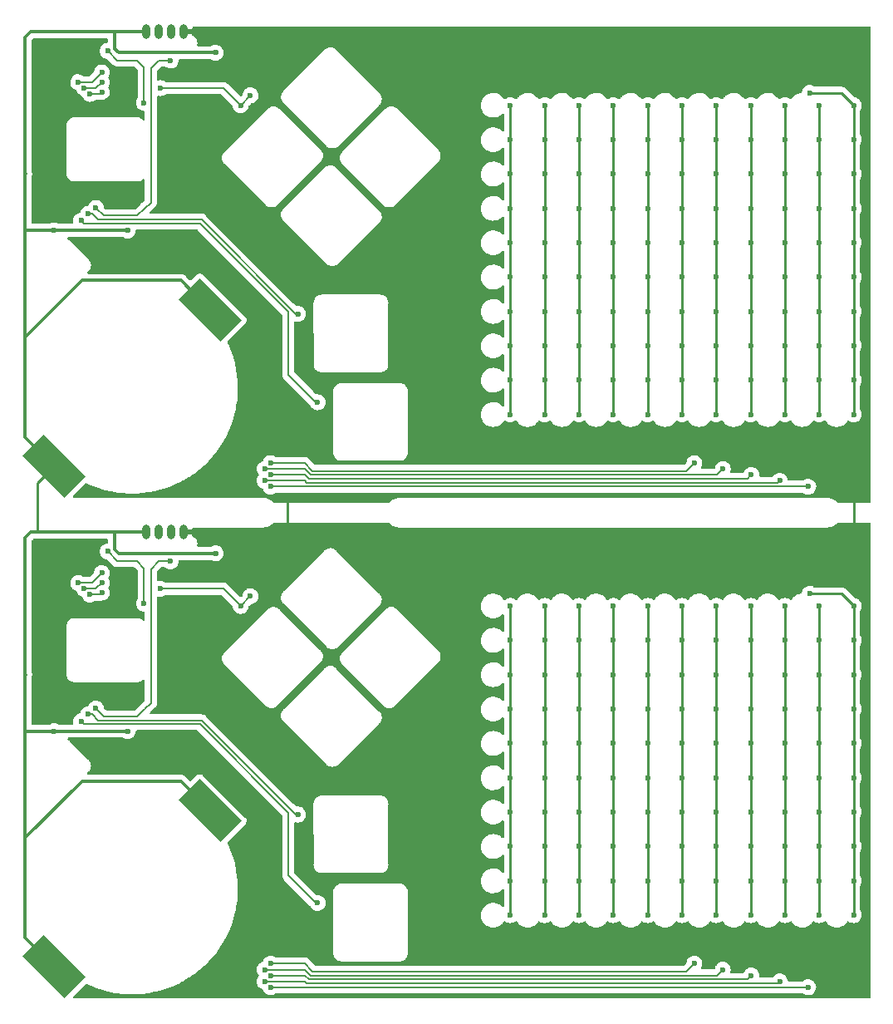
<source format=gbr>
%TF.GenerationSoftware,KiCad,Pcbnew,(6.0.9)*%
%TF.CreationDate,2023-02-03T02:03:43-05:00*%
%TF.ProjectId,businesscard_panel,62757369-6e65-4737-9363-6172645f7061,rev?*%
%TF.SameCoordinates,Original*%
%TF.FileFunction,Copper,L1,Top*%
%TF.FilePolarity,Positive*%
%FSLAX46Y46*%
G04 Gerber Fmt 4.6, Leading zero omitted, Abs format (unit mm)*
G04 Created by KiCad (PCBNEW (6.0.9)) date 2023-02-03 02:03:43*
%MOMM*%
%LPD*%
G01*
G04 APERTURE LIST*
G04 Aperture macros list*
%AMRotRect*
0 Rectangle, with rotation*
0 The origin of the aperture is its center*
0 $1 length*
0 $2 width*
0 $3 Rotation angle, in degrees counterclockwise*
0 Add horizontal line*
21,1,$1,$2,0,0,$3*%
G04 Aperture macros list end*
%TA.AperFunction,SMDPad,CuDef*%
%ADD10O,0.800000X1.500000*%
%TD*%
%TA.AperFunction,SMDPad,CuDef*%
%ADD11RotRect,3.000000X6.000000X45.000000*%
%TD*%
%TA.AperFunction,ViaPad*%
%ADD12C,0.600000*%
%TD*%
%TA.AperFunction,Conductor*%
%ADD13C,0.200000*%
%TD*%
%TA.AperFunction,Conductor*%
%ADD14C,0.250000*%
%TD*%
%TA.AperFunction,Conductor*%
%ADD15C,0.300000*%
%TD*%
%TA.AperFunction,Conductor*%
%ADD16C,0.400000*%
%TD*%
G04 APERTURE END LIST*
D10*
%TO.P,J1,1,Pin_1*%
%TO.N,VDD*%
X113095000Y-102000000D03*
%TO.P,J1,2,Pin_2*%
%TO.N,unconnected-(J1-Pad2)*%
X114365000Y-102000000D03*
%TO.P,J1,3,Pin_3*%
%TO.N,unconnected-(J1-Pad3)*%
X115635000Y-102000000D03*
%TO.P,J1,4,Pin_4*%
%TO.N,GND*%
X116905000Y-102000000D03*
%TD*%
D11*
%TO.P,BT1,1,+*%
%TO.N,VDD*%
X103750000Y-146250000D03*
X119659902Y-130340098D03*
%TD*%
%TO.P,BT1,1,+*%
%TO.N,VDD*%
X103750000Y-95250000D03*
X119659902Y-79340098D03*
%TD*%
D10*
%TO.P,J1,1,Pin_1*%
%TO.N,VDD*%
X113095000Y-51000000D03*
%TO.P,J1,2,Pin_2*%
%TO.N,unconnected-(J1-Pad2)*%
X114365000Y-51000000D03*
%TO.P,J1,3,Pin_3*%
%TO.N,unconnected-(J1-Pad3)*%
X115635000Y-51000000D03*
%TO.P,J1,4,Pin_4*%
%TO.N,GND*%
X116905000Y-51000000D03*
%TD*%
D12*
%TO.N,*%
X106200000Y-107150000D03*
X106800000Y-56750000D03*
X128600000Y-79750000D03*
X108600000Y-107150000D03*
X106200000Y-56150000D03*
X108600000Y-106150000D03*
X108600000Y-56150000D03*
X122750000Y-109500000D03*
X114600000Y-56750000D03*
X114600000Y-107750000D03*
X107200000Y-120550000D03*
X107200000Y-69550000D03*
X123750000Y-108500000D03*
X123750000Y-57500000D03*
X106800000Y-107750000D03*
X108600000Y-55150000D03*
X122750000Y-58500000D03*
X128600000Y-130750000D03*
%TO.N,Net-(D1-Pad1)*%
X185250000Y-137500000D03*
X185250000Y-90000000D03*
X185250000Y-113000000D03*
X185250000Y-62000000D03*
X185250000Y-58500000D03*
X180750000Y-108250000D03*
X180750000Y-57250000D03*
X185250000Y-127000000D03*
X185250000Y-130500000D03*
X185250000Y-79500000D03*
X185250000Y-116500000D03*
X185250000Y-72500000D03*
X185250000Y-134000000D03*
X185250000Y-86500000D03*
X185250000Y-123500000D03*
X185250000Y-141000000D03*
X185250000Y-109500000D03*
X185250000Y-65500000D03*
X185250000Y-120000000D03*
X185250000Y-76000000D03*
X185250000Y-69000000D03*
X185250000Y-83000000D03*
%TO.N,Net-(D1-Pad2)*%
X150250000Y-69000000D03*
X150250000Y-65500000D03*
X150250000Y-86500000D03*
X150250000Y-134000000D03*
X150250000Y-120000000D03*
X150250000Y-116500000D03*
X150250000Y-62000000D03*
X150250000Y-113000000D03*
X150250000Y-127000000D03*
X150250000Y-79500000D03*
X150250000Y-83000000D03*
X150250000Y-76000000D03*
X150250000Y-141000000D03*
X150250000Y-109500000D03*
X150250000Y-130500000D03*
X150250000Y-58500000D03*
X150250000Y-137500000D03*
X150250000Y-123500000D03*
X150250000Y-72500000D03*
X150250000Y-90000000D03*
%TO.N,Net-(D100-Pad2)*%
X181750000Y-90000000D03*
X181750000Y-83000000D03*
X181750000Y-72500000D03*
X181750000Y-86500000D03*
X181750000Y-127000000D03*
X181750000Y-62000000D03*
X181750000Y-137500000D03*
X181750000Y-134000000D03*
X181750000Y-69000000D03*
X181750000Y-123500000D03*
X181750000Y-76000000D03*
X181750000Y-109500000D03*
X181750000Y-120000000D03*
X181750000Y-58500000D03*
X181750000Y-79500000D03*
X181750000Y-65500000D03*
X181750000Y-116500000D03*
X181750000Y-130500000D03*
X181750000Y-141000000D03*
X181750000Y-113000000D03*
%TO.N,Net-(D102-Pad1)*%
X178250000Y-62000000D03*
X178250000Y-90000000D03*
X178250000Y-130500000D03*
X178250000Y-83000000D03*
X178250000Y-65500000D03*
X178250000Y-86500000D03*
X178250000Y-116500000D03*
X178250000Y-113000000D03*
X178250000Y-76000000D03*
X178250000Y-137500000D03*
X178250000Y-134000000D03*
X178250000Y-79500000D03*
X178250000Y-141000000D03*
X178250000Y-72500000D03*
X178250000Y-58500000D03*
X178250000Y-120000000D03*
X178250000Y-127000000D03*
X178250000Y-123500000D03*
X178250000Y-69000000D03*
X178250000Y-109500000D03*
%TO.N,Net-(D103-Pad1)*%
X174750000Y-69000000D03*
X174750000Y-134000000D03*
X174750000Y-109500000D03*
X174750000Y-116500000D03*
X174750000Y-130500000D03*
X174750000Y-83000000D03*
X174750000Y-123500000D03*
X174750000Y-113000000D03*
X174750000Y-120000000D03*
X174750000Y-127000000D03*
X174750000Y-90000000D03*
X174750000Y-141000000D03*
X174750000Y-72500000D03*
X174750000Y-62000000D03*
X174750000Y-86500000D03*
X174750000Y-137500000D03*
X174750000Y-65500000D03*
X174750000Y-79500000D03*
X174750000Y-76000000D03*
X174750000Y-58500000D03*
%TO.N,Net-(D104-Pad1)*%
X171250000Y-65500000D03*
X171250000Y-83000000D03*
X171250000Y-69000000D03*
X171250000Y-62000000D03*
X171250000Y-130500000D03*
X171250000Y-72500000D03*
X171250000Y-90000000D03*
X171250000Y-79500000D03*
X171250000Y-123500000D03*
X171250000Y-86500000D03*
X171250000Y-127000000D03*
X171250000Y-109500000D03*
X171250000Y-113000000D03*
X171250000Y-141000000D03*
X171250000Y-134000000D03*
X171250000Y-76000000D03*
X171250000Y-120000000D03*
X171250000Y-58500000D03*
X171250000Y-116500000D03*
X171250000Y-137500000D03*
%TO.N,Net-(D106-Pad1)*%
X164250000Y-123500000D03*
X164250000Y-90000000D03*
X164250000Y-113000000D03*
X164250000Y-76000000D03*
X164250000Y-134000000D03*
X164250000Y-86500000D03*
X164250000Y-137500000D03*
X164250000Y-116500000D03*
X164250000Y-141000000D03*
X164250000Y-109500000D03*
X164250000Y-79500000D03*
X164250000Y-65500000D03*
X164250000Y-127000000D03*
X164250000Y-83000000D03*
X164250000Y-130500000D03*
X164250000Y-72500000D03*
X164250000Y-62000000D03*
X164250000Y-69000000D03*
X164250000Y-120000000D03*
X164250000Y-58500000D03*
%TO.N,Net-(D107-Pad1)*%
X160750000Y-58500000D03*
X160750000Y-130500000D03*
X160750000Y-137500000D03*
X160750000Y-120000000D03*
X160750000Y-62000000D03*
X160750000Y-83000000D03*
X160750000Y-134000000D03*
X160750000Y-79500000D03*
X160750000Y-109500000D03*
X160750000Y-72500000D03*
X160750000Y-65500000D03*
X160750000Y-116500000D03*
X160750000Y-123500000D03*
X160750000Y-90000000D03*
X160750000Y-86500000D03*
X160750000Y-127000000D03*
X160750000Y-113000000D03*
X160750000Y-69000000D03*
X160750000Y-76000000D03*
X160750000Y-141000000D03*
%TO.N,Net-(D108-Pad1)*%
X157250000Y-69000000D03*
X157250000Y-65500000D03*
X157250000Y-116500000D03*
X157250000Y-127000000D03*
X157250000Y-62000000D03*
X157250000Y-58500000D03*
X157250000Y-113000000D03*
X157250000Y-83000000D03*
X157250000Y-76000000D03*
X157250000Y-130500000D03*
X157250000Y-141000000D03*
X157250000Y-134000000D03*
X157250000Y-90000000D03*
X157250000Y-86500000D03*
X157250000Y-72500000D03*
X157250000Y-79500000D03*
X157250000Y-109500000D03*
X157250000Y-123500000D03*
X157250000Y-120000000D03*
X157250000Y-137500000D03*
%TO.N,Net-(D10-Pad1)*%
X153750000Y-90000000D03*
X153750000Y-86500000D03*
X153750000Y-79500000D03*
X153750000Y-72500000D03*
X153750000Y-134000000D03*
X153750000Y-109500000D03*
X153750000Y-62000000D03*
X153750000Y-137500000D03*
X153750000Y-123500000D03*
X153750000Y-116500000D03*
X153750000Y-69000000D03*
X153750000Y-76000000D03*
X153750000Y-58500000D03*
X153750000Y-65500000D03*
X153750000Y-127000000D03*
X153750000Y-130500000D03*
X153750000Y-120000000D03*
X153750000Y-141000000D03*
X153750000Y-113000000D03*
X153750000Y-83000000D03*
%TO.N,VDD*%
X120200000Y-53150000D03*
X103750000Y-122250000D03*
X111250000Y-122250000D03*
X120200000Y-104150000D03*
X111250000Y-71250000D03*
X103750000Y-71250000D03*
%TO.N,GND*%
X118500000Y-51050000D03*
X109975000Y-119575000D03*
X109975000Y-68575000D03*
X102600000Y-117350000D03*
X118500000Y-102050000D03*
X102600000Y-66350000D03*
%TO.N,SWDIO*%
X130600000Y-88750000D03*
X106500000Y-70250000D03*
X106500000Y-121250000D03*
X130600000Y-139750000D03*
%TO.N,SWCLK*%
X112900000Y-109250000D03*
X109200000Y-52950000D03*
X171897500Y-95550000D03*
X171897500Y-146550000D03*
X112900000Y-58250000D03*
X125200000Y-146550000D03*
X125200000Y-95550000D03*
X109200000Y-103950000D03*
%TO.N,NRST*%
X115600000Y-104950000D03*
X115600000Y-53950000D03*
X108000000Y-119950000D03*
X108000000Y-68950000D03*
%TO.N,Net-(D105-Pad1)*%
X167750000Y-58500000D03*
X167750000Y-109500000D03*
X167750000Y-123500000D03*
X167750000Y-120000000D03*
X167750000Y-72500000D03*
X167750000Y-79500000D03*
X167750000Y-62000000D03*
X167750000Y-137500000D03*
X167750000Y-134000000D03*
X167750000Y-141000000D03*
X167750000Y-69000000D03*
X167750000Y-90000000D03*
X167750000Y-65500000D03*
X167750000Y-127000000D03*
X167750000Y-116500000D03*
X167750000Y-130500000D03*
X167750000Y-86500000D03*
X167750000Y-113000000D03*
X167750000Y-76000000D03*
X167750000Y-83000000D03*
%TO.N,Net-(R9-Pad1)*%
X125800000Y-97350000D03*
X180600000Y-97350000D03*
X180600000Y-148350000D03*
X125800000Y-148350000D03*
%TO.N,Net-(R10-Pad1)*%
X125200000Y-147750000D03*
X125200000Y-96750000D03*
X177697500Y-147750000D03*
X177697500Y-96750000D03*
%TO.N,Net-(R11-Pad1)*%
X174800000Y-96150000D03*
X125800000Y-96150000D03*
X125800000Y-147150000D03*
X174800000Y-147150000D03*
%TO.N,Net-(R13-Pad1)*%
X125800000Y-94950000D03*
X168997500Y-145950000D03*
X125800000Y-145950000D03*
X168997500Y-94950000D03*
%TO.N,Net-(R17-Pad1)*%
X107400000Y-57350000D03*
X107400000Y-108350000D03*
X108600000Y-57150000D03*
X108600000Y-108150000D03*
%TD*%
D13*
%TO.N,*%
X107600000Y-56150000D02*
X106200000Y-56150000D01*
X108000000Y-56750000D02*
X106800000Y-56750000D01*
X114600000Y-56750000D02*
X121000000Y-56750000D01*
X121000000Y-56750000D02*
X122750000Y-58500000D01*
X123750000Y-57500000D02*
X122750000Y-58500000D01*
X128600000Y-79750000D02*
X128400000Y-79750000D01*
X108600000Y-55150000D02*
X107600000Y-56150000D01*
X121000000Y-107750000D02*
X122750000Y-109500000D01*
X128400000Y-79750000D02*
X118800000Y-70150000D01*
X107600000Y-120550000D02*
X107200000Y-120550000D01*
X108200000Y-70150000D02*
X107600000Y-69550000D01*
X108600000Y-107150000D02*
X108000000Y-107750000D01*
X108000000Y-107750000D02*
X106800000Y-107750000D01*
X118800000Y-121150000D02*
X108200000Y-121150000D01*
X108200000Y-121150000D02*
X107600000Y-120550000D01*
X118800000Y-70150000D02*
X108200000Y-70150000D01*
X128400000Y-130750000D02*
X118800000Y-121150000D01*
X107600000Y-69550000D02*
X107200000Y-69550000D01*
X108600000Y-56150000D02*
X108000000Y-56750000D01*
X128600000Y-130750000D02*
X128400000Y-130750000D01*
X108600000Y-106150000D02*
X107600000Y-107150000D01*
X107600000Y-107150000D02*
X106200000Y-107150000D01*
X114600000Y-107750000D02*
X121000000Y-107750000D01*
X123750000Y-108500000D02*
X122750000Y-109500000D01*
D14*
%TO.N,Net-(D1-Pad1)*%
X184000000Y-108250000D02*
X180750000Y-108250000D01*
X184000000Y-57250000D02*
X180750000Y-57250000D01*
X185250000Y-141000000D02*
X185250000Y-109500000D01*
X185250000Y-58500000D02*
X184000000Y-57250000D01*
X185250000Y-109500000D02*
X184000000Y-108250000D01*
X185250000Y-90000000D02*
X185250000Y-58500000D01*
%TO.N,Net-(D1-Pad2)*%
X150250000Y-58500000D02*
X150250000Y-90000000D01*
X150250000Y-109500000D02*
X150250000Y-141000000D01*
%TO.N,Net-(D100-Pad2)*%
X181750000Y-141000000D02*
X181750000Y-109500000D01*
X181750000Y-90000000D02*
X181750000Y-58500000D01*
%TO.N,Net-(D102-Pad1)*%
X178250000Y-90000000D02*
X178250000Y-58500000D01*
X178250000Y-141000000D02*
X178250000Y-109500000D01*
%TO.N,Net-(D103-Pad1)*%
X174750000Y-90000000D02*
X174750000Y-58500000D01*
X174750000Y-141000000D02*
X174750000Y-109500000D01*
%TO.N,Net-(D104-Pad1)*%
X171250000Y-90000000D02*
X171250000Y-58500000D01*
X171250000Y-141000000D02*
X171250000Y-109500000D01*
%TO.N,Net-(D106-Pad1)*%
X164250000Y-58500000D02*
X164250000Y-90000000D01*
X164250000Y-109500000D02*
X164250000Y-141000000D01*
%TO.N,Net-(D107-Pad1)*%
X160750000Y-90000000D02*
X160750000Y-58500000D01*
X160750000Y-141000000D02*
X160750000Y-109500000D01*
%TO.N,Net-(D108-Pad1)*%
X157250000Y-58500000D02*
X157250000Y-90000000D01*
X157250000Y-109500000D02*
X157250000Y-141000000D01*
%TO.N,Net-(D10-Pad1)*%
X153750000Y-90000000D02*
X153750000Y-58500000D01*
X153750000Y-141000000D02*
X153750000Y-109500000D01*
D15*
%TO.N,VDD*%
X113095000Y-51000000D02*
X108750000Y-51000000D01*
X100800000Y-92300000D02*
X100800000Y-82150000D01*
X109900000Y-52750000D02*
X109900000Y-51000000D01*
X108500497Y-71250000D02*
X103750000Y-71250000D01*
X108500497Y-71250000D02*
X111250000Y-71250000D01*
X109900000Y-51000000D02*
X108750000Y-51000000D01*
X110300000Y-53150000D02*
X109900000Y-52750000D01*
X101350000Y-102000000D02*
X100800000Y-102550000D01*
X113095000Y-102000000D02*
X108750000Y-102000000D01*
X102000000Y-102000000D02*
X101350000Y-102000000D01*
X103750000Y-122250000D02*
X100800000Y-122250000D01*
X100800000Y-133150000D02*
X106600000Y-127350000D01*
D14*
X102000000Y-97000000D02*
X103750000Y-95250000D01*
D15*
X103750000Y-95250000D02*
X100800000Y-92300000D01*
X100800000Y-116450000D02*
X100800000Y-117550000D01*
X120200000Y-104150000D02*
X110300000Y-104150000D01*
X103750000Y-71250000D02*
X100800000Y-71250000D01*
X100800000Y-117550000D02*
X100800000Y-122250000D01*
X100800000Y-51550000D02*
X100800000Y-65450000D01*
X108500497Y-122250000D02*
X103750000Y-122250000D01*
X108750000Y-51000000D02*
X101350000Y-51000000D01*
X106600000Y-76350000D02*
X116669804Y-76350000D01*
X100850000Y-65500000D02*
X100800000Y-65450000D01*
D14*
X102000000Y-102000000D02*
X102000000Y-97000000D01*
D15*
X100800000Y-143300000D02*
X100800000Y-133150000D01*
X116669804Y-76350000D02*
X119659902Y-79340098D01*
X100800000Y-82150000D02*
X106600000Y-76350000D01*
X120200000Y-53150000D02*
X110300000Y-53150000D01*
X100850000Y-116500000D02*
X100800000Y-116450000D01*
X100800000Y-71250000D02*
X100800000Y-82150000D01*
X109900000Y-103750000D02*
X109900000Y-102000000D01*
X108500497Y-122250000D02*
X111250000Y-122250000D01*
X116669804Y-127350000D02*
X119659902Y-130340098D01*
X108750000Y-102000000D02*
X102000000Y-102000000D01*
X100800000Y-66550000D02*
X100800000Y-71250000D01*
X106600000Y-127350000D02*
X116669804Y-127350000D01*
X109900000Y-102000000D02*
X108750000Y-102000000D01*
X100800000Y-102550000D02*
X100800000Y-116450000D01*
X103750000Y-146250000D02*
X100800000Y-143300000D01*
X100800000Y-65450000D02*
X100800000Y-66550000D01*
X101350000Y-51000000D02*
X100800000Y-51550000D01*
X100800000Y-122250000D02*
X100800000Y-133150000D01*
X110300000Y-104150000D02*
X109900000Y-103750000D01*
D14*
%TO.N,GND*%
X127500000Y-101750000D02*
X127500000Y-98500000D01*
X185250000Y-101500000D02*
X185250000Y-98250000D01*
D16*
X118450000Y-102000000D02*
X118500000Y-102050000D01*
X118450000Y-51000000D02*
X118500000Y-51050000D01*
X116905000Y-102000000D02*
X118450000Y-102000000D01*
X116905000Y-51000000D02*
X118450000Y-51000000D01*
D13*
%TO.N,SWDIO*%
X127600000Y-79550000D02*
X118600000Y-70550000D01*
X118600000Y-121550000D02*
X106800000Y-121550000D01*
X130400000Y-139750000D02*
X127600000Y-136950000D01*
X130400000Y-88750000D02*
X127600000Y-85950000D01*
X127600000Y-136950000D02*
X127600000Y-130550000D01*
X106800000Y-121550000D02*
X106500000Y-121250000D01*
X118600000Y-70550000D02*
X106800000Y-70550000D01*
X127600000Y-85950000D02*
X127600000Y-79550000D01*
X106800000Y-70550000D02*
X106500000Y-70250000D01*
X130600000Y-88750000D02*
X130400000Y-88750000D01*
X127600000Y-130550000D02*
X118600000Y-121550000D01*
X130600000Y-139750000D02*
X130400000Y-139750000D01*
%TO.N,SWCLK*%
X112200000Y-53950000D02*
X112900000Y-54650000D01*
X129897487Y-96150000D02*
X171297500Y-96150000D01*
X109200000Y-52950000D02*
X110200000Y-53950000D01*
X129297487Y-146550000D02*
X129897487Y-147150000D01*
X129297487Y-95550000D02*
X129897487Y-96150000D01*
X129897487Y-147150000D02*
X171297500Y-147150000D01*
X112900000Y-105650000D02*
X112900000Y-109250000D01*
X125200000Y-95550000D02*
X129297487Y-95550000D01*
X109200000Y-103950000D02*
X110200000Y-104950000D01*
X112200000Y-104950000D02*
X112900000Y-105650000D01*
X125200000Y-146550000D02*
X129297487Y-146550000D01*
X112900000Y-54650000D02*
X112900000Y-58250000D01*
X171297500Y-147150000D02*
X171897500Y-146550000D01*
X110200000Y-53950000D02*
X112200000Y-53950000D01*
X171297500Y-96150000D02*
X171897500Y-95550000D01*
X110200000Y-104950000D02*
X112200000Y-104950000D01*
%TO.N,NRST*%
X108000000Y-119950000D02*
X108800000Y-120750000D01*
X114400000Y-53950000D02*
X115600000Y-53950000D01*
X112222182Y-120750000D02*
X112972182Y-120000000D01*
X113000000Y-69000000D02*
X113600000Y-68400000D01*
X113600000Y-68400000D02*
X113600000Y-54750000D01*
X108800000Y-69750000D02*
X112222182Y-69750000D01*
X113600000Y-105750000D02*
X114400000Y-104950000D01*
X108800000Y-120750000D02*
X112222182Y-120750000D01*
X113600000Y-119400000D02*
X113600000Y-105750000D01*
X112972182Y-120000000D02*
X113000000Y-120000000D01*
X114400000Y-104950000D02*
X115600000Y-104950000D01*
X113000000Y-120000000D02*
X113600000Y-119400000D01*
X112222182Y-69750000D02*
X112972182Y-69000000D01*
X113600000Y-54750000D02*
X114400000Y-53950000D01*
X112972182Y-69000000D02*
X113000000Y-69000000D01*
X108000000Y-68950000D02*
X108800000Y-69750000D01*
D14*
%TO.N,Net-(D105-Pad1)*%
X167750000Y-90000000D02*
X167750000Y-58500000D01*
X167750000Y-141000000D02*
X167750000Y-109500000D01*
D13*
%TO.N,Net-(R9-Pad1)*%
X125800000Y-148350000D02*
X180600000Y-148350000D01*
X125800000Y-97350000D02*
X180600000Y-97350000D01*
%TO.N,Net-(R10-Pad1)*%
X177497500Y-96950000D02*
X177697500Y-96750000D01*
X129500000Y-147950000D02*
X177497500Y-147950000D01*
X129300000Y-96750000D02*
X129500000Y-96950000D01*
X129500000Y-96950000D02*
X177497500Y-96950000D01*
X129300000Y-147750000D02*
X129500000Y-147950000D01*
X177497500Y-147950000D02*
X177697500Y-147750000D01*
X125200000Y-96750000D02*
X129300000Y-96750000D01*
X125200000Y-147750000D02*
X129300000Y-147750000D01*
%TO.N,Net-(R11-Pad1)*%
X129700000Y-96550000D02*
X174400000Y-96550000D01*
X174400000Y-96550000D02*
X174800000Y-96150000D01*
X129300000Y-147150000D02*
X129700000Y-147550000D01*
X129700000Y-147550000D02*
X174400000Y-147550000D01*
X129300000Y-96150000D02*
X129700000Y-96550000D01*
X125800000Y-147150000D02*
X129300000Y-147150000D01*
X125800000Y-96150000D02*
X129300000Y-96150000D01*
X174400000Y-147550000D02*
X174800000Y-147150000D01*
%TO.N,Net-(R13-Pad1)*%
X130100000Y-95750000D02*
X168197500Y-95750000D01*
X125800000Y-145950000D02*
X129300000Y-145950000D01*
X130100000Y-146750000D02*
X168197500Y-146750000D01*
X129300000Y-145950000D02*
X130100000Y-146750000D01*
X129300000Y-94950000D02*
X130100000Y-95750000D01*
X168197500Y-95750000D02*
X168997500Y-94950000D01*
X168197500Y-146750000D02*
X168997500Y-145950000D01*
X125800000Y-94950000D02*
X129300000Y-94950000D01*
%TO.N,Net-(R17-Pad1)*%
X107400000Y-108350000D02*
X108400000Y-108350000D01*
X107400000Y-57350000D02*
X108400000Y-57350000D01*
X108400000Y-57350000D02*
X108600000Y-57150000D01*
X108400000Y-108350000D02*
X108600000Y-108150000D01*
%TD*%
%TA.AperFunction,Conductor*%
%TO.N,GND*%
G36*
X137880306Y-101020002D02*
G01*
X137907991Y-101044165D01*
X137930031Y-101069970D01*
X137933794Y-101073184D01*
X137933795Y-101073185D01*
X138106805Y-101220950D01*
X138110584Y-101224178D01*
X138114807Y-101226766D01*
X138114810Y-101226768D01*
X138152942Y-101250135D01*
X138313038Y-101348241D01*
X138410579Y-101388644D01*
X138482332Y-101418365D01*
X138532407Y-101439107D01*
X138586256Y-101452035D01*
X138758477Y-101493382D01*
X138758483Y-101493383D01*
X138763290Y-101494537D01*
X138848724Y-101501261D01*
X138966295Y-101510514D01*
X138977306Y-101511871D01*
X138982650Y-101512770D01*
X138982656Y-101512771D01*
X138987450Y-101513577D01*
X138993795Y-101513654D01*
X138995142Y-101513671D01*
X138995145Y-101513671D01*
X139000002Y-101513730D01*
X139027626Y-101509774D01*
X139045488Y-101508501D01*
X159019830Y-101508500D01*
X182446775Y-101508499D01*
X182467676Y-101510245D01*
X182487472Y-101513575D01*
X182493655Y-101513650D01*
X182495159Y-101513669D01*
X182495163Y-101513669D01*
X182500024Y-101513728D01*
X182504838Y-101513039D01*
X182504879Y-101513036D01*
X182512777Y-101512160D01*
X182736733Y-101494531D01*
X182741550Y-101493375D01*
X182741553Y-101493374D01*
X182962798Y-101440254D01*
X182962800Y-101440253D01*
X182967612Y-101439098D01*
X183186977Y-101348231D01*
X183389427Y-101224167D01*
X183569977Y-101069960D01*
X183592005Y-101044169D01*
X183651455Y-101005360D01*
X183687815Y-101000000D01*
X186865500Y-101000000D01*
X186933621Y-101020002D01*
X186980114Y-101073658D01*
X186991500Y-101126000D01*
X186991500Y-149365500D01*
X186971498Y-149433621D01*
X186917842Y-149480114D01*
X186865500Y-149491500D01*
X105774458Y-149491500D01*
X105706337Y-149471498D01*
X105659844Y-149417842D01*
X105649740Y-149347568D01*
X105679234Y-149282988D01*
X105685363Y-149276405D01*
X106928517Y-148033251D01*
X106990829Y-147999225D01*
X107061644Y-148004290D01*
X107074618Y-148009979D01*
X107089102Y-148017327D01*
X107122113Y-148034074D01*
X107123790Y-148034803D01*
X107123796Y-148034806D01*
X107706054Y-148287980D01*
X107706065Y-148287985D01*
X107707766Y-148288724D01*
X107709522Y-148289367D01*
X107709528Y-148289369D01*
X108305728Y-148507547D01*
X108307491Y-148508192D01*
X108309282Y-148508729D01*
X108309287Y-148508731D01*
X108431398Y-148545366D01*
X108919175Y-148691706D01*
X109540667Y-148838620D01*
X109542484Y-148838937D01*
X109542498Y-148838940D01*
X110018454Y-148922007D01*
X110169777Y-148948417D01*
X110637233Y-149001677D01*
X110802422Y-149020498D01*
X110802424Y-149020498D01*
X110804292Y-149020711D01*
X111147148Y-149039280D01*
X111440106Y-149055146D01*
X111440117Y-149055146D01*
X111441977Y-149055247D01*
X111705376Y-149053868D01*
X112078716Y-149051913D01*
X112078722Y-149051913D01*
X112080589Y-149051903D01*
X112107275Y-149050177D01*
X112715994Y-149010814D01*
X112716002Y-149010813D01*
X112717877Y-149010692D01*
X113351600Y-148931757D01*
X113353422Y-148931419D01*
X113353437Y-148931417D01*
X113977678Y-148815721D01*
X113977688Y-148815719D01*
X113979527Y-148815378D01*
X114599446Y-148661964D01*
X114601244Y-148661404D01*
X115207378Y-148472614D01*
X115207387Y-148472611D01*
X115209175Y-148472054D01*
X115806568Y-148246318D01*
X115992625Y-148163091D01*
X116387823Y-147986310D01*
X116389522Y-147985550D01*
X116391164Y-147984695D01*
X116391181Y-147984687D01*
X116752389Y-147796653D01*
X116863831Y-147738640D01*
X124386463Y-147738640D01*
X124404163Y-147919160D01*
X124461418Y-148091273D01*
X124465065Y-148097295D01*
X124465066Y-148097297D01*
X124513181Y-148176744D01*
X124555380Y-148246424D01*
X124681382Y-148376902D01*
X124687278Y-148380760D01*
X124826790Y-148472054D01*
X124833159Y-148476222D01*
X124839763Y-148478678D01*
X124839765Y-148478679D01*
X124955423Y-148521692D01*
X125012299Y-148564184D01*
X125031061Y-148600017D01*
X125061418Y-148691273D01*
X125065065Y-148697295D01*
X125065066Y-148697297D01*
X125150848Y-148838940D01*
X125155380Y-148846424D01*
X125281382Y-148976902D01*
X125287278Y-148980760D01*
X125401091Y-149055237D01*
X125433159Y-149076222D01*
X125439763Y-149078678D01*
X125439765Y-149078679D01*
X125596558Y-149136990D01*
X125596560Y-149136990D01*
X125603168Y-149139448D01*
X125686995Y-149150633D01*
X125775980Y-149162507D01*
X125775984Y-149162507D01*
X125782961Y-149163438D01*
X125789972Y-149162800D01*
X125789976Y-149162800D01*
X125932459Y-149149832D01*
X125963600Y-149146998D01*
X125970302Y-149144820D01*
X125970304Y-149144820D01*
X126129409Y-149093124D01*
X126129412Y-149093123D01*
X126136108Y-149090947D01*
X126291912Y-148998069D01*
X126297013Y-148993212D01*
X126302626Y-148988951D01*
X126303385Y-148989952D01*
X126360090Y-148960762D01*
X126383860Y-148958500D01*
X180015699Y-148958500D01*
X180084692Y-148979068D01*
X180201091Y-149055237D01*
X180233159Y-149076222D01*
X180239763Y-149078678D01*
X180239765Y-149078679D01*
X180396558Y-149136990D01*
X180396560Y-149136990D01*
X180403168Y-149139448D01*
X180486995Y-149150633D01*
X180575980Y-149162507D01*
X180575984Y-149162507D01*
X180582961Y-149163438D01*
X180589972Y-149162800D01*
X180589976Y-149162800D01*
X180732459Y-149149832D01*
X180763600Y-149146998D01*
X180770302Y-149144820D01*
X180770304Y-149144820D01*
X180929409Y-149093124D01*
X180929412Y-149093123D01*
X180936108Y-149090947D01*
X181032513Y-149033478D01*
X181085860Y-149001677D01*
X181085862Y-149001676D01*
X181091912Y-148998069D01*
X181223266Y-148872982D01*
X181323643Y-148721902D01*
X181388055Y-148552338D01*
X181398407Y-148478679D01*
X181412748Y-148376639D01*
X181412748Y-148376636D01*
X181413299Y-148372717D01*
X181413616Y-148350000D01*
X181393397Y-148169745D01*
X181347014Y-148036550D01*
X181336064Y-148005106D01*
X181336062Y-148005103D01*
X181333745Y-147998448D01*
X181237626Y-147844624D01*
X181232664Y-147839627D01*
X181114778Y-147720915D01*
X181114774Y-147720912D01*
X181109815Y-147715918D01*
X181098697Y-147708862D01*
X181034059Y-147667842D01*
X180956666Y-147618727D01*
X180927463Y-147608328D01*
X180792425Y-147560243D01*
X180792420Y-147560242D01*
X180785790Y-147557881D01*
X180778802Y-147557048D01*
X180778799Y-147557047D01*
X180655698Y-147542368D01*
X180605680Y-147536404D01*
X180598677Y-147537140D01*
X180598676Y-147537140D01*
X180432288Y-147554628D01*
X180432286Y-147554629D01*
X180425288Y-147555364D01*
X180253579Y-147613818D01*
X180099088Y-147708862D01*
X180094054Y-147713791D01*
X180092776Y-147714790D01*
X180026782Y-147740967D01*
X180015204Y-147741500D01*
X178622820Y-147741500D01*
X178554699Y-147721498D01*
X178508206Y-147667842D01*
X178497605Y-147629546D01*
X178491682Y-147576744D01*
X178490897Y-147569745D01*
X178431245Y-147398448D01*
X178335126Y-147244624D01*
X178321440Y-147230842D01*
X178212278Y-147120915D01*
X178212274Y-147120912D01*
X178207315Y-147115918D01*
X178197081Y-147109423D01*
X178120998Y-147061140D01*
X178054166Y-147018727D01*
X178006284Y-147001677D01*
X177889925Y-146960243D01*
X177889920Y-146960242D01*
X177883290Y-146957881D01*
X177876302Y-146957048D01*
X177876299Y-146957047D01*
X177742595Y-146941104D01*
X177703180Y-146936404D01*
X177696177Y-146937140D01*
X177696176Y-146937140D01*
X177529788Y-146954628D01*
X177529786Y-146954629D01*
X177522788Y-146955364D01*
X177351079Y-147013818D01*
X177345075Y-147017512D01*
X177202595Y-147105166D01*
X177202592Y-147105168D01*
X177196588Y-147108862D01*
X177191553Y-147113793D01*
X177191550Y-147113795D01*
X177127373Y-147176642D01*
X177066993Y-147235771D01*
X177063179Y-147241689D01*
X177063175Y-147241694D01*
X177036070Y-147283754D01*
X176982356Y-147330180D01*
X176930158Y-147341500D01*
X175734525Y-147341500D01*
X175666404Y-147321498D01*
X175619911Y-147267842D01*
X175609751Y-147197965D01*
X175612748Y-147176642D01*
X175612749Y-147176632D01*
X175613299Y-147172717D01*
X175613616Y-147150000D01*
X175593397Y-146969745D01*
X175582043Y-146937140D01*
X175536064Y-146805106D01*
X175536062Y-146805103D01*
X175533745Y-146798448D01*
X175437626Y-146644624D01*
X175405525Y-146612298D01*
X175314778Y-146520915D01*
X175314774Y-146520912D01*
X175309815Y-146515918D01*
X175298697Y-146508862D01*
X175234059Y-146467842D01*
X175156666Y-146418727D01*
X175127463Y-146408328D01*
X174992425Y-146360243D01*
X174992420Y-146360242D01*
X174985790Y-146357881D01*
X174978802Y-146357048D01*
X174978799Y-146357047D01*
X174855698Y-146342368D01*
X174805680Y-146336404D01*
X174798677Y-146337140D01*
X174798676Y-146337140D01*
X174632288Y-146354628D01*
X174632286Y-146354629D01*
X174625288Y-146355364D01*
X174453579Y-146413818D01*
X174447575Y-146417512D01*
X174305095Y-146505166D01*
X174305092Y-146505168D01*
X174299088Y-146508862D01*
X174294053Y-146513793D01*
X174294050Y-146513795D01*
X174192287Y-146613449D01*
X174169493Y-146635771D01*
X174071235Y-146788238D01*
X174068826Y-146794858D01*
X174068824Y-146794861D01*
X174045627Y-146858595D01*
X174003533Y-146915766D01*
X173937211Y-146941104D01*
X173927226Y-146941500D01*
X172796347Y-146941500D01*
X172728226Y-146921498D01*
X172681733Y-146867842D01*
X172671629Y-146797568D01*
X172678558Y-146770758D01*
X172683055Y-146758920D01*
X172683056Y-146758918D01*
X172685555Y-146752338D01*
X172686535Y-146745366D01*
X172710248Y-146576639D01*
X172710248Y-146576636D01*
X172710799Y-146572717D01*
X172711116Y-146550000D01*
X172690897Y-146369745D01*
X172687588Y-146360243D01*
X172633564Y-146205106D01*
X172633562Y-146205103D01*
X172631245Y-146198448D01*
X172547260Y-146064043D01*
X172538859Y-146050598D01*
X172535126Y-146044624D01*
X172530164Y-146039627D01*
X172412278Y-145920915D01*
X172412274Y-145920912D01*
X172407315Y-145915918D01*
X172396197Y-145908862D01*
X172311377Y-145855034D01*
X172254166Y-145818727D01*
X172204397Y-145801005D01*
X172089925Y-145760243D01*
X172089920Y-145760242D01*
X172083290Y-145757881D01*
X172076302Y-145757048D01*
X172076299Y-145757047D01*
X171953198Y-145742368D01*
X171903180Y-145736404D01*
X171896177Y-145737140D01*
X171896176Y-145737140D01*
X171729788Y-145754628D01*
X171729786Y-145754629D01*
X171722788Y-145755364D01*
X171551079Y-145813818D01*
X171545075Y-145817512D01*
X171402595Y-145905166D01*
X171402592Y-145905168D01*
X171396588Y-145908862D01*
X171391553Y-145913793D01*
X171391550Y-145913795D01*
X171272025Y-146030843D01*
X171266993Y-146035771D01*
X171168735Y-146188238D01*
X171166326Y-146194858D01*
X171166324Y-146194861D01*
X171122483Y-146315314D01*
X171106697Y-146358685D01*
X171105814Y-146365673D01*
X171105814Y-146365674D01*
X171097524Y-146431293D01*
X171069142Y-146496369D01*
X171010082Y-146535770D01*
X170972518Y-146541500D01*
X169810231Y-146541500D01*
X169742110Y-146521498D01*
X169695617Y-146467842D01*
X169685513Y-146397568D01*
X169705282Y-146345775D01*
X169721143Y-146321902D01*
X169769837Y-146193716D01*
X169783055Y-146158920D01*
X169783056Y-146158918D01*
X169785555Y-146152338D01*
X169797964Y-146064043D01*
X169810248Y-145976639D01*
X169810248Y-145976636D01*
X169810799Y-145972717D01*
X169811116Y-145950000D01*
X169790897Y-145769745D01*
X169788057Y-145761590D01*
X169733564Y-145605106D01*
X169733562Y-145605103D01*
X169731245Y-145598448D01*
X169664433Y-145491526D01*
X169638859Y-145450598D01*
X169635126Y-145444624D01*
X169587136Y-145396298D01*
X169512278Y-145320915D01*
X169512274Y-145320912D01*
X169507315Y-145315918D01*
X169496197Y-145308862D01*
X169434255Y-145269553D01*
X169354166Y-145218727D01*
X169324963Y-145208328D01*
X169189925Y-145160243D01*
X169189920Y-145160242D01*
X169183290Y-145157881D01*
X169176302Y-145157048D01*
X169176299Y-145157047D01*
X169053198Y-145142368D01*
X169003180Y-145136404D01*
X168996177Y-145137140D01*
X168996176Y-145137140D01*
X168829788Y-145154628D01*
X168829786Y-145154629D01*
X168822788Y-145155364D01*
X168651079Y-145213818D01*
X168645075Y-145217512D01*
X168502595Y-145305166D01*
X168502592Y-145305168D01*
X168496588Y-145308862D01*
X168491553Y-145313793D01*
X168491550Y-145313795D01*
X168372025Y-145430843D01*
X168366993Y-145435771D01*
X168268735Y-145588238D01*
X168266326Y-145594858D01*
X168266324Y-145594861D01*
X168224412Y-145710014D01*
X168206697Y-145758685D01*
X168199411Y-145816362D01*
X168194525Y-145855034D01*
X168166143Y-145920111D01*
X168158614Y-145928337D01*
X167982356Y-146104595D01*
X167920044Y-146138621D01*
X167893261Y-146141500D01*
X130404239Y-146141500D01*
X130336118Y-146121498D01*
X130315144Y-146104595D01*
X129764315Y-145553766D01*
X129753448Y-145541375D01*
X129739013Y-145522563D01*
X129733987Y-145516013D01*
X129702075Y-145491526D01*
X129702072Y-145491523D01*
X129648738Y-145450598D01*
X129613429Y-145423504D01*
X129613427Y-145423503D01*
X129606876Y-145418476D01*
X129458851Y-145357162D01*
X129450664Y-145356084D01*
X129450663Y-145356084D01*
X129439458Y-145354609D01*
X129408262Y-145350502D01*
X129339885Y-145341500D01*
X129339882Y-145341500D01*
X129339874Y-145341499D01*
X129308189Y-145337328D01*
X129300000Y-145336250D01*
X129268307Y-145340422D01*
X129251864Y-145341500D01*
X126384751Y-145341500D01*
X126316630Y-145321498D01*
X126312157Y-145318276D01*
X126309815Y-145315918D01*
X126298697Y-145308862D01*
X126236755Y-145269553D01*
X126156666Y-145218727D01*
X126127463Y-145208328D01*
X125992425Y-145160243D01*
X125992420Y-145160242D01*
X125985790Y-145157881D01*
X125978802Y-145157048D01*
X125978799Y-145157047D01*
X125855698Y-145142368D01*
X125805680Y-145136404D01*
X125798677Y-145137140D01*
X125798676Y-145137140D01*
X125632288Y-145154628D01*
X125632286Y-145154629D01*
X125625288Y-145155364D01*
X125453579Y-145213818D01*
X125447575Y-145217512D01*
X125305095Y-145305166D01*
X125305092Y-145305168D01*
X125299088Y-145308862D01*
X125294053Y-145313793D01*
X125294050Y-145313795D01*
X125174525Y-145430843D01*
X125169493Y-145435771D01*
X125071235Y-145588238D01*
X125068826Y-145594858D01*
X125068824Y-145594861D01*
X125028948Y-145704419D01*
X124986853Y-145761590D01*
X124951153Y-145780602D01*
X124853579Y-145813818D01*
X124847575Y-145817512D01*
X124705095Y-145905166D01*
X124705092Y-145905168D01*
X124699088Y-145908862D01*
X124694053Y-145913793D01*
X124694050Y-145913795D01*
X124574525Y-146030843D01*
X124569493Y-146035771D01*
X124471235Y-146188238D01*
X124468826Y-146194858D01*
X124468824Y-146194861D01*
X124424983Y-146315314D01*
X124409197Y-146358685D01*
X124386463Y-146538640D01*
X124404163Y-146719160D01*
X124461418Y-146891273D01*
X124465065Y-146897295D01*
X124465066Y-146897297D01*
X124551730Y-147040398D01*
X124551733Y-147040401D01*
X124555380Y-147046424D01*
X124569593Y-147061142D01*
X124602524Y-147124037D01*
X124596224Y-147194753D01*
X124576598Y-147228303D01*
X124574531Y-147230838D01*
X124569493Y-147235771D01*
X124565676Y-147241694D01*
X124565674Y-147241697D01*
X124501356Y-147341500D01*
X124471235Y-147388238D01*
X124468826Y-147394858D01*
X124468824Y-147394861D01*
X124417307Y-147536404D01*
X124409197Y-147558685D01*
X124386463Y-147738640D01*
X116863831Y-147738640D01*
X116955985Y-147690668D01*
X117461308Y-147388238D01*
X117502353Y-147363673D01*
X117502354Y-147363673D01*
X117503962Y-147362710D01*
X117876089Y-147108862D01*
X118029964Y-147003896D01*
X118029968Y-147003893D01*
X118031525Y-147002831D01*
X118033004Y-147001688D01*
X118033019Y-147001677D01*
X118535327Y-146613449D01*
X118535331Y-146613446D01*
X118536816Y-146612298D01*
X118617974Y-146541500D01*
X119016646Y-146193716D01*
X119016648Y-146193714D01*
X119018057Y-146192485D01*
X119473553Y-145744870D01*
X119474795Y-145743496D01*
X119474806Y-145743484D01*
X119900441Y-145272425D01*
X119900449Y-145272416D01*
X119901701Y-145271030D01*
X120300993Y-144772631D01*
X120670025Y-144251430D01*
X121007496Y-143709259D01*
X121008386Y-143707620D01*
X121311330Y-143149667D01*
X121311335Y-143149657D01*
X121312219Y-143148029D01*
X121583121Y-142569715D01*
X121819249Y-141976352D01*
X121916758Y-141681512D01*
X122019185Y-141371803D01*
X122019188Y-141371792D01*
X122019771Y-141370030D01*
X122112184Y-141022717D01*
X122183501Y-140754688D01*
X122183503Y-140754679D01*
X122183981Y-140752883D01*
X122236524Y-140494624D01*
X122310933Y-140128894D01*
X122310934Y-140128886D01*
X122311301Y-140127084D01*
X122401284Y-139494835D01*
X122422266Y-139239627D01*
X122453467Y-138860118D01*
X122453468Y-138860105D01*
X122453611Y-138858362D01*
X122457949Y-138692723D01*
X122468316Y-138296805D01*
X122468362Y-138295049D01*
X122464835Y-138176197D01*
X122449473Y-137658582D01*
X122449472Y-137658567D01*
X122449417Y-137656710D01*
X122438974Y-137539690D01*
X122392814Y-137022487D01*
X122392813Y-137022480D01*
X122392647Y-137020618D01*
X122298253Y-136389013D01*
X122286671Y-136334050D01*
X122166951Y-135765940D01*
X122166951Y-135765939D01*
X122166567Y-135764118D01*
X122146701Y-135691500D01*
X121998550Y-135149951D01*
X121998546Y-135149939D01*
X121998052Y-135148132D01*
X121989507Y-135122885D01*
X121793901Y-134544995D01*
X121793302Y-134543225D01*
X121580338Y-134018757D01*
X121553731Y-133953231D01*
X121553728Y-133953223D01*
X121553038Y-133951525D01*
X121416083Y-133664394D01*
X121404810Y-133594298D01*
X121433223Y-133529235D01*
X121440714Y-133521054D01*
X123235482Y-131726286D01*
X123250538Y-131707560D01*
X123269726Y-131683696D01*
X123269728Y-131683693D01*
X123274675Y-131677540D01*
X123318923Y-131580220D01*
X123331248Y-131553113D01*
X123331248Y-131553112D01*
X123334962Y-131544944D01*
X123336569Y-131533727D01*
X123354338Y-131409647D01*
X123355611Y-131400758D01*
X123352520Y-131379171D01*
X123336235Y-131265458D01*
X123336234Y-131265455D01*
X123334962Y-131256572D01*
X123274675Y-131123976D01*
X123269728Y-131117823D01*
X123269726Y-131117820D01*
X123245554Y-131087757D01*
X123235482Y-131075230D01*
X118924770Y-126764518D01*
X118902720Y-126746789D01*
X118882180Y-126730274D01*
X118882177Y-126730272D01*
X118876024Y-126725325D01*
X118773976Y-126678927D01*
X118751597Y-126668752D01*
X118751596Y-126668752D01*
X118743428Y-126665038D01*
X118734545Y-126663766D01*
X118734542Y-126663765D01*
X118608131Y-126645662D01*
X118599242Y-126644389D01*
X118590353Y-126645662D01*
X118463942Y-126663765D01*
X118463939Y-126663766D01*
X118455056Y-126665038D01*
X118446888Y-126668752D01*
X118446887Y-126668752D01*
X118424508Y-126678927D01*
X118322460Y-126725325D01*
X118316307Y-126730272D01*
X118316304Y-126730274D01*
X118295764Y-126746789D01*
X118273714Y-126764518D01*
X117733743Y-127304489D01*
X117671431Y-127338515D01*
X117600616Y-127333450D01*
X117555553Y-127304489D01*
X117193459Y-126942395D01*
X117185469Y-126933615D01*
X117185467Y-126933613D01*
X117181220Y-126926920D01*
X117129546Y-126878395D01*
X117126705Y-126875641D01*
X117106137Y-126855073D01*
X117102630Y-126852353D01*
X117093608Y-126844647D01*
X117065717Y-126818456D01*
X117059937Y-126813028D01*
X117052985Y-126809206D01*
X117041146Y-126802697D01*
X117024622Y-126791843D01*
X117013936Y-126783555D01*
X117007672Y-126778696D01*
X117000400Y-126775549D01*
X117000398Y-126775548D01*
X116965269Y-126760346D01*
X116954609Y-126755124D01*
X116921088Y-126736695D01*
X116921086Y-126736694D01*
X116914141Y-126732876D01*
X116893363Y-126727541D01*
X116874673Y-126721142D01*
X116854980Y-126712620D01*
X116809356Y-126705394D01*
X116797733Y-126702987D01*
X116769732Y-126695798D01*
X116752992Y-126691500D01*
X116731545Y-126691500D01*
X116711835Y-126689949D01*
X116698481Y-126687834D01*
X116690652Y-126686594D01*
X116644663Y-126690941D01*
X116632808Y-126691500D01*
X107235980Y-126691500D01*
X107167859Y-126671498D01*
X107121366Y-126617842D01*
X107111262Y-126547568D01*
X107140756Y-126482988D01*
X107146885Y-126476405D01*
X107226105Y-126397185D01*
X107242106Y-126383649D01*
X107254525Y-126374804D01*
X107258496Y-126371976D01*
X107267478Y-126363207D01*
X107283037Y-126342441D01*
X107286462Y-126338073D01*
X107363666Y-126243972D01*
X107367591Y-126239188D01*
X107442646Y-126098729D01*
X107444440Y-126092813D01*
X107444442Y-126092808D01*
X107487062Y-125952257D01*
X107488860Y-125946328D01*
X107504456Y-125787839D01*
X107503849Y-125781680D01*
X107503849Y-125781675D01*
X107489443Y-125635511D01*
X107488836Y-125629352D01*
X107486168Y-125620556D01*
X107444394Y-125482873D01*
X107444394Y-125482872D01*
X107442599Y-125476957D01*
X107439685Y-125471505D01*
X107439683Y-125471501D01*
X107370441Y-125341969D01*
X107367523Y-125336510D01*
X107363600Y-125331730D01*
X107363596Y-125331724D01*
X107299160Y-125253210D01*
X107293916Y-125246354D01*
X107279018Y-125225428D01*
X107279014Y-125225424D01*
X107276191Y-125221458D01*
X107267423Y-125212474D01*
X107245087Y-125195734D01*
X107231557Y-125184003D01*
X105321483Y-123273929D01*
X105307936Y-123257913D01*
X105299116Y-123245525D01*
X105296293Y-123241560D01*
X105287525Y-123232576D01*
X105265913Y-123216378D01*
X105261566Y-123212968D01*
X105163483Y-123132474D01*
X105165165Y-123130424D01*
X105127026Y-123084785D01*
X105118180Y-123014342D01*
X105148823Y-122950298D01*
X105209226Y-122912989D01*
X105242557Y-122908500D01*
X110742107Y-122908500D01*
X110811100Y-122929068D01*
X110883159Y-122976222D01*
X110889763Y-122978678D01*
X110889765Y-122978679D01*
X111046558Y-123036990D01*
X111046560Y-123036990D01*
X111053168Y-123039448D01*
X111136995Y-123050633D01*
X111225980Y-123062507D01*
X111225984Y-123062507D01*
X111232961Y-123063438D01*
X111239972Y-123062800D01*
X111239976Y-123062800D01*
X111382459Y-123049832D01*
X111413600Y-123046998D01*
X111420302Y-123044820D01*
X111420304Y-123044820D01*
X111579409Y-122993124D01*
X111579412Y-122993123D01*
X111586108Y-122990947D01*
X111741912Y-122898069D01*
X111873266Y-122772982D01*
X111973643Y-122621902D01*
X112038055Y-122452338D01*
X112063299Y-122272717D01*
X112063668Y-122272769D01*
X112088061Y-122208442D01*
X112145128Y-122166206D01*
X112188516Y-122158500D01*
X118295761Y-122158500D01*
X118363882Y-122178502D01*
X118384856Y-122195405D01*
X126954595Y-130765144D01*
X126988621Y-130827456D01*
X126991500Y-130854239D01*
X126991500Y-136901864D01*
X126990422Y-136918307D01*
X126986250Y-136950000D01*
X126987328Y-136958189D01*
X126991500Y-136989880D01*
X126991500Y-136989885D01*
X127000223Y-137056142D01*
X127005598Y-137096967D01*
X127007162Y-137108851D01*
X127068476Y-137256876D01*
X127073503Y-137263427D01*
X127073504Y-137263429D01*
X127141520Y-137352069D01*
X127141526Y-137352075D01*
X127166013Y-137383987D01*
X127172568Y-137389017D01*
X127191379Y-137403452D01*
X127203770Y-137414319D01*
X129830732Y-140041281D01*
X129854135Y-140079167D01*
X129856240Y-140078194D01*
X129859193Y-140084585D01*
X129861418Y-140091273D01*
X129865070Y-140097303D01*
X129932990Y-140209453D01*
X129955380Y-140246424D01*
X130081382Y-140376902D01*
X130233159Y-140476222D01*
X130239763Y-140478678D01*
X130239765Y-140478679D01*
X130396558Y-140536990D01*
X130396560Y-140536990D01*
X130403168Y-140539448D01*
X130486995Y-140550633D01*
X130575980Y-140562507D01*
X130575984Y-140562507D01*
X130582961Y-140563438D01*
X130589972Y-140562800D01*
X130589976Y-140562800D01*
X130732459Y-140549832D01*
X130763600Y-140546998D01*
X130770302Y-140544820D01*
X130770304Y-140544820D01*
X130929409Y-140493124D01*
X130929412Y-140493123D01*
X130936108Y-140490947D01*
X131091912Y-140398069D01*
X131223266Y-140272982D01*
X131323643Y-140121902D01*
X131388055Y-139952338D01*
X131406924Y-139818077D01*
X131412748Y-139776639D01*
X131412748Y-139776636D01*
X131413299Y-139772717D01*
X131413616Y-139750000D01*
X131393397Y-139569745D01*
X131333745Y-139398448D01*
X131237626Y-139244624D01*
X131232664Y-139239627D01*
X131114778Y-139120915D01*
X131114774Y-139120912D01*
X131109815Y-139115918D01*
X130956666Y-139018727D01*
X130927463Y-139008328D01*
X130792425Y-138960243D01*
X130792420Y-138960242D01*
X130785790Y-138957881D01*
X130778802Y-138957048D01*
X130778799Y-138957047D01*
X130655698Y-138942368D01*
X130605680Y-138936404D01*
X130598677Y-138937140D01*
X130598676Y-138937140D01*
X130521817Y-138945218D01*
X130451979Y-138932446D01*
X130419552Y-138909003D01*
X130154273Y-138643724D01*
X132183796Y-138643724D01*
X132184960Y-138652625D01*
X132184960Y-138652630D01*
X132187940Y-138675415D01*
X132189004Y-138691702D01*
X132191480Y-144800711D01*
X132189980Y-144820147D01*
X132186309Y-144843724D01*
X132187473Y-144852627D01*
X132187748Y-144854732D01*
X132188204Y-144858715D01*
X132203922Y-145018295D01*
X132253012Y-145180123D01*
X132271022Y-145213818D01*
X132329809Y-145323803D01*
X132329812Y-145323807D01*
X132332729Y-145329265D01*
X132440012Y-145459988D01*
X132570735Y-145567271D01*
X132576193Y-145570188D01*
X132576197Y-145570191D01*
X132622353Y-145594861D01*
X132719877Y-145646988D01*
X132881705Y-145696078D01*
X133002210Y-145707947D01*
X133010738Y-145709082D01*
X133037448Y-145713576D01*
X133043724Y-145713653D01*
X133045140Y-145713670D01*
X133045143Y-145713670D01*
X133050000Y-145713729D01*
X133077624Y-145709773D01*
X133095486Y-145708500D01*
X138896750Y-145708500D01*
X138917655Y-145710246D01*
X138932656Y-145712770D01*
X138932659Y-145712770D01*
X138937448Y-145713576D01*
X138943687Y-145713652D01*
X138945140Y-145713670D01*
X138945143Y-145713670D01*
X138950000Y-145713729D01*
X138971289Y-145710680D01*
X138976803Y-145710014D01*
X138997799Y-145707946D01*
X139118295Y-145696078D01*
X139280123Y-145646988D01*
X139377647Y-145594861D01*
X139423803Y-145570191D01*
X139423807Y-145570188D01*
X139429265Y-145567271D01*
X139559988Y-145459988D01*
X139667271Y-145329265D01*
X139670188Y-145323807D01*
X139670191Y-145323803D01*
X139728978Y-145213818D01*
X139746988Y-145180123D01*
X139796078Y-145018295D01*
X139807947Y-144897790D01*
X139809082Y-144889262D01*
X139813576Y-144862552D01*
X139813729Y-144850000D01*
X139809773Y-144822376D01*
X139808500Y-144804514D01*
X139808500Y-141039690D01*
X147237037Y-141039690D01*
X147264025Y-141262715D01*
X147330082Y-141477435D01*
X147332652Y-141482415D01*
X147332654Y-141482419D01*
X147420015Y-141651677D01*
X147433118Y-141677064D01*
X147569877Y-141855292D01*
X147736036Y-142006485D01*
X147740783Y-142009463D01*
X147740786Y-142009465D01*
X147869229Y-142090036D01*
X147926344Y-142125864D01*
X148134783Y-142209656D01*
X148354767Y-142255213D01*
X148359378Y-142255479D01*
X148359379Y-142255479D01*
X148409952Y-142258395D01*
X148409956Y-142258395D01*
X148411775Y-142258500D01*
X148556999Y-142258500D01*
X148559786Y-142258251D01*
X148559792Y-142258251D01*
X148629929Y-142251991D01*
X148723762Y-142243617D01*
X148729176Y-142242136D01*
X148729181Y-142242135D01*
X148856912Y-142207191D01*
X148940451Y-142184337D01*
X148945509Y-142181925D01*
X148945513Y-142181923D01*
X149063042Y-142125864D01*
X149143218Y-142087622D01*
X149325654Y-141956529D01*
X149464319Y-141813438D01*
X149478089Y-141799229D01*
X149478091Y-141799226D01*
X149481992Y-141795201D01*
X149567290Y-141668264D01*
X149621886Y-141622879D01*
X149692352Y-141614216D01*
X149740863Y-141633106D01*
X149883159Y-141726222D01*
X149889763Y-141728678D01*
X149889765Y-141728679D01*
X150046558Y-141786990D01*
X150046560Y-141786990D01*
X150053168Y-141789448D01*
X150126472Y-141799229D01*
X150225980Y-141812507D01*
X150225984Y-141812507D01*
X150232961Y-141813438D01*
X150239972Y-141812800D01*
X150239976Y-141812800D01*
X150389086Y-141799229D01*
X150413600Y-141796998D01*
X150420302Y-141794820D01*
X150420304Y-141794820D01*
X150579409Y-141743124D01*
X150579412Y-141743123D01*
X150586108Y-141740947D01*
X150741912Y-141648069D01*
X150747018Y-141643206D01*
X150749369Y-141641422D01*
X150815722Y-141616168D01*
X150885196Y-141630796D01*
X150931438Y-141673809D01*
X150933118Y-141677064D01*
X151069877Y-141855292D01*
X151236036Y-142006485D01*
X151240783Y-142009463D01*
X151240786Y-142009465D01*
X151369229Y-142090036D01*
X151426344Y-142125864D01*
X151634783Y-142209656D01*
X151854767Y-142255213D01*
X151859378Y-142255479D01*
X151859379Y-142255479D01*
X151909952Y-142258395D01*
X151909956Y-142258395D01*
X151911775Y-142258500D01*
X152056999Y-142258500D01*
X152059786Y-142258251D01*
X152059792Y-142258251D01*
X152129929Y-142251991D01*
X152223762Y-142243617D01*
X152229176Y-142242136D01*
X152229181Y-142242135D01*
X152356912Y-142207191D01*
X152440451Y-142184337D01*
X152445509Y-142181925D01*
X152445513Y-142181923D01*
X152563042Y-142125864D01*
X152643218Y-142087622D01*
X152825654Y-141956529D01*
X152964319Y-141813438D01*
X152978089Y-141799229D01*
X152978091Y-141799226D01*
X152981992Y-141795201D01*
X153067290Y-141668264D01*
X153121886Y-141622879D01*
X153192352Y-141614216D01*
X153240863Y-141633106D01*
X153383159Y-141726222D01*
X153389763Y-141728678D01*
X153389765Y-141728679D01*
X153546558Y-141786990D01*
X153546560Y-141786990D01*
X153553168Y-141789448D01*
X153626472Y-141799229D01*
X153725980Y-141812507D01*
X153725984Y-141812507D01*
X153732961Y-141813438D01*
X153739972Y-141812800D01*
X153739976Y-141812800D01*
X153889086Y-141799229D01*
X153913600Y-141796998D01*
X153920302Y-141794820D01*
X153920304Y-141794820D01*
X154079409Y-141743124D01*
X154079412Y-141743123D01*
X154086108Y-141740947D01*
X154241912Y-141648069D01*
X154247018Y-141643206D01*
X154249369Y-141641422D01*
X154315722Y-141616168D01*
X154385196Y-141630796D01*
X154431438Y-141673809D01*
X154433118Y-141677064D01*
X154569877Y-141855292D01*
X154736036Y-142006485D01*
X154740783Y-142009463D01*
X154740786Y-142009465D01*
X154869229Y-142090036D01*
X154926344Y-142125864D01*
X155134783Y-142209656D01*
X155354767Y-142255213D01*
X155359378Y-142255479D01*
X155359379Y-142255479D01*
X155409952Y-142258395D01*
X155409956Y-142258395D01*
X155411775Y-142258500D01*
X155556999Y-142258500D01*
X155559786Y-142258251D01*
X155559792Y-142258251D01*
X155629929Y-142251991D01*
X155723762Y-142243617D01*
X155729176Y-142242136D01*
X155729181Y-142242135D01*
X155856912Y-142207191D01*
X155940451Y-142184337D01*
X155945509Y-142181925D01*
X155945513Y-142181923D01*
X156063042Y-142125864D01*
X156143218Y-142087622D01*
X156325654Y-141956529D01*
X156464319Y-141813438D01*
X156478089Y-141799229D01*
X156478091Y-141799226D01*
X156481992Y-141795201D01*
X156567290Y-141668264D01*
X156621886Y-141622879D01*
X156692352Y-141614216D01*
X156740863Y-141633106D01*
X156883159Y-141726222D01*
X156889763Y-141728678D01*
X156889765Y-141728679D01*
X157046558Y-141786990D01*
X157046560Y-141786990D01*
X157053168Y-141789448D01*
X157126472Y-141799229D01*
X157225980Y-141812507D01*
X157225984Y-141812507D01*
X157232961Y-141813438D01*
X157239972Y-141812800D01*
X157239976Y-141812800D01*
X157389086Y-141799229D01*
X157413600Y-141796998D01*
X157420302Y-141794820D01*
X157420304Y-141794820D01*
X157579409Y-141743124D01*
X157579412Y-141743123D01*
X157586108Y-141740947D01*
X157741912Y-141648069D01*
X157747018Y-141643206D01*
X157749369Y-141641422D01*
X157815722Y-141616168D01*
X157885196Y-141630796D01*
X157931438Y-141673809D01*
X157933118Y-141677064D01*
X158069877Y-141855292D01*
X158236036Y-142006485D01*
X158240783Y-142009463D01*
X158240786Y-142009465D01*
X158369229Y-142090036D01*
X158426344Y-142125864D01*
X158634783Y-142209656D01*
X158854767Y-142255213D01*
X158859378Y-142255479D01*
X158859379Y-142255479D01*
X158909952Y-142258395D01*
X158909956Y-142258395D01*
X158911775Y-142258500D01*
X159056999Y-142258500D01*
X159059786Y-142258251D01*
X159059792Y-142258251D01*
X159129929Y-142251991D01*
X159223762Y-142243617D01*
X159229176Y-142242136D01*
X159229181Y-142242135D01*
X159356912Y-142207191D01*
X159440451Y-142184337D01*
X159445509Y-142181925D01*
X159445513Y-142181923D01*
X159563042Y-142125864D01*
X159643218Y-142087622D01*
X159825654Y-141956529D01*
X159964319Y-141813438D01*
X159978089Y-141799229D01*
X159978091Y-141799226D01*
X159981992Y-141795201D01*
X160067290Y-141668264D01*
X160121886Y-141622879D01*
X160192352Y-141614216D01*
X160240863Y-141633106D01*
X160383159Y-141726222D01*
X160389763Y-141728678D01*
X160389765Y-141728679D01*
X160546558Y-141786990D01*
X160546560Y-141786990D01*
X160553168Y-141789448D01*
X160626472Y-141799229D01*
X160725980Y-141812507D01*
X160725984Y-141812507D01*
X160732961Y-141813438D01*
X160739972Y-141812800D01*
X160739976Y-141812800D01*
X160889086Y-141799229D01*
X160913600Y-141796998D01*
X160920302Y-141794820D01*
X160920304Y-141794820D01*
X161079409Y-141743124D01*
X161079412Y-141743123D01*
X161086108Y-141740947D01*
X161241912Y-141648069D01*
X161247018Y-141643206D01*
X161249369Y-141641422D01*
X161315722Y-141616168D01*
X161385196Y-141630796D01*
X161431438Y-141673809D01*
X161433118Y-141677064D01*
X161569877Y-141855292D01*
X161736036Y-142006485D01*
X161740783Y-142009463D01*
X161740786Y-142009465D01*
X161869229Y-142090036D01*
X161926344Y-142125864D01*
X162134783Y-142209656D01*
X162354767Y-142255213D01*
X162359378Y-142255479D01*
X162359379Y-142255479D01*
X162409952Y-142258395D01*
X162409956Y-142258395D01*
X162411775Y-142258500D01*
X162556999Y-142258500D01*
X162559786Y-142258251D01*
X162559792Y-142258251D01*
X162629929Y-142251991D01*
X162723762Y-142243617D01*
X162729176Y-142242136D01*
X162729181Y-142242135D01*
X162856912Y-142207191D01*
X162940451Y-142184337D01*
X162945509Y-142181925D01*
X162945513Y-142181923D01*
X163063042Y-142125864D01*
X163143218Y-142087622D01*
X163325654Y-141956529D01*
X163464319Y-141813438D01*
X163478089Y-141799229D01*
X163478091Y-141799226D01*
X163481992Y-141795201D01*
X163567290Y-141668264D01*
X163621886Y-141622879D01*
X163692352Y-141614216D01*
X163740863Y-141633106D01*
X163883159Y-141726222D01*
X163889763Y-141728678D01*
X163889765Y-141728679D01*
X164046558Y-141786990D01*
X164046560Y-141786990D01*
X164053168Y-141789448D01*
X164126472Y-141799229D01*
X164225980Y-141812507D01*
X164225984Y-141812507D01*
X164232961Y-141813438D01*
X164239972Y-141812800D01*
X164239976Y-141812800D01*
X164389086Y-141799229D01*
X164413600Y-141796998D01*
X164420302Y-141794820D01*
X164420304Y-141794820D01*
X164579409Y-141743124D01*
X164579412Y-141743123D01*
X164586108Y-141740947D01*
X164741912Y-141648069D01*
X164747018Y-141643206D01*
X164749369Y-141641422D01*
X164815722Y-141616168D01*
X164885196Y-141630796D01*
X164931438Y-141673809D01*
X164933118Y-141677064D01*
X165069877Y-141855292D01*
X165236036Y-142006485D01*
X165240783Y-142009463D01*
X165240786Y-142009465D01*
X165369229Y-142090036D01*
X165426344Y-142125864D01*
X165634783Y-142209656D01*
X165854767Y-142255213D01*
X165859378Y-142255479D01*
X165859379Y-142255479D01*
X165909952Y-142258395D01*
X165909956Y-142258395D01*
X165911775Y-142258500D01*
X166056999Y-142258500D01*
X166059786Y-142258251D01*
X166059792Y-142258251D01*
X166129929Y-142251991D01*
X166223762Y-142243617D01*
X166229176Y-142242136D01*
X166229181Y-142242135D01*
X166356912Y-142207191D01*
X166440451Y-142184337D01*
X166445509Y-142181925D01*
X166445513Y-142181923D01*
X166563042Y-142125864D01*
X166643218Y-142087622D01*
X166825654Y-141956529D01*
X166964319Y-141813438D01*
X166978089Y-141799229D01*
X166978091Y-141799226D01*
X166981992Y-141795201D01*
X167067290Y-141668264D01*
X167121886Y-141622879D01*
X167192352Y-141614216D01*
X167240863Y-141633106D01*
X167383159Y-141726222D01*
X167389763Y-141728678D01*
X167389765Y-141728679D01*
X167546558Y-141786990D01*
X167546560Y-141786990D01*
X167553168Y-141789448D01*
X167626472Y-141799229D01*
X167725980Y-141812507D01*
X167725984Y-141812507D01*
X167732961Y-141813438D01*
X167739972Y-141812800D01*
X167739976Y-141812800D01*
X167889086Y-141799229D01*
X167913600Y-141796998D01*
X167920302Y-141794820D01*
X167920304Y-141794820D01*
X168079409Y-141743124D01*
X168079412Y-141743123D01*
X168086108Y-141740947D01*
X168241912Y-141648069D01*
X168247018Y-141643206D01*
X168249369Y-141641422D01*
X168315722Y-141616168D01*
X168385196Y-141630796D01*
X168431438Y-141673809D01*
X168433118Y-141677064D01*
X168569877Y-141855292D01*
X168736036Y-142006485D01*
X168740783Y-142009463D01*
X168740786Y-142009465D01*
X168869229Y-142090036D01*
X168926344Y-142125864D01*
X169134783Y-142209656D01*
X169354767Y-142255213D01*
X169359378Y-142255479D01*
X169359379Y-142255479D01*
X169409952Y-142258395D01*
X169409956Y-142258395D01*
X169411775Y-142258500D01*
X169556999Y-142258500D01*
X169559786Y-142258251D01*
X169559792Y-142258251D01*
X169629929Y-142251991D01*
X169723762Y-142243617D01*
X169729176Y-142242136D01*
X169729181Y-142242135D01*
X169856912Y-142207191D01*
X169940451Y-142184337D01*
X169945509Y-142181925D01*
X169945513Y-142181923D01*
X170063042Y-142125864D01*
X170143218Y-142087622D01*
X170325654Y-141956529D01*
X170464319Y-141813438D01*
X170478089Y-141799229D01*
X170478091Y-141799226D01*
X170481992Y-141795201D01*
X170567290Y-141668264D01*
X170621886Y-141622879D01*
X170692352Y-141614216D01*
X170740863Y-141633106D01*
X170883159Y-141726222D01*
X170889763Y-141728678D01*
X170889765Y-141728679D01*
X171046558Y-141786990D01*
X171046560Y-141786990D01*
X171053168Y-141789448D01*
X171126472Y-141799229D01*
X171225980Y-141812507D01*
X171225984Y-141812507D01*
X171232961Y-141813438D01*
X171239972Y-141812800D01*
X171239976Y-141812800D01*
X171389086Y-141799229D01*
X171413600Y-141796998D01*
X171420302Y-141794820D01*
X171420304Y-141794820D01*
X171579409Y-141743124D01*
X171579412Y-141743123D01*
X171586108Y-141740947D01*
X171741912Y-141648069D01*
X171747018Y-141643206D01*
X171749369Y-141641422D01*
X171815722Y-141616168D01*
X171885196Y-141630796D01*
X171931438Y-141673809D01*
X171933118Y-141677064D01*
X172069877Y-141855292D01*
X172236036Y-142006485D01*
X172240783Y-142009463D01*
X172240786Y-142009465D01*
X172369229Y-142090036D01*
X172426344Y-142125864D01*
X172634783Y-142209656D01*
X172854767Y-142255213D01*
X172859378Y-142255479D01*
X172859379Y-142255479D01*
X172909952Y-142258395D01*
X172909956Y-142258395D01*
X172911775Y-142258500D01*
X173056999Y-142258500D01*
X173059786Y-142258251D01*
X173059792Y-142258251D01*
X173129929Y-142251991D01*
X173223762Y-142243617D01*
X173229176Y-142242136D01*
X173229181Y-142242135D01*
X173356912Y-142207191D01*
X173440451Y-142184337D01*
X173445509Y-142181925D01*
X173445513Y-142181923D01*
X173563042Y-142125864D01*
X173643218Y-142087622D01*
X173825654Y-141956529D01*
X173964319Y-141813438D01*
X173978089Y-141799229D01*
X173978091Y-141799226D01*
X173981992Y-141795201D01*
X174067290Y-141668264D01*
X174121886Y-141622879D01*
X174192352Y-141614216D01*
X174240863Y-141633106D01*
X174383159Y-141726222D01*
X174389763Y-141728678D01*
X174389765Y-141728679D01*
X174546558Y-141786990D01*
X174546560Y-141786990D01*
X174553168Y-141789448D01*
X174626472Y-141799229D01*
X174725980Y-141812507D01*
X174725984Y-141812507D01*
X174732961Y-141813438D01*
X174739972Y-141812800D01*
X174739976Y-141812800D01*
X174889086Y-141799229D01*
X174913600Y-141796998D01*
X174920302Y-141794820D01*
X174920304Y-141794820D01*
X175079409Y-141743124D01*
X175079412Y-141743123D01*
X175086108Y-141740947D01*
X175241912Y-141648069D01*
X175247018Y-141643206D01*
X175249369Y-141641422D01*
X175315722Y-141616168D01*
X175385196Y-141630796D01*
X175431438Y-141673809D01*
X175433118Y-141677064D01*
X175569877Y-141855292D01*
X175736036Y-142006485D01*
X175740783Y-142009463D01*
X175740786Y-142009465D01*
X175869229Y-142090036D01*
X175926344Y-142125864D01*
X176134783Y-142209656D01*
X176354767Y-142255213D01*
X176359378Y-142255479D01*
X176359379Y-142255479D01*
X176409952Y-142258395D01*
X176409956Y-142258395D01*
X176411775Y-142258500D01*
X176556999Y-142258500D01*
X176559786Y-142258251D01*
X176559792Y-142258251D01*
X176629929Y-142251991D01*
X176723762Y-142243617D01*
X176729176Y-142242136D01*
X176729181Y-142242135D01*
X176856912Y-142207191D01*
X176940451Y-142184337D01*
X176945509Y-142181925D01*
X176945513Y-142181923D01*
X177063042Y-142125864D01*
X177143218Y-142087622D01*
X177325654Y-141956529D01*
X177464319Y-141813438D01*
X177478089Y-141799229D01*
X177478091Y-141799226D01*
X177481992Y-141795201D01*
X177567290Y-141668264D01*
X177621886Y-141622879D01*
X177692352Y-141614216D01*
X177740863Y-141633106D01*
X177883159Y-141726222D01*
X177889763Y-141728678D01*
X177889765Y-141728679D01*
X178046558Y-141786990D01*
X178046560Y-141786990D01*
X178053168Y-141789448D01*
X178126472Y-141799229D01*
X178225980Y-141812507D01*
X178225984Y-141812507D01*
X178232961Y-141813438D01*
X178239972Y-141812800D01*
X178239976Y-141812800D01*
X178389086Y-141799229D01*
X178413600Y-141796998D01*
X178420302Y-141794820D01*
X178420304Y-141794820D01*
X178579409Y-141743124D01*
X178579412Y-141743123D01*
X178586108Y-141740947D01*
X178741912Y-141648069D01*
X178747018Y-141643206D01*
X178749369Y-141641422D01*
X178815722Y-141616168D01*
X178885196Y-141630796D01*
X178931438Y-141673809D01*
X178933118Y-141677064D01*
X179069877Y-141855292D01*
X179236036Y-142006485D01*
X179240783Y-142009463D01*
X179240786Y-142009465D01*
X179369229Y-142090036D01*
X179426344Y-142125864D01*
X179634783Y-142209656D01*
X179854767Y-142255213D01*
X179859378Y-142255479D01*
X179859379Y-142255479D01*
X179909952Y-142258395D01*
X179909956Y-142258395D01*
X179911775Y-142258500D01*
X180056999Y-142258500D01*
X180059786Y-142258251D01*
X180059792Y-142258251D01*
X180129929Y-142251991D01*
X180223762Y-142243617D01*
X180229176Y-142242136D01*
X180229181Y-142242135D01*
X180356912Y-142207191D01*
X180440451Y-142184337D01*
X180445509Y-142181925D01*
X180445513Y-142181923D01*
X180563042Y-142125864D01*
X180643218Y-142087622D01*
X180825654Y-141956529D01*
X180964319Y-141813438D01*
X180978089Y-141799229D01*
X180978091Y-141799226D01*
X180981992Y-141795201D01*
X181067290Y-141668264D01*
X181121886Y-141622879D01*
X181192352Y-141614216D01*
X181240863Y-141633106D01*
X181383159Y-141726222D01*
X181389763Y-141728678D01*
X181389765Y-141728679D01*
X181546558Y-141786990D01*
X181546560Y-141786990D01*
X181553168Y-141789448D01*
X181626472Y-141799229D01*
X181725980Y-141812507D01*
X181725984Y-141812507D01*
X181732961Y-141813438D01*
X181739972Y-141812800D01*
X181739976Y-141812800D01*
X181889086Y-141799229D01*
X181913600Y-141796998D01*
X181920302Y-141794820D01*
X181920304Y-141794820D01*
X182079409Y-141743124D01*
X182079412Y-141743123D01*
X182086108Y-141740947D01*
X182241912Y-141648069D01*
X182247018Y-141643206D01*
X182249369Y-141641422D01*
X182315722Y-141616168D01*
X182385196Y-141630796D01*
X182431438Y-141673809D01*
X182433118Y-141677064D01*
X182569877Y-141855292D01*
X182736036Y-142006485D01*
X182740783Y-142009463D01*
X182740786Y-142009465D01*
X182869229Y-142090036D01*
X182926344Y-142125864D01*
X183134783Y-142209656D01*
X183354767Y-142255213D01*
X183359378Y-142255479D01*
X183359379Y-142255479D01*
X183409952Y-142258395D01*
X183409956Y-142258395D01*
X183411775Y-142258500D01*
X183556999Y-142258500D01*
X183559786Y-142258251D01*
X183559792Y-142258251D01*
X183629929Y-142251991D01*
X183723762Y-142243617D01*
X183729176Y-142242136D01*
X183729181Y-142242135D01*
X183856912Y-142207191D01*
X183940451Y-142184337D01*
X183945509Y-142181925D01*
X183945513Y-142181923D01*
X184063042Y-142125864D01*
X184143218Y-142087622D01*
X184325654Y-141956529D01*
X184464319Y-141813438D01*
X184478089Y-141799229D01*
X184478091Y-141799226D01*
X184481992Y-141795201D01*
X184567290Y-141668264D01*
X184621886Y-141622879D01*
X184692352Y-141614216D01*
X184740863Y-141633106D01*
X184883159Y-141726222D01*
X184889763Y-141728678D01*
X184889765Y-141728679D01*
X185046558Y-141786990D01*
X185046560Y-141786990D01*
X185053168Y-141789448D01*
X185126472Y-141799229D01*
X185225980Y-141812507D01*
X185225984Y-141812507D01*
X185232961Y-141813438D01*
X185239972Y-141812800D01*
X185239976Y-141812800D01*
X185389086Y-141799229D01*
X185413600Y-141796998D01*
X185420302Y-141794820D01*
X185420304Y-141794820D01*
X185579409Y-141743124D01*
X185579412Y-141743123D01*
X185586108Y-141740947D01*
X185708035Y-141668264D01*
X185735860Y-141651677D01*
X185735862Y-141651676D01*
X185741912Y-141648069D01*
X185873266Y-141522982D01*
X185973643Y-141371902D01*
X186038055Y-141202338D01*
X186063299Y-141022717D01*
X186063616Y-141000000D01*
X186043397Y-140819745D01*
X186041080Y-140813091D01*
X185986064Y-140655106D01*
X185986062Y-140655103D01*
X185983745Y-140648448D01*
X185951576Y-140596967D01*
X185902646Y-140518661D01*
X185883500Y-140451892D01*
X185883500Y-138045620D01*
X185904552Y-137975893D01*
X185969742Y-137877773D01*
X185973643Y-137871902D01*
X186038055Y-137702338D01*
X186040720Y-137683375D01*
X186062748Y-137526639D01*
X186062748Y-137526636D01*
X186063299Y-137522717D01*
X186063616Y-137500000D01*
X186043397Y-137319745D01*
X186041080Y-137313091D01*
X185986064Y-137155106D01*
X185986062Y-137155103D01*
X185983745Y-137148448D01*
X185951576Y-137096967D01*
X185902646Y-137018661D01*
X185883500Y-136951892D01*
X185883500Y-134545620D01*
X185904552Y-134475893D01*
X185945711Y-134413943D01*
X185973643Y-134371902D01*
X186038055Y-134202338D01*
X186063299Y-134022717D01*
X186063616Y-134000000D01*
X186043397Y-133819745D01*
X186041080Y-133813091D01*
X185986064Y-133655106D01*
X185986062Y-133655103D01*
X185983745Y-133648448D01*
X185954985Y-133602422D01*
X185902646Y-133518661D01*
X185883500Y-133451892D01*
X185883500Y-131045620D01*
X185904552Y-130975893D01*
X185969742Y-130877773D01*
X185973643Y-130871902D01*
X186038055Y-130702338D01*
X186063299Y-130522717D01*
X186063616Y-130500000D01*
X186043397Y-130319745D01*
X186041080Y-130313091D01*
X185986064Y-130155106D01*
X185986062Y-130155103D01*
X185983745Y-130148448D01*
X185951576Y-130096967D01*
X185902646Y-130018661D01*
X185883500Y-129951892D01*
X185883500Y-127545620D01*
X185904552Y-127475893D01*
X185907090Y-127472073D01*
X185973643Y-127371902D01*
X186038055Y-127202338D01*
X186063299Y-127022717D01*
X186063616Y-127000000D01*
X186043397Y-126819745D01*
X186041058Y-126813028D01*
X185986064Y-126655106D01*
X185986062Y-126655103D01*
X185983745Y-126648448D01*
X185980009Y-126642469D01*
X185902646Y-126518661D01*
X185883500Y-126451892D01*
X185883500Y-124045620D01*
X185904552Y-123975893D01*
X185969742Y-123877773D01*
X185973643Y-123871902D01*
X186038055Y-123702338D01*
X186063299Y-123522717D01*
X186063616Y-123500000D01*
X186043397Y-123319745D01*
X186041080Y-123313091D01*
X185986064Y-123155106D01*
X185986062Y-123155103D01*
X185983745Y-123148448D01*
X185973763Y-123132474D01*
X185902646Y-123018661D01*
X185883500Y-122951892D01*
X185883500Y-120545620D01*
X185904552Y-120475893D01*
X185953598Y-120402072D01*
X185973643Y-120371902D01*
X186019651Y-120250786D01*
X186035555Y-120208920D01*
X186035556Y-120208918D01*
X186038055Y-120202338D01*
X186040037Y-120188238D01*
X186062748Y-120026639D01*
X186062748Y-120026636D01*
X186063299Y-120022717D01*
X186063616Y-120000000D01*
X186043397Y-119819745D01*
X186040542Y-119811547D01*
X185986064Y-119655106D01*
X185986062Y-119655103D01*
X185983745Y-119648448D01*
X185956662Y-119605106D01*
X185902646Y-119518661D01*
X185883500Y-119451892D01*
X185883500Y-117045620D01*
X185904552Y-116975893D01*
X185950897Y-116906137D01*
X185973643Y-116871902D01*
X186023791Y-116739887D01*
X186035555Y-116708920D01*
X186035556Y-116708918D01*
X186038055Y-116702338D01*
X186063299Y-116522717D01*
X186063616Y-116500000D01*
X186043397Y-116319745D01*
X186041080Y-116313091D01*
X185986064Y-116155106D01*
X185986062Y-116155103D01*
X185983745Y-116148448D01*
X185951576Y-116096967D01*
X185902646Y-116018661D01*
X185883500Y-115951892D01*
X185883500Y-113545620D01*
X185904552Y-113475893D01*
X185969742Y-113377773D01*
X185973643Y-113371902D01*
X186038055Y-113202338D01*
X186063299Y-113022717D01*
X186063616Y-113000000D01*
X186043397Y-112819745D01*
X186041080Y-112813091D01*
X185986064Y-112655106D01*
X185986062Y-112655103D01*
X185983745Y-112648448D01*
X185951576Y-112596967D01*
X185902646Y-112518661D01*
X185883500Y-112451892D01*
X185883500Y-110045620D01*
X185904552Y-109975893D01*
X185954418Y-109900838D01*
X185973643Y-109871902D01*
X186019259Y-109751818D01*
X186035555Y-109708920D01*
X186035556Y-109708918D01*
X186038055Y-109702338D01*
X186041734Y-109676160D01*
X186062748Y-109526639D01*
X186062748Y-109526636D01*
X186063299Y-109522717D01*
X186063616Y-109500000D01*
X186043397Y-109319745D01*
X186041080Y-109313091D01*
X185986064Y-109155106D01*
X185986062Y-109155103D01*
X185983745Y-109148448D01*
X185949175Y-109093124D01*
X185891359Y-109000598D01*
X185887626Y-108994624D01*
X185882664Y-108989627D01*
X185764778Y-108870915D01*
X185764774Y-108870912D01*
X185759815Y-108865918D01*
X185748697Y-108858862D01*
X185684603Y-108818187D01*
X185606666Y-108768727D01*
X185435790Y-108707881D01*
X185386007Y-108701945D01*
X185320734Y-108674018D01*
X185311830Y-108665926D01*
X184503647Y-107857742D01*
X184496113Y-107849463D01*
X184492000Y-107842982D01*
X184442348Y-107796356D01*
X184439507Y-107793602D01*
X184419770Y-107773865D01*
X184416573Y-107771385D01*
X184407551Y-107763680D01*
X184381100Y-107738841D01*
X184375321Y-107733414D01*
X184368375Y-107729595D01*
X184368372Y-107729593D01*
X184357566Y-107723652D01*
X184341047Y-107712801D01*
X184334384Y-107707633D01*
X184325041Y-107700386D01*
X184317772Y-107697241D01*
X184317768Y-107697238D01*
X184284463Y-107682826D01*
X184273813Y-107677609D01*
X184235060Y-107656305D01*
X184215437Y-107651267D01*
X184196734Y-107644863D01*
X184185420Y-107639967D01*
X184185419Y-107639967D01*
X184178145Y-107636819D01*
X184170322Y-107635580D01*
X184170312Y-107635577D01*
X184134476Y-107629901D01*
X184122856Y-107627495D01*
X184087711Y-107618472D01*
X184087710Y-107618472D01*
X184080030Y-107616500D01*
X184059776Y-107616500D01*
X184040065Y-107614949D01*
X184027886Y-107613020D01*
X184020057Y-107611780D01*
X184012165Y-107612526D01*
X183976039Y-107615941D01*
X183964181Y-107616500D01*
X181297338Y-107616500D01*
X181229824Y-107596885D01*
X181120912Y-107527768D01*
X181106666Y-107518727D01*
X181077463Y-107508328D01*
X180942425Y-107460243D01*
X180942420Y-107460242D01*
X180935790Y-107457881D01*
X180928802Y-107457048D01*
X180928799Y-107457047D01*
X180805698Y-107442368D01*
X180755680Y-107436404D01*
X180748677Y-107437140D01*
X180748676Y-107437140D01*
X180582288Y-107454628D01*
X180582286Y-107454629D01*
X180575288Y-107455364D01*
X180403579Y-107513818D01*
X180397575Y-107517512D01*
X180255095Y-107605166D01*
X180255092Y-107605168D01*
X180249088Y-107608862D01*
X180244053Y-107613793D01*
X180244050Y-107613795D01*
X180124525Y-107730843D01*
X180119493Y-107735771D01*
X180021235Y-107888238D01*
X180018826Y-107894858D01*
X180018824Y-107894861D01*
X179980339Y-108000598D01*
X179959197Y-108058685D01*
X179958314Y-108065675D01*
X179948743Y-108141435D01*
X179920361Y-108206512D01*
X179861301Y-108245913D01*
X179834938Y-108251144D01*
X179801768Y-108254105D01*
X179776238Y-108256383D01*
X179770822Y-108257865D01*
X179770820Y-108257865D01*
X179709890Y-108274534D01*
X179559549Y-108315663D01*
X179554491Y-108318075D01*
X179554487Y-108318077D01*
X179497275Y-108345366D01*
X179356782Y-108412378D01*
X179174346Y-108543471D01*
X179119549Y-108600017D01*
X179031116Y-108691273D01*
X179018008Y-108704799D01*
X179014881Y-108709453D01*
X179014875Y-108709460D01*
X178933269Y-108830902D01*
X178878673Y-108876287D01*
X178808207Y-108884950D01*
X178761098Y-108863896D01*
X178759815Y-108865918D01*
X178606666Y-108768727D01*
X178577463Y-108758328D01*
X178442425Y-108710243D01*
X178442420Y-108710242D01*
X178435790Y-108707881D01*
X178428802Y-108707048D01*
X178428799Y-108707047D01*
X178296512Y-108691273D01*
X178255680Y-108686404D01*
X178248677Y-108687140D01*
X178248676Y-108687140D01*
X178082288Y-108704628D01*
X178082286Y-108704629D01*
X178075288Y-108705364D01*
X177903579Y-108763818D01*
X177897575Y-108767512D01*
X177755095Y-108855166D01*
X177755092Y-108855168D01*
X177749088Y-108858862D01*
X177749018Y-108858749D01*
X177686053Y-108883723D01*
X177616382Y-108870064D01*
X177568574Y-108826214D01*
X177566882Y-108822936D01*
X177563474Y-108818494D01*
X177563471Y-108818490D01*
X177480412Y-108710246D01*
X177430123Y-108644708D01*
X177263964Y-108493515D01*
X177259217Y-108490537D01*
X177259214Y-108490535D01*
X177078405Y-108377115D01*
X177073656Y-108374136D01*
X176865217Y-108290344D01*
X176645233Y-108244787D01*
X176640622Y-108244521D01*
X176640621Y-108244521D01*
X176590048Y-108241605D01*
X176590044Y-108241605D01*
X176588225Y-108241500D01*
X176443001Y-108241500D01*
X176440214Y-108241749D01*
X176440208Y-108241749D01*
X176370071Y-108248009D01*
X176276238Y-108256383D01*
X176270824Y-108257864D01*
X176270819Y-108257865D01*
X176156262Y-108289205D01*
X176059549Y-108315663D01*
X176054491Y-108318075D01*
X176054487Y-108318077D01*
X175997275Y-108345366D01*
X175856782Y-108412378D01*
X175674346Y-108543471D01*
X175619549Y-108600017D01*
X175531116Y-108691273D01*
X175518008Y-108704799D01*
X175514881Y-108709453D01*
X175514875Y-108709460D01*
X175433269Y-108830902D01*
X175378673Y-108876287D01*
X175308207Y-108884950D01*
X175261098Y-108863896D01*
X175259815Y-108865918D01*
X175106666Y-108768727D01*
X175077463Y-108758328D01*
X174942425Y-108710243D01*
X174942420Y-108710242D01*
X174935790Y-108707881D01*
X174928802Y-108707048D01*
X174928799Y-108707047D01*
X174796512Y-108691273D01*
X174755680Y-108686404D01*
X174748677Y-108687140D01*
X174748676Y-108687140D01*
X174582288Y-108704628D01*
X174582286Y-108704629D01*
X174575288Y-108705364D01*
X174403579Y-108763818D01*
X174397575Y-108767512D01*
X174255095Y-108855166D01*
X174255092Y-108855168D01*
X174249088Y-108858862D01*
X174249018Y-108858749D01*
X174186053Y-108883723D01*
X174116382Y-108870064D01*
X174068574Y-108826214D01*
X174066882Y-108822936D01*
X174063474Y-108818494D01*
X174063471Y-108818490D01*
X173980412Y-108710246D01*
X173930123Y-108644708D01*
X173763964Y-108493515D01*
X173759217Y-108490537D01*
X173759214Y-108490535D01*
X173578405Y-108377115D01*
X173573656Y-108374136D01*
X173365217Y-108290344D01*
X173145233Y-108244787D01*
X173140622Y-108244521D01*
X173140621Y-108244521D01*
X173090048Y-108241605D01*
X173090044Y-108241605D01*
X173088225Y-108241500D01*
X172943001Y-108241500D01*
X172940214Y-108241749D01*
X172940208Y-108241749D01*
X172870071Y-108248009D01*
X172776238Y-108256383D01*
X172770824Y-108257864D01*
X172770819Y-108257865D01*
X172656262Y-108289205D01*
X172559549Y-108315663D01*
X172554491Y-108318075D01*
X172554487Y-108318077D01*
X172497275Y-108345366D01*
X172356782Y-108412378D01*
X172174346Y-108543471D01*
X172119549Y-108600017D01*
X172031116Y-108691273D01*
X172018008Y-108704799D01*
X172014881Y-108709453D01*
X172014875Y-108709460D01*
X171933269Y-108830902D01*
X171878673Y-108876287D01*
X171808207Y-108884950D01*
X171761098Y-108863896D01*
X171759815Y-108865918D01*
X171606666Y-108768727D01*
X171577463Y-108758328D01*
X171442425Y-108710243D01*
X171442420Y-108710242D01*
X171435790Y-108707881D01*
X171428802Y-108707048D01*
X171428799Y-108707047D01*
X171296512Y-108691273D01*
X171255680Y-108686404D01*
X171248677Y-108687140D01*
X171248676Y-108687140D01*
X171082288Y-108704628D01*
X171082286Y-108704629D01*
X171075288Y-108705364D01*
X170903579Y-108763818D01*
X170897575Y-108767512D01*
X170755095Y-108855166D01*
X170755092Y-108855168D01*
X170749088Y-108858862D01*
X170749018Y-108858749D01*
X170686053Y-108883723D01*
X170616382Y-108870064D01*
X170568574Y-108826214D01*
X170566882Y-108822936D01*
X170563474Y-108818494D01*
X170563471Y-108818490D01*
X170480412Y-108710246D01*
X170430123Y-108644708D01*
X170263964Y-108493515D01*
X170259217Y-108490537D01*
X170259214Y-108490535D01*
X170078405Y-108377115D01*
X170073656Y-108374136D01*
X169865217Y-108290344D01*
X169645233Y-108244787D01*
X169640622Y-108244521D01*
X169640621Y-108244521D01*
X169590048Y-108241605D01*
X169590044Y-108241605D01*
X169588225Y-108241500D01*
X169443001Y-108241500D01*
X169440214Y-108241749D01*
X169440208Y-108241749D01*
X169370071Y-108248009D01*
X169276238Y-108256383D01*
X169270824Y-108257864D01*
X169270819Y-108257865D01*
X169156262Y-108289205D01*
X169059549Y-108315663D01*
X169054491Y-108318075D01*
X169054487Y-108318077D01*
X168997275Y-108345366D01*
X168856782Y-108412378D01*
X168674346Y-108543471D01*
X168619549Y-108600017D01*
X168531116Y-108691273D01*
X168518008Y-108704799D01*
X168514881Y-108709453D01*
X168514875Y-108709460D01*
X168433269Y-108830902D01*
X168378673Y-108876287D01*
X168308207Y-108884950D01*
X168261098Y-108863896D01*
X168259815Y-108865918D01*
X168106666Y-108768727D01*
X168077463Y-108758328D01*
X167942425Y-108710243D01*
X167942420Y-108710242D01*
X167935790Y-108707881D01*
X167928802Y-108707048D01*
X167928799Y-108707047D01*
X167796512Y-108691273D01*
X167755680Y-108686404D01*
X167748677Y-108687140D01*
X167748676Y-108687140D01*
X167582288Y-108704628D01*
X167582286Y-108704629D01*
X167575288Y-108705364D01*
X167403579Y-108763818D01*
X167397575Y-108767512D01*
X167255095Y-108855166D01*
X167255092Y-108855168D01*
X167249088Y-108858862D01*
X167249018Y-108858749D01*
X167186053Y-108883723D01*
X167116382Y-108870064D01*
X167068574Y-108826214D01*
X167066882Y-108822936D01*
X167063474Y-108818494D01*
X167063471Y-108818490D01*
X166980412Y-108710246D01*
X166930123Y-108644708D01*
X166763964Y-108493515D01*
X166759217Y-108490537D01*
X166759214Y-108490535D01*
X166578405Y-108377115D01*
X166573656Y-108374136D01*
X166365217Y-108290344D01*
X166145233Y-108244787D01*
X166140622Y-108244521D01*
X166140621Y-108244521D01*
X166090048Y-108241605D01*
X166090044Y-108241605D01*
X166088225Y-108241500D01*
X165943001Y-108241500D01*
X165940214Y-108241749D01*
X165940208Y-108241749D01*
X165870071Y-108248009D01*
X165776238Y-108256383D01*
X165770824Y-108257864D01*
X165770819Y-108257865D01*
X165656262Y-108289205D01*
X165559549Y-108315663D01*
X165554491Y-108318075D01*
X165554487Y-108318077D01*
X165497275Y-108345366D01*
X165356782Y-108412378D01*
X165174346Y-108543471D01*
X165119549Y-108600017D01*
X165031116Y-108691273D01*
X165018008Y-108704799D01*
X165014881Y-108709453D01*
X165014875Y-108709460D01*
X164933269Y-108830902D01*
X164878673Y-108876287D01*
X164808207Y-108884950D01*
X164761098Y-108863896D01*
X164759815Y-108865918D01*
X164606666Y-108768727D01*
X164577463Y-108758328D01*
X164442425Y-108710243D01*
X164442420Y-108710242D01*
X164435790Y-108707881D01*
X164428802Y-108707048D01*
X164428799Y-108707047D01*
X164296512Y-108691273D01*
X164255680Y-108686404D01*
X164248677Y-108687140D01*
X164248676Y-108687140D01*
X164082288Y-108704628D01*
X164082286Y-108704629D01*
X164075288Y-108705364D01*
X163903579Y-108763818D01*
X163897575Y-108767512D01*
X163755095Y-108855166D01*
X163755092Y-108855168D01*
X163749088Y-108858862D01*
X163749018Y-108858749D01*
X163686053Y-108883723D01*
X163616382Y-108870064D01*
X163568574Y-108826214D01*
X163566882Y-108822936D01*
X163563474Y-108818494D01*
X163563471Y-108818490D01*
X163480412Y-108710246D01*
X163430123Y-108644708D01*
X163263964Y-108493515D01*
X163259217Y-108490537D01*
X163259214Y-108490535D01*
X163078405Y-108377115D01*
X163073656Y-108374136D01*
X162865217Y-108290344D01*
X162645233Y-108244787D01*
X162640622Y-108244521D01*
X162640621Y-108244521D01*
X162590048Y-108241605D01*
X162590044Y-108241605D01*
X162588225Y-108241500D01*
X162443001Y-108241500D01*
X162440214Y-108241749D01*
X162440208Y-108241749D01*
X162370071Y-108248009D01*
X162276238Y-108256383D01*
X162270824Y-108257864D01*
X162270819Y-108257865D01*
X162156262Y-108289205D01*
X162059549Y-108315663D01*
X162054491Y-108318075D01*
X162054487Y-108318077D01*
X161997275Y-108345366D01*
X161856782Y-108412378D01*
X161674346Y-108543471D01*
X161619549Y-108600017D01*
X161531116Y-108691273D01*
X161518008Y-108704799D01*
X161514881Y-108709453D01*
X161514875Y-108709460D01*
X161433269Y-108830902D01*
X161378673Y-108876287D01*
X161308207Y-108884950D01*
X161261098Y-108863896D01*
X161259815Y-108865918D01*
X161106666Y-108768727D01*
X161077463Y-108758328D01*
X160942425Y-108710243D01*
X160942420Y-108710242D01*
X160935790Y-108707881D01*
X160928802Y-108707048D01*
X160928799Y-108707047D01*
X160796512Y-108691273D01*
X160755680Y-108686404D01*
X160748677Y-108687140D01*
X160748676Y-108687140D01*
X160582288Y-108704628D01*
X160582286Y-108704629D01*
X160575288Y-108705364D01*
X160403579Y-108763818D01*
X160397575Y-108767512D01*
X160255095Y-108855166D01*
X160255092Y-108855168D01*
X160249088Y-108858862D01*
X160249018Y-108858749D01*
X160186053Y-108883723D01*
X160116382Y-108870064D01*
X160068574Y-108826214D01*
X160066882Y-108822936D01*
X160063474Y-108818494D01*
X160063471Y-108818490D01*
X159980412Y-108710246D01*
X159930123Y-108644708D01*
X159763964Y-108493515D01*
X159759217Y-108490537D01*
X159759214Y-108490535D01*
X159578405Y-108377115D01*
X159573656Y-108374136D01*
X159365217Y-108290344D01*
X159145233Y-108244787D01*
X159140622Y-108244521D01*
X159140621Y-108244521D01*
X159090048Y-108241605D01*
X159090044Y-108241605D01*
X159088225Y-108241500D01*
X158943001Y-108241500D01*
X158940214Y-108241749D01*
X158940208Y-108241749D01*
X158870071Y-108248009D01*
X158776238Y-108256383D01*
X158770824Y-108257864D01*
X158770819Y-108257865D01*
X158656262Y-108289205D01*
X158559549Y-108315663D01*
X158554491Y-108318075D01*
X158554487Y-108318077D01*
X158497275Y-108345366D01*
X158356782Y-108412378D01*
X158174346Y-108543471D01*
X158119549Y-108600017D01*
X158031116Y-108691273D01*
X158018008Y-108704799D01*
X158014881Y-108709453D01*
X158014875Y-108709460D01*
X157933269Y-108830902D01*
X157878673Y-108876287D01*
X157808207Y-108884950D01*
X157761098Y-108863896D01*
X157759815Y-108865918D01*
X157606666Y-108768727D01*
X157577463Y-108758328D01*
X157442425Y-108710243D01*
X157442420Y-108710242D01*
X157435790Y-108707881D01*
X157428802Y-108707048D01*
X157428799Y-108707047D01*
X157296512Y-108691273D01*
X157255680Y-108686404D01*
X157248677Y-108687140D01*
X157248676Y-108687140D01*
X157082288Y-108704628D01*
X157082286Y-108704629D01*
X157075288Y-108705364D01*
X156903579Y-108763818D01*
X156897575Y-108767512D01*
X156755095Y-108855166D01*
X156755092Y-108855168D01*
X156749088Y-108858862D01*
X156749018Y-108858749D01*
X156686053Y-108883723D01*
X156616382Y-108870064D01*
X156568574Y-108826214D01*
X156566882Y-108822936D01*
X156563474Y-108818494D01*
X156563471Y-108818490D01*
X156480412Y-108710246D01*
X156430123Y-108644708D01*
X156263964Y-108493515D01*
X156259217Y-108490537D01*
X156259214Y-108490535D01*
X156078405Y-108377115D01*
X156073656Y-108374136D01*
X155865217Y-108290344D01*
X155645233Y-108244787D01*
X155640622Y-108244521D01*
X155640621Y-108244521D01*
X155590048Y-108241605D01*
X155590044Y-108241605D01*
X155588225Y-108241500D01*
X155443001Y-108241500D01*
X155440214Y-108241749D01*
X155440208Y-108241749D01*
X155370071Y-108248009D01*
X155276238Y-108256383D01*
X155270824Y-108257864D01*
X155270819Y-108257865D01*
X155156262Y-108289205D01*
X155059549Y-108315663D01*
X155054491Y-108318075D01*
X155054487Y-108318077D01*
X154997275Y-108345366D01*
X154856782Y-108412378D01*
X154674346Y-108543471D01*
X154619549Y-108600017D01*
X154531116Y-108691273D01*
X154518008Y-108704799D01*
X154514881Y-108709453D01*
X154514875Y-108709460D01*
X154433269Y-108830902D01*
X154378673Y-108876287D01*
X154308207Y-108884950D01*
X154261098Y-108863896D01*
X154259815Y-108865918D01*
X154106666Y-108768727D01*
X154077463Y-108758328D01*
X153942425Y-108710243D01*
X153942420Y-108710242D01*
X153935790Y-108707881D01*
X153928802Y-108707048D01*
X153928799Y-108707047D01*
X153796512Y-108691273D01*
X153755680Y-108686404D01*
X153748677Y-108687140D01*
X153748676Y-108687140D01*
X153582288Y-108704628D01*
X153582286Y-108704629D01*
X153575288Y-108705364D01*
X153403579Y-108763818D01*
X153397575Y-108767512D01*
X153255095Y-108855166D01*
X153255092Y-108855168D01*
X153249088Y-108858862D01*
X153249018Y-108858749D01*
X153186053Y-108883723D01*
X153116382Y-108870064D01*
X153068574Y-108826214D01*
X153066882Y-108822936D01*
X153063474Y-108818494D01*
X153063471Y-108818490D01*
X152980412Y-108710246D01*
X152930123Y-108644708D01*
X152763964Y-108493515D01*
X152759217Y-108490537D01*
X152759214Y-108490535D01*
X152578405Y-108377115D01*
X152573656Y-108374136D01*
X152365217Y-108290344D01*
X152145233Y-108244787D01*
X152140622Y-108244521D01*
X152140621Y-108244521D01*
X152090048Y-108241605D01*
X152090044Y-108241605D01*
X152088225Y-108241500D01*
X151943001Y-108241500D01*
X151940214Y-108241749D01*
X151940208Y-108241749D01*
X151870071Y-108248009D01*
X151776238Y-108256383D01*
X151770824Y-108257864D01*
X151770819Y-108257865D01*
X151656262Y-108289205D01*
X151559549Y-108315663D01*
X151554491Y-108318075D01*
X151554487Y-108318077D01*
X151497275Y-108345366D01*
X151356782Y-108412378D01*
X151174346Y-108543471D01*
X151119549Y-108600017D01*
X151031116Y-108691273D01*
X151018008Y-108704799D01*
X151014881Y-108709453D01*
X151014875Y-108709460D01*
X150933269Y-108830902D01*
X150878673Y-108876287D01*
X150808207Y-108884950D01*
X150761098Y-108863896D01*
X150759815Y-108865918D01*
X150606666Y-108768727D01*
X150577463Y-108758328D01*
X150442425Y-108710243D01*
X150442420Y-108710242D01*
X150435790Y-108707881D01*
X150428802Y-108707048D01*
X150428799Y-108707047D01*
X150296512Y-108691273D01*
X150255680Y-108686404D01*
X150248677Y-108687140D01*
X150248676Y-108687140D01*
X150082288Y-108704628D01*
X150082286Y-108704629D01*
X150075288Y-108705364D01*
X149903579Y-108763818D01*
X149897575Y-108767512D01*
X149755095Y-108855166D01*
X149755092Y-108855168D01*
X149749088Y-108858862D01*
X149749018Y-108858749D01*
X149686053Y-108883723D01*
X149616382Y-108870064D01*
X149568574Y-108826214D01*
X149566882Y-108822936D01*
X149563474Y-108818494D01*
X149563471Y-108818490D01*
X149480412Y-108710246D01*
X149430123Y-108644708D01*
X149263964Y-108493515D01*
X149259217Y-108490537D01*
X149259214Y-108490535D01*
X149078405Y-108377115D01*
X149073656Y-108374136D01*
X148865217Y-108290344D01*
X148645233Y-108244787D01*
X148640622Y-108244521D01*
X148640621Y-108244521D01*
X148590048Y-108241605D01*
X148590044Y-108241605D01*
X148588225Y-108241500D01*
X148443001Y-108241500D01*
X148440214Y-108241749D01*
X148440208Y-108241749D01*
X148370071Y-108248009D01*
X148276238Y-108256383D01*
X148270824Y-108257864D01*
X148270819Y-108257865D01*
X148156262Y-108289205D01*
X148059549Y-108315663D01*
X148054491Y-108318075D01*
X148054487Y-108318077D01*
X147997275Y-108345366D01*
X147856782Y-108412378D01*
X147674346Y-108543471D01*
X147619549Y-108600017D01*
X147531116Y-108691273D01*
X147518008Y-108704799D01*
X147392710Y-108891262D01*
X147302412Y-109096967D01*
X147301103Y-109102418D01*
X147301102Y-109102422D01*
X147251984Y-109307015D01*
X147249968Y-109315411D01*
X147249645Y-109321016D01*
X147237692Y-109528335D01*
X147237037Y-109539690D01*
X147264025Y-109762715D01*
X147330082Y-109977435D01*
X147332652Y-109982415D01*
X147332654Y-109982419D01*
X147419924Y-110151501D01*
X147433118Y-110177064D01*
X147569877Y-110355292D01*
X147736036Y-110506485D01*
X147740783Y-110509463D01*
X147740786Y-110509465D01*
X147869229Y-110590036D01*
X147926344Y-110625864D01*
X148134783Y-110709656D01*
X148354767Y-110755213D01*
X148359378Y-110755479D01*
X148359379Y-110755479D01*
X148409952Y-110758395D01*
X148409956Y-110758395D01*
X148411775Y-110758500D01*
X148556999Y-110758500D01*
X148559786Y-110758251D01*
X148559792Y-110758251D01*
X148629929Y-110751991D01*
X148723762Y-110743617D01*
X148729176Y-110742136D01*
X148729181Y-110742135D01*
X148856912Y-110707191D01*
X148940451Y-110684337D01*
X148945509Y-110681925D01*
X148945513Y-110681923D01*
X149063042Y-110625864D01*
X149143218Y-110587622D01*
X149325654Y-110456529D01*
X149377927Y-110402588D01*
X149400016Y-110379794D01*
X149461787Y-110344794D01*
X149532673Y-110348746D01*
X149590170Y-110390395D01*
X149616022Y-110456518D01*
X149616500Y-110467479D01*
X149616500Y-112029291D01*
X149596498Y-112097412D01*
X149542842Y-112143905D01*
X149472568Y-112154009D01*
X149405700Y-112122484D01*
X149268117Y-111997293D01*
X149268111Y-111997288D01*
X149263964Y-111993515D01*
X149259217Y-111990537D01*
X149259214Y-111990535D01*
X149078405Y-111877115D01*
X149073656Y-111874136D01*
X148865217Y-111790344D01*
X148645233Y-111744787D01*
X148640622Y-111744521D01*
X148640621Y-111744521D01*
X148590048Y-111741605D01*
X148590044Y-111741605D01*
X148588225Y-111741500D01*
X148443001Y-111741500D01*
X148440214Y-111741749D01*
X148440208Y-111741749D01*
X148370071Y-111748009D01*
X148276238Y-111756383D01*
X148270824Y-111757864D01*
X148270819Y-111757865D01*
X148156262Y-111789205D01*
X148059549Y-111815663D01*
X148054491Y-111818075D01*
X148054487Y-111818077D01*
X147958165Y-111864021D01*
X147856782Y-111912378D01*
X147674346Y-112043471D01*
X147670439Y-112047503D01*
X147577019Y-112143905D01*
X147518008Y-112204799D01*
X147392710Y-112391262D01*
X147302412Y-112596967D01*
X147249968Y-112815411D01*
X147249645Y-112821016D01*
X147238016Y-113022717D01*
X147237037Y-113039690D01*
X147264025Y-113262715D01*
X147330082Y-113477435D01*
X147332652Y-113482415D01*
X147332654Y-113482419D01*
X147430546Y-113672081D01*
X147433118Y-113677064D01*
X147569877Y-113855292D01*
X147736036Y-114006485D01*
X147740783Y-114009463D01*
X147740786Y-114009465D01*
X147869229Y-114090036D01*
X147926344Y-114125864D01*
X148134783Y-114209656D01*
X148354767Y-114255213D01*
X148359378Y-114255479D01*
X148359379Y-114255479D01*
X148409952Y-114258395D01*
X148409956Y-114258395D01*
X148411775Y-114258500D01*
X148556999Y-114258500D01*
X148559786Y-114258251D01*
X148559792Y-114258251D01*
X148629929Y-114251991D01*
X148723762Y-114243617D01*
X148729176Y-114242136D01*
X148729181Y-114242135D01*
X148856912Y-114207191D01*
X148940451Y-114184337D01*
X148945509Y-114181925D01*
X148945513Y-114181923D01*
X149063042Y-114125864D01*
X149143218Y-114087622D01*
X149325654Y-113956529D01*
X149377927Y-113902588D01*
X149400016Y-113879794D01*
X149461787Y-113844794D01*
X149532673Y-113848746D01*
X149590170Y-113890395D01*
X149616022Y-113956518D01*
X149616500Y-113967479D01*
X149616500Y-115529291D01*
X149596498Y-115597412D01*
X149542842Y-115643905D01*
X149472568Y-115654009D01*
X149405700Y-115622484D01*
X149268117Y-115497293D01*
X149268111Y-115497288D01*
X149263964Y-115493515D01*
X149259217Y-115490537D01*
X149259214Y-115490535D01*
X149078405Y-115377115D01*
X149073656Y-115374136D01*
X148865217Y-115290344D01*
X148645233Y-115244787D01*
X148640622Y-115244521D01*
X148640621Y-115244521D01*
X148590048Y-115241605D01*
X148590044Y-115241605D01*
X148588225Y-115241500D01*
X148443001Y-115241500D01*
X148440214Y-115241749D01*
X148440208Y-115241749D01*
X148370071Y-115248009D01*
X148276238Y-115256383D01*
X148270824Y-115257864D01*
X148270819Y-115257865D01*
X148156262Y-115289205D01*
X148059549Y-115315663D01*
X148054491Y-115318075D01*
X148054487Y-115318077D01*
X147958166Y-115364020D01*
X147856782Y-115412378D01*
X147674346Y-115543471D01*
X147670439Y-115547503D01*
X147577019Y-115643905D01*
X147518008Y-115704799D01*
X147392710Y-115891262D01*
X147302412Y-116096967D01*
X147301103Y-116102418D01*
X147301102Y-116102422D01*
X147265336Y-116251400D01*
X147249968Y-116315411D01*
X147249645Y-116321016D01*
X147238016Y-116522717D01*
X147237037Y-116539690D01*
X147264025Y-116762715D01*
X147330082Y-116977435D01*
X147332652Y-116982415D01*
X147332654Y-116982419D01*
X147359921Y-117035248D01*
X147433118Y-117177064D01*
X147569877Y-117355292D01*
X147736036Y-117506485D01*
X147740783Y-117509463D01*
X147740786Y-117509465D01*
X147869229Y-117590036D01*
X147926344Y-117625864D01*
X148134783Y-117709656D01*
X148354767Y-117755213D01*
X148359378Y-117755479D01*
X148359379Y-117755479D01*
X148409952Y-117758395D01*
X148409956Y-117758395D01*
X148411775Y-117758500D01*
X148556999Y-117758500D01*
X148559786Y-117758251D01*
X148559792Y-117758251D01*
X148629929Y-117751991D01*
X148723762Y-117743617D01*
X148729176Y-117742136D01*
X148729181Y-117742135D01*
X148856912Y-117707191D01*
X148940451Y-117684337D01*
X148945509Y-117681925D01*
X148945513Y-117681923D01*
X149063042Y-117625864D01*
X149143218Y-117587622D01*
X149325654Y-117456529D01*
X149377927Y-117402588D01*
X149400016Y-117379794D01*
X149461787Y-117344794D01*
X149532673Y-117348746D01*
X149590170Y-117390395D01*
X149616022Y-117456518D01*
X149616500Y-117467479D01*
X149616500Y-119029291D01*
X149596498Y-119097412D01*
X149542842Y-119143905D01*
X149472568Y-119154009D01*
X149405700Y-119122484D01*
X149268117Y-118997293D01*
X149268111Y-118997288D01*
X149263964Y-118993515D01*
X149259217Y-118990537D01*
X149259214Y-118990535D01*
X149078405Y-118877115D01*
X149073656Y-118874136D01*
X148865217Y-118790344D01*
X148645233Y-118744787D01*
X148640622Y-118744521D01*
X148640621Y-118744521D01*
X148590048Y-118741605D01*
X148590044Y-118741605D01*
X148588225Y-118741500D01*
X148443001Y-118741500D01*
X148440214Y-118741749D01*
X148440208Y-118741749D01*
X148370071Y-118748009D01*
X148276238Y-118756383D01*
X148270824Y-118757864D01*
X148270819Y-118757865D01*
X148156262Y-118789205D01*
X148059549Y-118815663D01*
X148054491Y-118818075D01*
X148054487Y-118818077D01*
X147958165Y-118864021D01*
X147856782Y-118912378D01*
X147674346Y-119043471D01*
X147670439Y-119047503D01*
X147573098Y-119147951D01*
X147518008Y-119204799D01*
X147392710Y-119391262D01*
X147302412Y-119596967D01*
X147301103Y-119602418D01*
X147301102Y-119602422D01*
X147277857Y-119699246D01*
X147249968Y-119815411D01*
X147249645Y-119821016D01*
X147237816Y-120026184D01*
X147237037Y-120039690D01*
X147264025Y-120262715D01*
X147330082Y-120477435D01*
X147332652Y-120482415D01*
X147332654Y-120482419D01*
X147430546Y-120672081D01*
X147433118Y-120677064D01*
X147569877Y-120855292D01*
X147736036Y-121006485D01*
X147740783Y-121009463D01*
X147740786Y-121009465D01*
X147869229Y-121090036D01*
X147926344Y-121125864D01*
X148134783Y-121209656D01*
X148354767Y-121255213D01*
X148359378Y-121255479D01*
X148359379Y-121255479D01*
X148409952Y-121258395D01*
X148409956Y-121258395D01*
X148411775Y-121258500D01*
X148556999Y-121258500D01*
X148559786Y-121258251D01*
X148559792Y-121258251D01*
X148629929Y-121251991D01*
X148723762Y-121243617D01*
X148729176Y-121242136D01*
X148729181Y-121242135D01*
X148856912Y-121207191D01*
X148940451Y-121184337D01*
X148945509Y-121181925D01*
X148945513Y-121181923D01*
X149064845Y-121125004D01*
X149143218Y-121087622D01*
X149325654Y-120956529D01*
X149385415Y-120894861D01*
X149400016Y-120879794D01*
X149461787Y-120844794D01*
X149532673Y-120848746D01*
X149590170Y-120890395D01*
X149616022Y-120956518D01*
X149616500Y-120967479D01*
X149616500Y-122529291D01*
X149596498Y-122597412D01*
X149542842Y-122643905D01*
X149472568Y-122654009D01*
X149405700Y-122622484D01*
X149268117Y-122497293D01*
X149268111Y-122497288D01*
X149263964Y-122493515D01*
X149259217Y-122490537D01*
X149259214Y-122490535D01*
X149078405Y-122377115D01*
X149073656Y-122374136D01*
X148865217Y-122290344D01*
X148645233Y-122244787D01*
X148640622Y-122244521D01*
X148640621Y-122244521D01*
X148590048Y-122241605D01*
X148590044Y-122241605D01*
X148588225Y-122241500D01*
X148443001Y-122241500D01*
X148440214Y-122241749D01*
X148440208Y-122241749D01*
X148370071Y-122248009D01*
X148276238Y-122256383D01*
X148270824Y-122257864D01*
X148270819Y-122257865D01*
X148156262Y-122289205D01*
X148059549Y-122315663D01*
X148054491Y-122318075D01*
X148054487Y-122318077D01*
X147958165Y-122364021D01*
X147856782Y-122412378D01*
X147674346Y-122543471D01*
X147670439Y-122547503D01*
X147577019Y-122643905D01*
X147518008Y-122704799D01*
X147392710Y-122891262D01*
X147302412Y-123096967D01*
X147301103Y-123102418D01*
X147301102Y-123102422D01*
X147259927Y-123273929D01*
X147249968Y-123315411D01*
X147249645Y-123321016D01*
X147238016Y-123522717D01*
X147237037Y-123539690D01*
X147264025Y-123762715D01*
X147330082Y-123977435D01*
X147433118Y-124177064D01*
X147569877Y-124355292D01*
X147736036Y-124506485D01*
X147740783Y-124509463D01*
X147740786Y-124509465D01*
X147869229Y-124590036D01*
X147926344Y-124625864D01*
X148134783Y-124709656D01*
X148354767Y-124755213D01*
X148359378Y-124755479D01*
X148359379Y-124755479D01*
X148409952Y-124758395D01*
X148409956Y-124758395D01*
X148411775Y-124758500D01*
X148556999Y-124758500D01*
X148559786Y-124758251D01*
X148559792Y-124758251D01*
X148629929Y-124751991D01*
X148723762Y-124743617D01*
X148729176Y-124742136D01*
X148729181Y-124742135D01*
X148856912Y-124707191D01*
X148940451Y-124684337D01*
X148945509Y-124681925D01*
X148945513Y-124681923D01*
X149063042Y-124625864D01*
X149143218Y-124587622D01*
X149325654Y-124456529D01*
X149377927Y-124402588D01*
X149400016Y-124379794D01*
X149461787Y-124344794D01*
X149532673Y-124348746D01*
X149590170Y-124390395D01*
X149616022Y-124456518D01*
X149616500Y-124467479D01*
X149616500Y-126029291D01*
X149596498Y-126097412D01*
X149542842Y-126143905D01*
X149472568Y-126154009D01*
X149405700Y-126122484D01*
X149268117Y-125997293D01*
X149268111Y-125997288D01*
X149263964Y-125993515D01*
X149259217Y-125990537D01*
X149259214Y-125990535D01*
X149078405Y-125877115D01*
X149073656Y-125874136D01*
X148865217Y-125790344D01*
X148645233Y-125744787D01*
X148640622Y-125744521D01*
X148640621Y-125744521D01*
X148590048Y-125741605D01*
X148590044Y-125741605D01*
X148588225Y-125741500D01*
X148443001Y-125741500D01*
X148440214Y-125741749D01*
X148440208Y-125741749D01*
X148370071Y-125748009D01*
X148276238Y-125756383D01*
X148270824Y-125757864D01*
X148270819Y-125757865D01*
X148161255Y-125787839D01*
X148059549Y-125815663D01*
X148054491Y-125818075D01*
X148054487Y-125818077D01*
X147958165Y-125864021D01*
X147856782Y-125912378D01*
X147674346Y-126043471D01*
X147670439Y-126047503D01*
X147577019Y-126143905D01*
X147518008Y-126204799D01*
X147392710Y-126391262D01*
X147302412Y-126596967D01*
X147301103Y-126602418D01*
X147301102Y-126602422D01*
X147255962Y-126790445D01*
X147249968Y-126815411D01*
X147249645Y-126821016D01*
X147238016Y-127022717D01*
X147237037Y-127039690D01*
X147264025Y-127262715D01*
X147330082Y-127477435D01*
X147433118Y-127677064D01*
X147569877Y-127855292D01*
X147736036Y-128006485D01*
X147740783Y-128009463D01*
X147740786Y-128009465D01*
X147869229Y-128090036D01*
X147926344Y-128125864D01*
X148134783Y-128209656D01*
X148354767Y-128255213D01*
X148359378Y-128255479D01*
X148359379Y-128255479D01*
X148409952Y-128258395D01*
X148409956Y-128258395D01*
X148411775Y-128258500D01*
X148556999Y-128258500D01*
X148559786Y-128258251D01*
X148559792Y-128258251D01*
X148629929Y-128251991D01*
X148723762Y-128243617D01*
X148729176Y-128242136D01*
X148729181Y-128242135D01*
X148856912Y-128207191D01*
X148940451Y-128184337D01*
X148945509Y-128181925D01*
X148945513Y-128181923D01*
X149063042Y-128125864D01*
X149143218Y-128087622D01*
X149325654Y-127956529D01*
X149383179Y-127897168D01*
X149400016Y-127879794D01*
X149461787Y-127844794D01*
X149532673Y-127848746D01*
X149590170Y-127890395D01*
X149616022Y-127956518D01*
X149616500Y-127967479D01*
X149616500Y-129529291D01*
X149596498Y-129597412D01*
X149542842Y-129643905D01*
X149472568Y-129654009D01*
X149405700Y-129622484D01*
X149268117Y-129497293D01*
X149268111Y-129497288D01*
X149263964Y-129493515D01*
X149259217Y-129490537D01*
X149259214Y-129490535D01*
X149078405Y-129377115D01*
X149073656Y-129374136D01*
X148865217Y-129290344D01*
X148645233Y-129244787D01*
X148640622Y-129244521D01*
X148640621Y-129244521D01*
X148590048Y-129241605D01*
X148590044Y-129241605D01*
X148588225Y-129241500D01*
X148443001Y-129241500D01*
X148440214Y-129241749D01*
X148440208Y-129241749D01*
X148370071Y-129248009D01*
X148276238Y-129256383D01*
X148270824Y-129257864D01*
X148270819Y-129257865D01*
X148156262Y-129289205D01*
X148059549Y-129315663D01*
X148054491Y-129318075D01*
X148054487Y-129318077D01*
X147958166Y-129364020D01*
X147856782Y-129412378D01*
X147674346Y-129543471D01*
X147670439Y-129547503D01*
X147577019Y-129643905D01*
X147518008Y-129704799D01*
X147392710Y-129891262D01*
X147302412Y-130096967D01*
X147301103Y-130102418D01*
X147301102Y-130102422D01*
X147265528Y-130250598D01*
X147249968Y-130315411D01*
X147249645Y-130321016D01*
X147238016Y-130522717D01*
X147237037Y-130539690D01*
X147264025Y-130762715D01*
X147330082Y-130977435D01*
X147332652Y-130982415D01*
X147332654Y-130982419D01*
X147402540Y-131117820D01*
X147433118Y-131177064D01*
X147569877Y-131355292D01*
X147736036Y-131506485D01*
X147740783Y-131509463D01*
X147740786Y-131509465D01*
X147921595Y-131622885D01*
X147926344Y-131625864D01*
X148134783Y-131709656D01*
X148354767Y-131755213D01*
X148359378Y-131755479D01*
X148359379Y-131755479D01*
X148409952Y-131758395D01*
X148409956Y-131758395D01*
X148411775Y-131758500D01*
X148556999Y-131758500D01*
X148559786Y-131758251D01*
X148559792Y-131758251D01*
X148629929Y-131751991D01*
X148723762Y-131743617D01*
X148729176Y-131742136D01*
X148729181Y-131742135D01*
X148856912Y-131707191D01*
X148940451Y-131684337D01*
X148945509Y-131681925D01*
X148945513Y-131681923D01*
X149063042Y-131625864D01*
X149143218Y-131587622D01*
X149325654Y-131456529D01*
X149377927Y-131402588D01*
X149400016Y-131379794D01*
X149461787Y-131344794D01*
X149532673Y-131348746D01*
X149590170Y-131390395D01*
X149616022Y-131456518D01*
X149616500Y-131467479D01*
X149616500Y-133029291D01*
X149596498Y-133097412D01*
X149542842Y-133143905D01*
X149472568Y-133154009D01*
X149405700Y-133122484D01*
X149268117Y-132997293D01*
X149268111Y-132997288D01*
X149263964Y-132993515D01*
X149259217Y-132990537D01*
X149259214Y-132990535D01*
X149078405Y-132877115D01*
X149073656Y-132874136D01*
X148865217Y-132790344D01*
X148645233Y-132744787D01*
X148640622Y-132744521D01*
X148640621Y-132744521D01*
X148590048Y-132741605D01*
X148590044Y-132741605D01*
X148588225Y-132741500D01*
X148443001Y-132741500D01*
X148440214Y-132741749D01*
X148440208Y-132741749D01*
X148370071Y-132748009D01*
X148276238Y-132756383D01*
X148270824Y-132757864D01*
X148270819Y-132757865D01*
X148156262Y-132789205D01*
X148059549Y-132815663D01*
X148054491Y-132818075D01*
X148054487Y-132818077D01*
X147958166Y-132864020D01*
X147856782Y-132912378D01*
X147674346Y-133043471D01*
X147670439Y-133047503D01*
X147577019Y-133143905D01*
X147518008Y-133204799D01*
X147392710Y-133391262D01*
X147302412Y-133596967D01*
X147249968Y-133815411D01*
X147249645Y-133821016D01*
X147238016Y-134022717D01*
X147237037Y-134039690D01*
X147264025Y-134262715D01*
X147330082Y-134477435D01*
X147332652Y-134482415D01*
X147332654Y-134482419D01*
X147364952Y-134544995D01*
X147433118Y-134677064D01*
X147569877Y-134855292D01*
X147736036Y-135006485D01*
X147740783Y-135009463D01*
X147740786Y-135009465D01*
X147869229Y-135090036D01*
X147926344Y-135125864D01*
X148134783Y-135209656D01*
X148354767Y-135255213D01*
X148359378Y-135255479D01*
X148359379Y-135255479D01*
X148409952Y-135258395D01*
X148409956Y-135258395D01*
X148411775Y-135258500D01*
X148556999Y-135258500D01*
X148559786Y-135258251D01*
X148559792Y-135258251D01*
X148629929Y-135251991D01*
X148723762Y-135243617D01*
X148729176Y-135242136D01*
X148729181Y-135242135D01*
X148856912Y-135207191D01*
X148940451Y-135184337D01*
X148945509Y-135181925D01*
X148945513Y-135181923D01*
X149063042Y-135125864D01*
X149143218Y-135087622D01*
X149325654Y-134956529D01*
X149377927Y-134902588D01*
X149400016Y-134879794D01*
X149461787Y-134844794D01*
X149532673Y-134848746D01*
X149590170Y-134890395D01*
X149616022Y-134956518D01*
X149616500Y-134967479D01*
X149616500Y-136529291D01*
X149596498Y-136597412D01*
X149542842Y-136643905D01*
X149472568Y-136654009D01*
X149405700Y-136622484D01*
X149268117Y-136497293D01*
X149268111Y-136497288D01*
X149263964Y-136493515D01*
X149259217Y-136490537D01*
X149259214Y-136490535D01*
X149078405Y-136377115D01*
X149073656Y-136374136D01*
X148865217Y-136290344D01*
X148645233Y-136244787D01*
X148640622Y-136244521D01*
X148640621Y-136244521D01*
X148590048Y-136241605D01*
X148590044Y-136241605D01*
X148588225Y-136241500D01*
X148443001Y-136241500D01*
X148440214Y-136241749D01*
X148440208Y-136241749D01*
X148370071Y-136248009D01*
X148276238Y-136256383D01*
X148270824Y-136257864D01*
X148270819Y-136257865D01*
X148156262Y-136289205D01*
X148059549Y-136315663D01*
X148054491Y-136318075D01*
X148054487Y-136318077D01*
X147958166Y-136364020D01*
X147856782Y-136412378D01*
X147674346Y-136543471D01*
X147622073Y-136597412D01*
X147528203Y-136694279D01*
X147518008Y-136704799D01*
X147392710Y-136891262D01*
X147302412Y-137096967D01*
X147249968Y-137315411D01*
X147247854Y-137352072D01*
X147238016Y-137522717D01*
X147237037Y-137539690D01*
X147264025Y-137762715D01*
X147330082Y-137977435D01*
X147433118Y-138177064D01*
X147569877Y-138355292D01*
X147736036Y-138506485D01*
X147740783Y-138509463D01*
X147740786Y-138509465D01*
X147869229Y-138590036D01*
X147926344Y-138625864D01*
X148134783Y-138709656D01*
X148354767Y-138755213D01*
X148359378Y-138755479D01*
X148359379Y-138755479D01*
X148409952Y-138758395D01*
X148409956Y-138758395D01*
X148411775Y-138758500D01*
X148556999Y-138758500D01*
X148559786Y-138758251D01*
X148559792Y-138758251D01*
X148629929Y-138751991D01*
X148723762Y-138743617D01*
X148729176Y-138742136D01*
X148729181Y-138742135D01*
X148913529Y-138691702D01*
X148940451Y-138684337D01*
X148945509Y-138681925D01*
X148945513Y-138681923D01*
X149063042Y-138625864D01*
X149143218Y-138587622D01*
X149325654Y-138456529D01*
X149377927Y-138402588D01*
X149400016Y-138379794D01*
X149461787Y-138344794D01*
X149532673Y-138348746D01*
X149590170Y-138390395D01*
X149616022Y-138456518D01*
X149616500Y-138467479D01*
X149616500Y-140029291D01*
X149596498Y-140097412D01*
X149542842Y-140143905D01*
X149472568Y-140154009D01*
X149405700Y-140122484D01*
X149268117Y-139997293D01*
X149268111Y-139997288D01*
X149263964Y-139993515D01*
X149259217Y-139990537D01*
X149259214Y-139990535D01*
X149078405Y-139877115D01*
X149073656Y-139874136D01*
X148865217Y-139790344D01*
X148645233Y-139744787D01*
X148640622Y-139744521D01*
X148640621Y-139744521D01*
X148590048Y-139741605D01*
X148590044Y-139741605D01*
X148588225Y-139741500D01*
X148443001Y-139741500D01*
X148440214Y-139741749D01*
X148440208Y-139741749D01*
X148370071Y-139748009D01*
X148276238Y-139756383D01*
X148270824Y-139757864D01*
X148270819Y-139757865D01*
X148156262Y-139789205D01*
X148059549Y-139815663D01*
X148054491Y-139818075D01*
X148054487Y-139818077D01*
X147958165Y-139864021D01*
X147856782Y-139912378D01*
X147674346Y-140043471D01*
X147670439Y-140047503D01*
X147577019Y-140143905D01*
X147518008Y-140204799D01*
X147392710Y-140391262D01*
X147302412Y-140596967D01*
X147301103Y-140602418D01*
X147301102Y-140602422D01*
X147265416Y-140751064D01*
X147249968Y-140815411D01*
X147249645Y-140821016D01*
X147238016Y-141022717D01*
X147237037Y-141039690D01*
X139808500Y-141039690D01*
X139808500Y-138703250D01*
X139810246Y-138682345D01*
X139812770Y-138667344D01*
X139812770Y-138667341D01*
X139813576Y-138662552D01*
X139813729Y-138650000D01*
X139810680Y-138628710D01*
X139810014Y-138623197D01*
X139798812Y-138509465D01*
X139796078Y-138481705D01*
X139746988Y-138319877D01*
X139709655Y-138250032D01*
X139670191Y-138176197D01*
X139670187Y-138176191D01*
X139667271Y-138170735D01*
X139559988Y-138040012D01*
X139429265Y-137932729D01*
X139423807Y-137929812D01*
X139423803Y-137929809D01*
X139315464Y-137871902D01*
X139280123Y-137853012D01*
X139118295Y-137803922D01*
X138997790Y-137792053D01*
X138989262Y-137790918D01*
X138962552Y-137786424D01*
X138956276Y-137786348D01*
X138954860Y-137786330D01*
X138954857Y-137786330D01*
X138950000Y-137786271D01*
X138928989Y-137789280D01*
X138922376Y-137790227D01*
X138904514Y-137791500D01*
X133100723Y-137791500D01*
X133079824Y-137789755D01*
X133064820Y-137787231D01*
X133064816Y-137787231D01*
X133060020Y-137786424D01*
X133053820Y-137786348D01*
X133052338Y-137786330D01*
X133052333Y-137786330D01*
X133047468Y-137786271D01*
X133042653Y-137786961D01*
X133042650Y-137786961D01*
X133034925Y-137788068D01*
X133026455Y-137789281D01*
X133020955Y-137789945D01*
X132879175Y-137803914D01*
X132873249Y-137805712D01*
X132873248Y-137805712D01*
X132841852Y-137815237D01*
X132717349Y-137853009D01*
X132568211Y-137932730D01*
X132437491Y-138040014D01*
X132330212Y-138170738D01*
X132266741Y-138289487D01*
X132253419Y-138314413D01*
X132250497Y-138319879D01*
X132248702Y-138325797D01*
X132203205Y-138475780D01*
X132203204Y-138475786D01*
X132201408Y-138481706D01*
X132200801Y-138487870D01*
X132200801Y-138487872D01*
X132188649Y-138611257D01*
X132187758Y-138618277D01*
X132183796Y-138643724D01*
X130154273Y-138643724D01*
X128245405Y-136734856D01*
X128211379Y-136672544D01*
X128208500Y-136645761D01*
X128208500Y-131648341D01*
X128228502Y-131580220D01*
X128282158Y-131533727D01*
X128352432Y-131523623D01*
X128378416Y-131530243D01*
X128403168Y-131539448D01*
X128486995Y-131550633D01*
X128575980Y-131562507D01*
X128575984Y-131562507D01*
X128582961Y-131563438D01*
X128589972Y-131562800D01*
X128589976Y-131562800D01*
X128732459Y-131549832D01*
X128763600Y-131546998D01*
X128770302Y-131544820D01*
X128770304Y-131544820D01*
X128929409Y-131493124D01*
X128929412Y-131493123D01*
X128936108Y-131490947D01*
X129072490Y-131409647D01*
X129085860Y-131401677D01*
X129085862Y-131401676D01*
X129091912Y-131398069D01*
X129223266Y-131272982D01*
X129323643Y-131121902D01*
X129376628Y-130982419D01*
X129385555Y-130958920D01*
X129385556Y-130958918D01*
X129388055Y-130952338D01*
X129389035Y-130945366D01*
X129412748Y-130776639D01*
X129412748Y-130776636D01*
X129413299Y-130772717D01*
X129413616Y-130750000D01*
X129393397Y-130569745D01*
X129333745Y-130398448D01*
X129237626Y-130244624D01*
X129232664Y-130239627D01*
X129114778Y-130120915D01*
X129114774Y-130120912D01*
X129109815Y-130115918D01*
X128956666Y-130018727D01*
X128888977Y-129994624D01*
X128792425Y-129960243D01*
X128792420Y-129960242D01*
X128785790Y-129957881D01*
X128778802Y-129957048D01*
X128778799Y-129957047D01*
X128655698Y-129942368D01*
X128605680Y-129936404D01*
X128598677Y-129937140D01*
X128598676Y-129937140D01*
X128521817Y-129945218D01*
X128451979Y-129932446D01*
X128419552Y-129909003D01*
X128154273Y-129643724D01*
X130183796Y-129643724D01*
X130184960Y-129652625D01*
X130184960Y-129652630D01*
X130187940Y-129675415D01*
X130189004Y-129691702D01*
X130191480Y-135800711D01*
X130189980Y-135820147D01*
X130186309Y-135843724D01*
X130187473Y-135852627D01*
X130187748Y-135854732D01*
X130188204Y-135858715D01*
X130191211Y-135889242D01*
X130203922Y-136018295D01*
X130253012Y-136180123D01*
X130255933Y-136185587D01*
X130329809Y-136323803D01*
X130329812Y-136323807D01*
X130332729Y-136329265D01*
X130440012Y-136459988D01*
X130570735Y-136567271D01*
X130576193Y-136570188D01*
X130576197Y-136570191D01*
X130649937Y-136609605D01*
X130719877Y-136646988D01*
X130881705Y-136696078D01*
X131002210Y-136707947D01*
X131010738Y-136709082D01*
X131037448Y-136713576D01*
X131043724Y-136713652D01*
X131045140Y-136713670D01*
X131045143Y-136713670D01*
X131050000Y-136713729D01*
X131077624Y-136709773D01*
X131095486Y-136708500D01*
X136896750Y-136708500D01*
X136917655Y-136710246D01*
X136932656Y-136712770D01*
X136932659Y-136712770D01*
X136937448Y-136713576D01*
X136943687Y-136713652D01*
X136945140Y-136713670D01*
X136945143Y-136713670D01*
X136950000Y-136713729D01*
X136971289Y-136710680D01*
X136976803Y-136710014D01*
X136997799Y-136707946D01*
X137118295Y-136696078D01*
X137280123Y-136646988D01*
X137350063Y-136609605D01*
X137423803Y-136570191D01*
X137423807Y-136570188D01*
X137429265Y-136567271D01*
X137559988Y-136459988D01*
X137667271Y-136329265D01*
X137670188Y-136323807D01*
X137670191Y-136323803D01*
X137744067Y-136185587D01*
X137746988Y-136180123D01*
X137796078Y-136018295D01*
X137807947Y-135897790D01*
X137809082Y-135889262D01*
X137813576Y-135862552D01*
X137813729Y-135850000D01*
X137809773Y-135822376D01*
X137808500Y-135804514D01*
X137808500Y-129703250D01*
X137810246Y-129682345D01*
X137812770Y-129667344D01*
X137812770Y-129667341D01*
X137813576Y-129662552D01*
X137813729Y-129650000D01*
X137810680Y-129628710D01*
X137810014Y-129623197D01*
X137802559Y-129547503D01*
X137796078Y-129481705D01*
X137746988Y-129319877D01*
X137703027Y-129237630D01*
X137670191Y-129176197D01*
X137670187Y-129176191D01*
X137667271Y-129170735D01*
X137559988Y-129040012D01*
X137429265Y-128932729D01*
X137423807Y-128929812D01*
X137423803Y-128929809D01*
X137307277Y-128867526D01*
X137280123Y-128853012D01*
X137118295Y-128803922D01*
X136997790Y-128792053D01*
X136989262Y-128790918D01*
X136962552Y-128786424D01*
X136956276Y-128786347D01*
X136954860Y-128786330D01*
X136954857Y-128786330D01*
X136950000Y-128786271D01*
X136928989Y-128789280D01*
X136922376Y-128790227D01*
X136904514Y-128791500D01*
X131100723Y-128791500D01*
X131079824Y-128789755D01*
X131064820Y-128787231D01*
X131064816Y-128787231D01*
X131060020Y-128786424D01*
X131053820Y-128786348D01*
X131052338Y-128786330D01*
X131052333Y-128786330D01*
X131047468Y-128786271D01*
X131042653Y-128786961D01*
X131042650Y-128786961D01*
X131034925Y-128788068D01*
X131026455Y-128789281D01*
X131020955Y-128789945D01*
X130879175Y-128803914D01*
X130873249Y-128805712D01*
X130873248Y-128805712D01*
X130841852Y-128815237D01*
X130717349Y-128853009D01*
X130568211Y-128932730D01*
X130437491Y-129040014D01*
X130330212Y-129170738D01*
X130284702Y-129255884D01*
X130253419Y-129314413D01*
X130250497Y-129319879D01*
X130248702Y-129325797D01*
X130203205Y-129475780D01*
X130203204Y-129475786D01*
X130201408Y-129481706D01*
X130188649Y-129611257D01*
X130187758Y-129618277D01*
X130183796Y-129643724D01*
X128154273Y-129643724D01*
X119264315Y-120753766D01*
X119253448Y-120741375D01*
X119239013Y-120722563D01*
X119233987Y-120716013D01*
X119202075Y-120691526D01*
X119202072Y-120691523D01*
X119142379Y-120645719D01*
X126857558Y-120645719D01*
X126858165Y-120651880D01*
X126872285Y-120795201D01*
X126874139Y-120814023D01*
X126875934Y-120819940D01*
X126875935Y-120819944D01*
X126921441Y-120969933D01*
X126923239Y-120975858D01*
X126926158Y-120981318D01*
X127000049Y-121119541D01*
X127000052Y-121119545D01*
X127002970Y-121125004D01*
X127006897Y-121129788D01*
X127006900Y-121129793D01*
X127079804Y-121218613D01*
X127085029Y-121225442D01*
X127100739Y-121247504D01*
X127104133Y-121250981D01*
X127104137Y-121250986D01*
X127105240Y-121252115D01*
X127109507Y-121256487D01*
X127131926Y-121273286D01*
X127145422Y-121284982D01*
X130039851Y-124177064D01*
X131047607Y-125184003D01*
X131461402Y-125597463D01*
X131474982Y-125613511D01*
X131486552Y-125629762D01*
X131495319Y-125638746D01*
X131511870Y-125651150D01*
X131512546Y-125651657D01*
X131516912Y-125655082D01*
X131533205Y-125668453D01*
X131626803Y-125745266D01*
X131655888Y-125760812D01*
X131770486Y-125822066D01*
X131770489Y-125822067D01*
X131775944Y-125824983D01*
X131937771Y-125874073D01*
X132106066Y-125890648D01*
X132274361Y-125874073D01*
X132436188Y-125824983D01*
X132441643Y-125822067D01*
X132441646Y-125822066D01*
X132556244Y-125760812D01*
X132585329Y-125745266D01*
X132678927Y-125668453D01*
X132685772Y-125663217D01*
X132707829Y-125647513D01*
X132716813Y-125638746D01*
X132720827Y-125633391D01*
X132733556Y-125616406D01*
X132745287Y-125602876D01*
X136847402Y-121500761D01*
X136863412Y-121487218D01*
X136875809Y-121478390D01*
X136875811Y-121478389D01*
X136879783Y-121475560D01*
X136883267Y-121472159D01*
X136883271Y-121472156D01*
X136885284Y-121470191D01*
X136885286Y-121470189D01*
X136888766Y-121466792D01*
X136901030Y-121450426D01*
X136904440Y-121446079D01*
X136915174Y-121432998D01*
X136995317Y-121335331D01*
X137037993Y-121255479D01*
X137072112Y-121191636D01*
X137075028Y-121186180D01*
X137124109Y-121024343D01*
X137124715Y-121018186D01*
X137124716Y-121018181D01*
X137132391Y-120940192D01*
X137140674Y-120856041D01*
X137140067Y-120849882D01*
X137140067Y-120849877D01*
X137124694Y-120693908D01*
X137124694Y-120693906D01*
X137124086Y-120687741D01*
X137074983Y-120525911D01*
X136995251Y-120376770D01*
X136991327Y-120371989D01*
X136991324Y-120371985D01*
X136918427Y-120283175D01*
X136913182Y-120276319D01*
X136907314Y-120268077D01*
X136897484Y-120254273D01*
X136888716Y-120245290D01*
X136884822Y-120242372D01*
X136884814Y-120242365D01*
X136866394Y-120228562D01*
X136852857Y-120216826D01*
X132538641Y-115902610D01*
X132525094Y-115886595D01*
X132522954Y-115883590D01*
X132513448Y-115870238D01*
X132504681Y-115861254D01*
X132487454Y-115848343D01*
X132483088Y-115844918D01*
X132377978Y-115758658D01*
X132373197Y-115754734D01*
X132272239Y-115700771D01*
X132229514Y-115677934D01*
X132229511Y-115677933D01*
X132224056Y-115675017D01*
X132062229Y-115625927D01*
X131893934Y-115609352D01*
X131725639Y-115625927D01*
X131563812Y-115675017D01*
X131558357Y-115677933D01*
X131558354Y-115677934D01*
X131515629Y-115700771D01*
X131414671Y-115754734D01*
X131409890Y-115758658D01*
X131321073Y-115831547D01*
X131314228Y-115836783D01*
X131292171Y-115852487D01*
X131283187Y-115861254D01*
X131276454Y-115870238D01*
X131266447Y-115883590D01*
X131254716Y-115897120D01*
X127150838Y-120000999D01*
X127134824Y-120014545D01*
X127118475Y-120026184D01*
X127109490Y-120034951D01*
X127096778Y-120051912D01*
X127093389Y-120056232D01*
X127002948Y-120166428D01*
X127000026Y-120171894D01*
X127000025Y-120171896D01*
X126991290Y-120188238D01*
X126923224Y-120315577D01*
X126874132Y-120477414D01*
X126857558Y-120645719D01*
X119142379Y-120645719D01*
X119142309Y-120645665D01*
X119113429Y-120623504D01*
X119113427Y-120623503D01*
X119106876Y-120618476D01*
X118958851Y-120557162D01*
X118950664Y-120556084D01*
X118950663Y-120556084D01*
X118939458Y-120554609D01*
X118908262Y-120550502D01*
X118839885Y-120541500D01*
X118839882Y-120541500D01*
X118839874Y-120541499D01*
X118808189Y-120537328D01*
X118800000Y-120536250D01*
X118768307Y-120540422D01*
X118751864Y-120541500D01*
X113623239Y-120541500D01*
X113555118Y-120521498D01*
X113508625Y-120467842D01*
X113498521Y-120397568D01*
X113528015Y-120332988D01*
X113534144Y-120326405D01*
X113996234Y-119864315D01*
X114008625Y-119853448D01*
X114027437Y-119839013D01*
X114033987Y-119833987D01*
X114058474Y-119802075D01*
X114058480Y-119802069D01*
X114126496Y-119713429D01*
X114126497Y-119713427D01*
X114131524Y-119706876D01*
X114192838Y-119558851D01*
X114197615Y-119522565D01*
X114208500Y-119439885D01*
X114208500Y-119439880D01*
X114213750Y-119400000D01*
X114209578Y-119368307D01*
X114208500Y-119351864D01*
X114208500Y-114856041D01*
X120859374Y-114856041D01*
X120867656Y-114940188D01*
X120875331Y-115018172D01*
X120875332Y-115018177D01*
X120875938Y-115024334D01*
X120925016Y-115186161D01*
X121004723Y-115335304D01*
X121008647Y-115340086D01*
X121008649Y-115340089D01*
X121081535Y-115428913D01*
X121086768Y-115435755D01*
X121102467Y-115457808D01*
X121111234Y-115466792D01*
X121115125Y-115469709D01*
X121115129Y-115469712D01*
X121133587Y-115483547D01*
X121147110Y-115495273D01*
X125249227Y-119597390D01*
X125262774Y-119613405D01*
X125274420Y-119629762D01*
X125283187Y-119638746D01*
X125299738Y-119651150D01*
X125300414Y-119651657D01*
X125304780Y-119655082D01*
X125321073Y-119668453D01*
X125414671Y-119745266D01*
X125460468Y-119769745D01*
X125558354Y-119822066D01*
X125558357Y-119822067D01*
X125563812Y-119824983D01*
X125725639Y-119874073D01*
X125893934Y-119890648D01*
X126062229Y-119874073D01*
X126224056Y-119824983D01*
X126229511Y-119822067D01*
X126229514Y-119822066D01*
X126327400Y-119769745D01*
X126373197Y-119745266D01*
X126466795Y-119668453D01*
X126473640Y-119663217D01*
X126495697Y-119647513D01*
X126504681Y-119638746D01*
X126521424Y-119616406D01*
X126533155Y-119602876D01*
X130847373Y-115288658D01*
X130863395Y-115275107D01*
X130879732Y-115263477D01*
X130888716Y-115254710D01*
X130896154Y-115244787D01*
X130902271Y-115236627D01*
X130905681Y-115232279D01*
X130995211Y-115123203D01*
X131074938Y-114974071D01*
X131110752Y-114856041D01*
X132859374Y-114856041D01*
X132867656Y-114940188D01*
X132875331Y-115018172D01*
X132875332Y-115018177D01*
X132875938Y-115024334D01*
X132925016Y-115186161D01*
X133004723Y-115335304D01*
X133008647Y-115340086D01*
X133008649Y-115340089D01*
X133081535Y-115428913D01*
X133086768Y-115435755D01*
X133102467Y-115457808D01*
X133111234Y-115466792D01*
X133115125Y-115469709D01*
X133115129Y-115469712D01*
X133133587Y-115483547D01*
X133147110Y-115495273D01*
X137250999Y-119599162D01*
X137264548Y-119615180D01*
X137276187Y-119631528D01*
X137284954Y-119640512D01*
X137295542Y-119648448D01*
X137302174Y-119653419D01*
X137306537Y-119656842D01*
X137381445Y-119718319D01*
X137416439Y-119747039D01*
X137421898Y-119749957D01*
X137421901Y-119749959D01*
X137552458Y-119819745D01*
X137565582Y-119826760D01*
X137605973Y-119839013D01*
X137721490Y-119874057D01*
X137721495Y-119874058D01*
X137727412Y-119875853D01*
X137733569Y-119876459D01*
X137733572Y-119876460D01*
X137889548Y-119891822D01*
X137895711Y-119892429D01*
X137901874Y-119891822D01*
X138057850Y-119876460D01*
X138057853Y-119876459D01*
X138064010Y-119875853D01*
X138069927Y-119874058D01*
X138069932Y-119874057D01*
X138185449Y-119839013D01*
X138225840Y-119826760D01*
X138238964Y-119819745D01*
X138369515Y-119749962D01*
X138369517Y-119749961D01*
X138374983Y-119747039D01*
X138381925Y-119741342D01*
X138390349Y-119734428D01*
X138468588Y-119670215D01*
X138475421Y-119664989D01*
X138497484Y-119649280D01*
X138506468Y-119640512D01*
X138523278Y-119618081D01*
X138534969Y-119604591D01*
X142638938Y-115497293D01*
X142847447Y-115288615D01*
X142863505Y-115275029D01*
X142879732Y-115263477D01*
X142888716Y-115254710D01*
X142896154Y-115244787D01*
X142902271Y-115236627D01*
X142905681Y-115232279D01*
X142995211Y-115123203D01*
X143074938Y-114974071D01*
X143124039Y-114812250D01*
X143124647Y-114806086D01*
X143140019Y-114650123D01*
X143140019Y-114650118D01*
X143140626Y-114643959D01*
X143128472Y-114520473D01*
X143124669Y-114481828D01*
X143124668Y-114481823D01*
X143124062Y-114475666D01*
X143074984Y-114313839D01*
X142995277Y-114164696D01*
X142965131Y-114127957D01*
X142918465Y-114071087D01*
X142913232Y-114064245D01*
X142897533Y-114042192D01*
X142888766Y-114033208D01*
X142884875Y-114030291D01*
X142884871Y-114030288D01*
X142866413Y-114016453D01*
X142852890Y-114004727D01*
X138750773Y-109902610D01*
X138737226Y-109886595D01*
X138733895Y-109881917D01*
X138725580Y-109870238D01*
X138716813Y-109861254D01*
X138712916Y-109858333D01*
X138699584Y-109848341D01*
X138695217Y-109844916D01*
X138669331Y-109823672D01*
X138585329Y-109754734D01*
X138518502Y-109719014D01*
X138441646Y-109677934D01*
X138441643Y-109677933D01*
X138436188Y-109675017D01*
X138274361Y-109625927D01*
X138106066Y-109609352D01*
X137937771Y-109625927D01*
X137775944Y-109675017D01*
X137770489Y-109677933D01*
X137770486Y-109677934D01*
X137693630Y-109719014D01*
X137626803Y-109754734D01*
X137576073Y-109796367D01*
X137533205Y-109831547D01*
X137526360Y-109836783D01*
X137504303Y-109852487D01*
X137495319Y-109861254D01*
X137488586Y-109870238D01*
X137478576Y-109883594D01*
X137466845Y-109897124D01*
X133152627Y-114211342D01*
X133136605Y-114224893D01*
X133120268Y-114236523D01*
X133111284Y-114245290D01*
X133108363Y-114249187D01*
X133108362Y-114249188D01*
X133097729Y-114263373D01*
X133094319Y-114267721D01*
X133004789Y-114376797D01*
X132925062Y-114525929D01*
X132875961Y-114687750D01*
X132875354Y-114693909D01*
X132875353Y-114693914D01*
X132859981Y-114849877D01*
X132859981Y-114849882D01*
X132859374Y-114856041D01*
X131110752Y-114856041D01*
X131124039Y-114812250D01*
X131124647Y-114806086D01*
X131140019Y-114650123D01*
X131140019Y-114650118D01*
X131140626Y-114643959D01*
X131128472Y-114520473D01*
X131124669Y-114481828D01*
X131124668Y-114481823D01*
X131124062Y-114475666D01*
X131074984Y-114313839D01*
X130995277Y-114164696D01*
X130965131Y-114127957D01*
X130918465Y-114071087D01*
X130913232Y-114064245D01*
X130897533Y-114042192D01*
X130888766Y-114033208D01*
X130884875Y-114030291D01*
X130884871Y-114030288D01*
X130866417Y-114016456D01*
X130852894Y-114004730D01*
X126749001Y-109900838D01*
X126735452Y-109884820D01*
X126730435Y-109877773D01*
X126723813Y-109868472D01*
X126715046Y-109859488D01*
X126697825Y-109846580D01*
X126693463Y-109843158D01*
X126595446Y-109762715D01*
X126583561Y-109752961D01*
X126578102Y-109750043D01*
X126578099Y-109750041D01*
X126439881Y-109676160D01*
X126439880Y-109676160D01*
X126434418Y-109673240D01*
X126360797Y-109650906D01*
X126278510Y-109625943D01*
X126278505Y-109625942D01*
X126272588Y-109624147D01*
X126266431Y-109623541D01*
X126266428Y-109623540D01*
X126110452Y-109608178D01*
X126104289Y-109607571D01*
X126098126Y-109608178D01*
X125942150Y-109623540D01*
X125942147Y-109623541D01*
X125935990Y-109624147D01*
X125930073Y-109625942D01*
X125930068Y-109625943D01*
X125847781Y-109650906D01*
X125774160Y-109673240D01*
X125625017Y-109752961D01*
X125620227Y-109756893D01*
X125620226Y-109756893D01*
X125613132Y-109762715D01*
X125531412Y-109829785D01*
X125524579Y-109835011D01*
X125502516Y-109850720D01*
X125493532Y-109859488D01*
X125476719Y-109881923D01*
X125465028Y-109895413D01*
X122549714Y-112813091D01*
X121153143Y-114210795D01*
X121152553Y-114211385D01*
X121136493Y-114224973D01*
X121120268Y-114236523D01*
X121111284Y-114245290D01*
X121108363Y-114249187D01*
X121108362Y-114249188D01*
X121097729Y-114263373D01*
X121094319Y-114267721D01*
X121004789Y-114376797D01*
X120925062Y-114525929D01*
X120875961Y-114687750D01*
X120875354Y-114693909D01*
X120875353Y-114693914D01*
X120859981Y-114849877D01*
X120859981Y-114849882D01*
X120859374Y-114856041D01*
X114208500Y-114856041D01*
X114208500Y-108648341D01*
X114228502Y-108580220D01*
X114282158Y-108533727D01*
X114352432Y-108523623D01*
X114378416Y-108530243D01*
X114403168Y-108539448D01*
X114484918Y-108550356D01*
X114575980Y-108562507D01*
X114575984Y-108562507D01*
X114582961Y-108563438D01*
X114589972Y-108562800D01*
X114589976Y-108562800D01*
X114732459Y-108549832D01*
X114763600Y-108546998D01*
X114770302Y-108544820D01*
X114770304Y-108544820D01*
X114929409Y-108493124D01*
X114929412Y-108493123D01*
X114936108Y-108490947D01*
X115091912Y-108398069D01*
X115097013Y-108393212D01*
X115102626Y-108388951D01*
X115103385Y-108389952D01*
X115160090Y-108360762D01*
X115183860Y-108358500D01*
X120695761Y-108358500D01*
X120763882Y-108378502D01*
X120784856Y-108395405D01*
X121910907Y-109521456D01*
X121944933Y-109583768D01*
X121947211Y-109598256D01*
X121949227Y-109618817D01*
X121954163Y-109669160D01*
X122011418Y-109841273D01*
X122015065Y-109847295D01*
X122015066Y-109847297D01*
X122090633Y-109972073D01*
X122105380Y-109996424D01*
X122231382Y-110126902D01*
X122383159Y-110226222D01*
X122389763Y-110228678D01*
X122389765Y-110228679D01*
X122546558Y-110286990D01*
X122546560Y-110286990D01*
X122553168Y-110289448D01*
X122636995Y-110300633D01*
X122725980Y-110312507D01*
X122725984Y-110312507D01*
X122732961Y-110313438D01*
X122739972Y-110312800D01*
X122739976Y-110312800D01*
X122882459Y-110299832D01*
X122913600Y-110296998D01*
X122920302Y-110294820D01*
X122920304Y-110294820D01*
X123079409Y-110243124D01*
X123079412Y-110243123D01*
X123086108Y-110240947D01*
X123241912Y-110148069D01*
X123373266Y-110022982D01*
X123473643Y-109871902D01*
X123519259Y-109751818D01*
X123535555Y-109708920D01*
X123535556Y-109708918D01*
X123538055Y-109702338D01*
X123541779Y-109675844D01*
X123553420Y-109593009D01*
X123582708Y-109528335D01*
X123589099Y-109521450D01*
X123771282Y-109339267D01*
X123833594Y-109305241D01*
X123848955Y-109302881D01*
X123913600Y-109296998D01*
X123920302Y-109294820D01*
X123920304Y-109294820D01*
X124079409Y-109243124D01*
X124079412Y-109243123D01*
X124086108Y-109240947D01*
X124190862Y-109178501D01*
X124235860Y-109151677D01*
X124235862Y-109151676D01*
X124241912Y-109148069D01*
X124373266Y-109022982D01*
X124473643Y-108871902D01*
X124526299Y-108733285D01*
X124535555Y-108708920D01*
X124535556Y-108708918D01*
X124538055Y-108702338D01*
X124540191Y-108687140D01*
X124546260Y-108643959D01*
X126859326Y-108643959D01*
X126859933Y-108650118D01*
X126859933Y-108650123D01*
X126874515Y-108798069D01*
X126875914Y-108812259D01*
X126925017Y-108974089D01*
X127004749Y-109123230D01*
X127008673Y-109128011D01*
X127008676Y-109128015D01*
X127081573Y-109216825D01*
X127086811Y-109223672D01*
X127102516Y-109245727D01*
X127111284Y-109254710D01*
X127115178Y-109257628D01*
X127115186Y-109257635D01*
X127133606Y-109271438D01*
X127147143Y-109283174D01*
X131461359Y-113597390D01*
X131474906Y-113613405D01*
X131486552Y-113629762D01*
X131495319Y-113638746D01*
X131511870Y-113651150D01*
X131512546Y-113651657D01*
X131516912Y-113655082D01*
X131533205Y-113668453D01*
X131626803Y-113745266D01*
X131693630Y-113780986D01*
X131770486Y-113822066D01*
X131770489Y-113822067D01*
X131775944Y-113824983D01*
X131937771Y-113874073D01*
X132106066Y-113890648D01*
X132274361Y-113874073D01*
X132436188Y-113824983D01*
X132441643Y-113822067D01*
X132441646Y-113822066D01*
X132518502Y-113780986D01*
X132585329Y-113745266D01*
X132678927Y-113668453D01*
X132685772Y-113663217D01*
X132707829Y-113647513D01*
X132716813Y-113638746D01*
X132733556Y-113616406D01*
X132745287Y-113602876D01*
X136849162Y-109499001D01*
X136865176Y-109485455D01*
X136881525Y-109473816D01*
X136890510Y-109465049D01*
X136903222Y-109448088D01*
X136906611Y-109443768D01*
X136997052Y-109333572D01*
X137009677Y-109309954D01*
X137041068Y-109251226D01*
X137076776Y-109184423D01*
X137125868Y-109022586D01*
X137131756Y-108962800D01*
X137141835Y-108860445D01*
X137142442Y-108854281D01*
X137136904Y-108798069D01*
X137126468Y-108692136D01*
X137126468Y-108692134D01*
X137125861Y-108685977D01*
X137121919Y-108672982D01*
X137078559Y-108530067D01*
X137078558Y-108530064D01*
X137076761Y-108524142D01*
X137042518Y-108460086D01*
X136999951Y-108380459D01*
X136999948Y-108380455D01*
X136997030Y-108374996D01*
X136993103Y-108370212D01*
X136993100Y-108370207D01*
X136920196Y-108281387D01*
X136914971Y-108274558D01*
X136899261Y-108252496D01*
X136895867Y-108249019D01*
X136895863Y-108249014D01*
X136894760Y-108247885D01*
X136890493Y-108243513D01*
X136868070Y-108226711D01*
X136854574Y-108215015D01*
X132612867Y-103976744D01*
X132538595Y-103902532D01*
X132525013Y-103886481D01*
X132513448Y-103870238D01*
X132504681Y-103861254D01*
X132487454Y-103848343D01*
X132483088Y-103844918D01*
X132418370Y-103791806D01*
X132373197Y-103754734D01*
X132306370Y-103719014D01*
X132229514Y-103677934D01*
X132229511Y-103677933D01*
X132224056Y-103675017D01*
X132062229Y-103625927D01*
X131893934Y-103609352D01*
X131725639Y-103625927D01*
X131563812Y-103675017D01*
X131558357Y-103677933D01*
X131558354Y-103677934D01*
X131481498Y-103719014D01*
X131414671Y-103754734D01*
X131368690Y-103792469D01*
X131321073Y-103831547D01*
X131314228Y-103836783D01*
X131292171Y-103852487D01*
X131283187Y-103861254D01*
X131280268Y-103865149D01*
X131266444Y-103883594D01*
X131254713Y-103897124D01*
X127152598Y-107999239D01*
X127136588Y-108012782D01*
X127124191Y-108021610D01*
X127120217Y-108024440D01*
X127116733Y-108027841D01*
X127116729Y-108027844D01*
X127114716Y-108029809D01*
X127111234Y-108033208D01*
X127098970Y-108049574D01*
X127095569Y-108053910D01*
X127004683Y-108164669D01*
X127001766Y-108170126D01*
X127001764Y-108170130D01*
X126960682Y-108247001D01*
X126924972Y-108313820D01*
X126923177Y-108319738D01*
X126923176Y-108319741D01*
X126897309Y-108405034D01*
X126875891Y-108475657D01*
X126875285Y-108481814D01*
X126875284Y-108481819D01*
X126869854Y-108536991D01*
X126859326Y-108643959D01*
X124546260Y-108643959D01*
X124562748Y-108526639D01*
X124562748Y-108526636D01*
X124563299Y-108522717D01*
X124563616Y-108500000D01*
X124543397Y-108319745D01*
X124541080Y-108313091D01*
X124486064Y-108155106D01*
X124486062Y-108155103D01*
X124483745Y-108148448D01*
X124448018Y-108091273D01*
X124391359Y-108000598D01*
X124387626Y-107994624D01*
X124373941Y-107980843D01*
X124264778Y-107870915D01*
X124264774Y-107870912D01*
X124259815Y-107865918D01*
X124248697Y-107858862D01*
X124148091Y-107795016D01*
X124106666Y-107768727D01*
X124077463Y-107758328D01*
X123942425Y-107710243D01*
X123942420Y-107710242D01*
X123935790Y-107707881D01*
X123928802Y-107707048D01*
X123928799Y-107707047D01*
X123805698Y-107692368D01*
X123755680Y-107686404D01*
X123748677Y-107687140D01*
X123748676Y-107687140D01*
X123582288Y-107704628D01*
X123582286Y-107704629D01*
X123575288Y-107705364D01*
X123403579Y-107763818D01*
X123357000Y-107792474D01*
X123255095Y-107855166D01*
X123255092Y-107855168D01*
X123249088Y-107858862D01*
X123244053Y-107863793D01*
X123244050Y-107863795D01*
X123142653Y-107963091D01*
X123119493Y-107985771D01*
X123021235Y-108138238D01*
X123018826Y-108144858D01*
X123018824Y-108144861D01*
X122965110Y-108292440D01*
X122959197Y-108308685D01*
X122958011Y-108318077D01*
X122947025Y-108405034D01*
X122918643Y-108470111D01*
X122911114Y-108478337D01*
X122839095Y-108550356D01*
X122776783Y-108584382D01*
X122705968Y-108579317D01*
X122660905Y-108550356D01*
X121464315Y-107353766D01*
X121453448Y-107341375D01*
X121439013Y-107322563D01*
X121433987Y-107316013D01*
X121402075Y-107291526D01*
X121402072Y-107291523D01*
X121306876Y-107218476D01*
X121158851Y-107157162D01*
X121150664Y-107156084D01*
X121150663Y-107156084D01*
X121139458Y-107154609D01*
X121104448Y-107150000D01*
X121039885Y-107141500D01*
X121039882Y-107141500D01*
X121039874Y-107141499D01*
X121008189Y-107137328D01*
X121000000Y-107136250D01*
X120968307Y-107140422D01*
X120951864Y-107141500D01*
X115184751Y-107141500D01*
X115116630Y-107121498D01*
X115112157Y-107118276D01*
X115109815Y-107115918D01*
X114956666Y-107018727D01*
X114927463Y-107008328D01*
X114792425Y-106960243D01*
X114792420Y-106960242D01*
X114785790Y-106957881D01*
X114778802Y-106957048D01*
X114778799Y-106957047D01*
X114655698Y-106942368D01*
X114605680Y-106936404D01*
X114598677Y-106937140D01*
X114598676Y-106937140D01*
X114432288Y-106954628D01*
X114432286Y-106954629D01*
X114425288Y-106955364D01*
X114375103Y-106972448D01*
X114304174Y-106975466D01*
X114242870Y-106939656D01*
X114210658Y-106876388D01*
X114208500Y-106853170D01*
X114208500Y-106054239D01*
X114228502Y-105986118D01*
X114245405Y-105965144D01*
X114615144Y-105595405D01*
X114677456Y-105561379D01*
X114704239Y-105558500D01*
X115015699Y-105558500D01*
X115084692Y-105579068D01*
X115163813Y-105630843D01*
X115233159Y-105676222D01*
X115239763Y-105678678D01*
X115239765Y-105678679D01*
X115396558Y-105736990D01*
X115396560Y-105736990D01*
X115403168Y-105739448D01*
X115486995Y-105750633D01*
X115575980Y-105762507D01*
X115575984Y-105762507D01*
X115582961Y-105763438D01*
X115589972Y-105762800D01*
X115589976Y-105762800D01*
X115732459Y-105749832D01*
X115763600Y-105746998D01*
X115770302Y-105744820D01*
X115770304Y-105744820D01*
X115929409Y-105693124D01*
X115929412Y-105693123D01*
X115936108Y-105690947D01*
X116091912Y-105598069D01*
X116223266Y-105472982D01*
X116323643Y-105321902D01*
X116388055Y-105152338D01*
X116390579Y-105134382D01*
X116412748Y-104976639D01*
X116412748Y-104976636D01*
X116413299Y-104972717D01*
X116413616Y-104950000D01*
X116413174Y-104946063D01*
X116412981Y-104942111D01*
X116414593Y-104942032D01*
X116425745Y-104878604D01*
X116473891Y-104826426D01*
X116538668Y-104808500D01*
X119692107Y-104808500D01*
X119761100Y-104829068D01*
X119768075Y-104833632D01*
X119833159Y-104876222D01*
X119839763Y-104878678D01*
X119839765Y-104878679D01*
X119996558Y-104936990D01*
X119996560Y-104936990D01*
X120003168Y-104939448D01*
X120082250Y-104950000D01*
X120175980Y-104962507D01*
X120175984Y-104962507D01*
X120182961Y-104963438D01*
X120189972Y-104962800D01*
X120189976Y-104962800D01*
X120332459Y-104949832D01*
X120363600Y-104946998D01*
X120370302Y-104944820D01*
X120370304Y-104944820D01*
X120529409Y-104893124D01*
X120529412Y-104893123D01*
X120536108Y-104890947D01*
X120644343Y-104826426D01*
X120685860Y-104801677D01*
X120685862Y-104801676D01*
X120691912Y-104798069D01*
X120823266Y-104672982D01*
X120923643Y-104521902D01*
X120988055Y-104352338D01*
X120989035Y-104345366D01*
X121012748Y-104176639D01*
X121012748Y-104176636D01*
X121013299Y-104172717D01*
X121013616Y-104150000D01*
X120993397Y-103969745D01*
X120967394Y-103895075D01*
X120936064Y-103805106D01*
X120936062Y-103805103D01*
X120933745Y-103798448D01*
X120858440Y-103677934D01*
X120841359Y-103650598D01*
X120837626Y-103644624D01*
X120819059Y-103625927D01*
X120714778Y-103520915D01*
X120714774Y-103520912D01*
X120709815Y-103515918D01*
X120556666Y-103418727D01*
X120527463Y-103408328D01*
X120392425Y-103360243D01*
X120392420Y-103360242D01*
X120385790Y-103357881D01*
X120378802Y-103357048D01*
X120378799Y-103357047D01*
X120255698Y-103342368D01*
X120205680Y-103336404D01*
X120198677Y-103337140D01*
X120198676Y-103337140D01*
X120032288Y-103354628D01*
X120032286Y-103354629D01*
X120025288Y-103355364D01*
X119935094Y-103386068D01*
X119860249Y-103411547D01*
X119860246Y-103411548D01*
X119853579Y-103413818D01*
X119847581Y-103417508D01*
X119847579Y-103417509D01*
X119757676Y-103472818D01*
X119691654Y-103491500D01*
X118454936Y-103491500D01*
X118386815Y-103471498D01*
X118340322Y-103417842D01*
X118330218Y-103347568D01*
X118330797Y-103344502D01*
X118332119Y-103340790D01*
X118353596Y-103160680D01*
X118351667Y-103142327D01*
X118335372Y-102987288D01*
X118335371Y-102987286D01*
X118334636Y-102980288D01*
X118276182Y-102808579D01*
X118190857Y-102669886D01*
X118184834Y-102660095D01*
X118184832Y-102660092D01*
X118181138Y-102654088D01*
X118176207Y-102649053D01*
X118176205Y-102649050D01*
X118059157Y-102529525D01*
X118059156Y-102529524D01*
X118054229Y-102524493D01*
X117901762Y-102426235D01*
X117895139Y-102423824D01*
X117888831Y-102420693D01*
X117889484Y-102419377D01*
X117838731Y-102382005D01*
X117813396Y-102315683D01*
X117813000Y-102305702D01*
X117813000Y-102272115D01*
X117808525Y-102256876D01*
X117807135Y-102255671D01*
X117799452Y-102254000D01*
X116777000Y-102254000D01*
X116708879Y-102233998D01*
X116662386Y-102180342D01*
X116651000Y-102128000D01*
X116651000Y-101872000D01*
X116671002Y-101803879D01*
X116724658Y-101757386D01*
X116777000Y-101746000D01*
X117794885Y-101746000D01*
X117810124Y-101741525D01*
X117811329Y-101740135D01*
X117813000Y-101732452D01*
X117813000Y-101634500D01*
X117833002Y-101566379D01*
X117886658Y-101519886D01*
X117939000Y-101508500D01*
X124946761Y-101508500D01*
X124967666Y-101510246D01*
X124987459Y-101513576D01*
X124993573Y-101513651D01*
X124995146Y-101513670D01*
X124995150Y-101513670D01*
X125000011Y-101513729D01*
X125004826Y-101513039D01*
X125004864Y-101513037D01*
X125012745Y-101512163D01*
X125236721Y-101494534D01*
X125292431Y-101481159D01*
X125462780Y-101440261D01*
X125462784Y-101440260D01*
X125467602Y-101439103D01*
X125624473Y-101374124D01*
X125682402Y-101350129D01*
X125682405Y-101350128D01*
X125686969Y-101348237D01*
X125889421Y-101224172D01*
X125893194Y-101220950D01*
X126066217Y-101073173D01*
X126069973Y-101069965D01*
X126073186Y-101066203D01*
X126092005Y-101044169D01*
X126151456Y-101005360D01*
X126187816Y-101000000D01*
X137812185Y-101000000D01*
X137880306Y-101020002D01*
G37*
%TD.AperFunction*%
%TA.AperFunction,Conductor*%
G36*
X109183621Y-102678502D02*
G01*
X109230114Y-102732158D01*
X109241500Y-102784500D01*
X109241500Y-103019188D01*
X109221498Y-103087309D01*
X109167842Y-103133802D01*
X109128671Y-103144498D01*
X109032288Y-103154628D01*
X109032286Y-103154629D01*
X109025288Y-103155364D01*
X108853579Y-103213818D01*
X108847575Y-103217512D01*
X108705095Y-103305166D01*
X108705092Y-103305168D01*
X108699088Y-103308862D01*
X108694053Y-103313793D01*
X108694050Y-103313795D01*
X108574525Y-103430843D01*
X108569493Y-103435771D01*
X108471235Y-103588238D01*
X108468826Y-103594858D01*
X108468824Y-103594861D01*
X108440304Y-103673220D01*
X108409197Y-103758685D01*
X108386463Y-103938640D01*
X108404163Y-104119160D01*
X108461418Y-104291273D01*
X108465065Y-104297295D01*
X108465066Y-104297297D01*
X108494178Y-104345366D01*
X108555380Y-104446424D01*
X108681382Y-104576902D01*
X108833159Y-104676222D01*
X108839763Y-104678678D01*
X108839765Y-104678679D01*
X108996558Y-104736990D01*
X108996560Y-104736990D01*
X109003168Y-104739448D01*
X109010153Y-104740380D01*
X109010157Y-104740381D01*
X109072547Y-104748706D01*
X109105986Y-104753167D01*
X109170862Y-104782003D01*
X109178416Y-104788965D01*
X109735685Y-105346234D01*
X109746552Y-105358625D01*
X109766013Y-105383987D01*
X109772563Y-105389013D01*
X109797921Y-105408471D01*
X109797937Y-105408485D01*
X109847305Y-105446366D01*
X109893124Y-105481524D01*
X110041149Y-105542838D01*
X110200000Y-105563751D01*
X110231699Y-105559578D01*
X110248144Y-105558500D01*
X111895761Y-105558500D01*
X111963882Y-105578502D01*
X111984856Y-105595405D01*
X112254595Y-105865144D01*
X112288621Y-105927456D01*
X112291500Y-105954239D01*
X112291500Y-108665164D01*
X112271498Y-108733285D01*
X112270188Y-108735090D01*
X112269493Y-108735771D01*
X112267894Y-108738253D01*
X112267892Y-108738255D01*
X112224174Y-108806092D01*
X112171235Y-108888238D01*
X112168826Y-108894858D01*
X112168824Y-108894861D01*
X112124579Y-109016423D01*
X112109197Y-109058685D01*
X112086463Y-109238640D01*
X112104163Y-109419160D01*
X112161418Y-109591273D01*
X112165065Y-109597295D01*
X112165066Y-109597297D01*
X112228681Y-109702338D01*
X112255380Y-109746424D01*
X112260269Y-109751487D01*
X112260270Y-109751488D01*
X112263405Y-109754734D01*
X112381382Y-109876902D01*
X112417960Y-109900838D01*
X112526819Y-109972073D01*
X112533159Y-109976222D01*
X112539763Y-109978678D01*
X112539765Y-109978679D01*
X112696558Y-110036990D01*
X112696560Y-110036990D01*
X112703168Y-110039448D01*
X112824362Y-110055619D01*
X112882165Y-110063332D01*
X112947042Y-110092168D01*
X112986030Y-110151501D01*
X112991500Y-110188225D01*
X112991500Y-110889243D01*
X112971498Y-110957364D01*
X112917842Y-111003857D01*
X112847568Y-111013961D01*
X112782988Y-110984467D01*
X112777909Y-110979739D01*
X112774462Y-110975538D01*
X112651352Y-110874504D01*
X112645893Y-110871586D01*
X112516355Y-110802346D01*
X112516352Y-110802345D01*
X112510897Y-110799429D01*
X112358494Y-110753198D01*
X112251249Y-110742635D01*
X112242731Y-110741501D01*
X112212552Y-110736424D01*
X112206207Y-110736347D01*
X112204860Y-110736330D01*
X112204857Y-110736330D01*
X112200000Y-110736271D01*
X112175679Y-110739754D01*
X112172376Y-110740227D01*
X112154514Y-110741500D01*
X105853250Y-110741500D01*
X105832345Y-110739754D01*
X105817344Y-110737230D01*
X105817341Y-110737230D01*
X105812552Y-110736424D01*
X105806475Y-110736350D01*
X105804865Y-110736330D01*
X105804861Y-110736330D01*
X105800000Y-110736271D01*
X105795182Y-110736961D01*
X105795180Y-110736961D01*
X105773285Y-110740096D01*
X105767777Y-110740761D01*
X105748731Y-110742637D01*
X105641506Y-110753198D01*
X105489103Y-110799429D01*
X105483648Y-110802345D01*
X105483645Y-110802346D01*
X105354107Y-110871586D01*
X105348648Y-110874504D01*
X105225538Y-110975538D01*
X105124504Y-111098648D01*
X105049429Y-111239103D01*
X105003198Y-111391506D01*
X105002591Y-111397672D01*
X104991821Y-111507024D01*
X104990928Y-111514059D01*
X104986309Y-111543724D01*
X104987473Y-111552626D01*
X104987473Y-111552628D01*
X104990436Y-111575283D01*
X104991500Y-111591621D01*
X104991500Y-116400633D01*
X104990000Y-116420018D01*
X104987690Y-116434851D01*
X104987690Y-116434855D01*
X104986309Y-116443724D01*
X104987473Y-116452625D01*
X104987473Y-116452631D01*
X104988727Y-116462217D01*
X104989184Y-116466204D01*
X105003198Y-116608494D01*
X105049429Y-116760897D01*
X105052345Y-116766352D01*
X105052346Y-116766355D01*
X105111901Y-116877773D01*
X105124504Y-116901352D01*
X105225538Y-117024462D01*
X105348648Y-117125496D01*
X105354106Y-117128414D01*
X105354107Y-117128414D01*
X105483645Y-117197654D01*
X105483648Y-117197655D01*
X105489103Y-117200571D01*
X105641506Y-117246802D01*
X105748751Y-117257365D01*
X105757269Y-117258499D01*
X105787448Y-117263576D01*
X105793793Y-117263653D01*
X105795140Y-117263670D01*
X105795143Y-117263670D01*
X105800000Y-117263729D01*
X105827624Y-117259773D01*
X105845486Y-117258500D01*
X112146750Y-117258500D01*
X112167655Y-117260246D01*
X112182656Y-117262770D01*
X112182659Y-117262770D01*
X112187448Y-117263576D01*
X112193525Y-117263650D01*
X112195135Y-117263670D01*
X112195139Y-117263670D01*
X112200000Y-117263729D01*
X112204818Y-117263039D01*
X112204820Y-117263039D01*
X112226715Y-117259904D01*
X112232223Y-117259239D01*
X112276140Y-117254913D01*
X112358494Y-117246802D01*
X112510897Y-117200571D01*
X112516352Y-117197655D01*
X112516355Y-117197654D01*
X112645893Y-117128414D01*
X112645894Y-117128414D01*
X112651352Y-117125496D01*
X112774462Y-117024462D01*
X112777048Y-117021311D01*
X112838717Y-116987636D01*
X112909532Y-116992701D01*
X112966368Y-117035248D01*
X112991179Y-117101768D01*
X112991500Y-117110757D01*
X112991500Y-119095761D01*
X112971498Y-119163882D01*
X112954595Y-119184856D01*
X112687504Y-119451947D01*
X112666735Y-119467884D01*
X112665306Y-119468476D01*
X112658753Y-119473504D01*
X112658750Y-119473506D01*
X112599904Y-119518661D01*
X112570110Y-119541523D01*
X112570107Y-119541526D01*
X112538195Y-119566013D01*
X112533165Y-119572568D01*
X112518730Y-119591379D01*
X112507863Y-119603770D01*
X112007038Y-120104595D01*
X111944726Y-120138621D01*
X111917943Y-120141500D01*
X109104239Y-120141500D01*
X109036118Y-120121498D01*
X109015144Y-120104595D01*
X108838888Y-119928339D01*
X108804862Y-119866027D01*
X108802768Y-119853289D01*
X108794182Y-119776744D01*
X108793397Y-119769745D01*
X108785490Y-119747039D01*
X108736064Y-119605106D01*
X108736062Y-119605103D01*
X108733745Y-119598448D01*
X108698175Y-119541523D01*
X108641359Y-119450598D01*
X108637626Y-119444624D01*
X108612249Y-119419069D01*
X108514778Y-119320915D01*
X108514774Y-119320912D01*
X108509815Y-119315918D01*
X108498697Y-119308862D01*
X108450538Y-119278300D01*
X108356666Y-119218727D01*
X108327463Y-119208328D01*
X108192425Y-119160243D01*
X108192420Y-119160242D01*
X108185790Y-119157881D01*
X108178802Y-119157048D01*
X108178799Y-119157047D01*
X108055698Y-119142368D01*
X108005680Y-119136404D01*
X107998677Y-119137140D01*
X107998676Y-119137140D01*
X107832288Y-119154628D01*
X107832286Y-119154629D01*
X107825288Y-119155364D01*
X107653579Y-119213818D01*
X107647575Y-119217512D01*
X107505095Y-119305166D01*
X107505092Y-119305168D01*
X107499088Y-119308862D01*
X107494053Y-119313793D01*
X107494050Y-119313795D01*
X107393519Y-119412243D01*
X107369493Y-119435771D01*
X107271235Y-119588238D01*
X107268824Y-119594862D01*
X107268823Y-119594864D01*
X107244698Y-119661147D01*
X107202604Y-119718319D01*
X107139468Y-119743363D01*
X107032288Y-119754628D01*
X107032286Y-119754629D01*
X107025288Y-119755364D01*
X106888092Y-119802069D01*
X106864930Y-119809954D01*
X106853579Y-119813818D01*
X106791109Y-119852250D01*
X106705095Y-119905166D01*
X106705092Y-119905168D01*
X106699088Y-119908862D01*
X106694053Y-119913793D01*
X106694050Y-119913795D01*
X106579283Y-120026184D01*
X106569493Y-120035771D01*
X106471235Y-120188238D01*
X106468826Y-120194858D01*
X106468824Y-120194861D01*
X106448469Y-120250786D01*
X106409197Y-120358685D01*
X106408335Y-120365507D01*
X106372908Y-120426955D01*
X106324409Y-120452781D01*
X106325288Y-120455364D01*
X106153579Y-120513818D01*
X106108583Y-120541500D01*
X106005095Y-120605166D01*
X106005092Y-120605168D01*
X105999088Y-120608862D01*
X105994053Y-120613793D01*
X105994050Y-120613795D01*
X105874525Y-120730843D01*
X105869493Y-120735771D01*
X105771235Y-120888238D01*
X105768826Y-120894858D01*
X105768824Y-120894861D01*
X105719540Y-121030268D01*
X105709197Y-121058685D01*
X105686463Y-121238640D01*
X105704163Y-121419160D01*
X105706387Y-121425845D01*
X105707851Y-121432733D01*
X105706607Y-121432998D01*
X105708872Y-121496678D01*
X105672636Y-121557731D01*
X105609144Y-121589501D01*
X105586790Y-121591500D01*
X104257944Y-121591500D01*
X104190430Y-121571885D01*
X104167222Y-121557157D01*
X104106666Y-121518727D01*
X104077463Y-121508328D01*
X103942425Y-121460243D01*
X103942420Y-121460242D01*
X103935790Y-121457881D01*
X103928802Y-121457048D01*
X103928799Y-121457047D01*
X103805698Y-121442368D01*
X103755680Y-121436404D01*
X103748677Y-121437140D01*
X103748676Y-121437140D01*
X103582288Y-121454628D01*
X103582286Y-121454629D01*
X103575288Y-121455364D01*
X103507649Y-121478390D01*
X103410249Y-121511547D01*
X103410246Y-121511548D01*
X103403579Y-121513818D01*
X103397581Y-121517508D01*
X103397579Y-121517509D01*
X103307676Y-121572818D01*
X103241654Y-121591500D01*
X101584500Y-121591500D01*
X101516379Y-121571498D01*
X101469886Y-121517842D01*
X101458500Y-121465500D01*
X101458500Y-116786472D01*
X101469685Y-116739887D01*
X101468209Y-116739355D01*
X101470894Y-116731898D01*
X101474494Y-116724832D01*
X101479523Y-116702338D01*
X101509059Y-116570204D01*
X101509059Y-116570201D01*
X101510789Y-116562463D01*
X101505562Y-116396169D01*
X101480515Y-116309954D01*
X101463503Y-116251400D01*
X101458500Y-116216247D01*
X101458500Y-107138640D01*
X105386463Y-107138640D01*
X105404163Y-107319160D01*
X105461418Y-107491273D01*
X105465065Y-107497295D01*
X105465066Y-107497297D01*
X105551470Y-107639967D01*
X105555380Y-107646424D01*
X105560269Y-107651487D01*
X105560270Y-107651488D01*
X105594699Y-107687140D01*
X105681382Y-107776902D01*
X105714308Y-107798448D01*
X105814169Y-107863795D01*
X105833159Y-107876222D01*
X105839763Y-107878678D01*
X105839765Y-107878679D01*
X105955423Y-107921692D01*
X106012299Y-107964184D01*
X106031061Y-108000017D01*
X106061418Y-108091273D01*
X106065065Y-108097295D01*
X106065066Y-108097297D01*
X106131209Y-108206512D01*
X106155380Y-108246424D01*
X106160269Y-108251487D01*
X106160270Y-108251488D01*
X106222244Y-108315663D01*
X106281382Y-108376902D01*
X106287278Y-108380760D01*
X106408501Y-108460086D01*
X106433159Y-108476222D01*
X106439763Y-108478678D01*
X106439765Y-108478679D01*
X106555423Y-108521692D01*
X106612299Y-108564184D01*
X106631061Y-108600017D01*
X106661418Y-108691273D01*
X106665065Y-108697295D01*
X106665066Y-108697297D01*
X106745980Y-108830902D01*
X106755380Y-108846424D01*
X106760269Y-108851487D01*
X106760270Y-108851488D01*
X106798376Y-108890947D01*
X106881382Y-108976902D01*
X106942828Y-109017111D01*
X107006360Y-109058685D01*
X107033159Y-109076222D01*
X107039763Y-109078678D01*
X107039765Y-109078679D01*
X107196558Y-109136990D01*
X107196560Y-109136990D01*
X107203168Y-109139448D01*
X107286995Y-109150633D01*
X107375980Y-109162507D01*
X107375984Y-109162507D01*
X107382961Y-109163438D01*
X107389972Y-109162800D01*
X107389976Y-109162800D01*
X107532459Y-109149832D01*
X107563600Y-109146998D01*
X107570302Y-109144820D01*
X107570304Y-109144820D01*
X107729409Y-109093124D01*
X107729412Y-109093123D01*
X107736108Y-109090947D01*
X107891912Y-108998069D01*
X107897013Y-108993212D01*
X107902626Y-108988951D01*
X107903385Y-108989952D01*
X107960090Y-108960762D01*
X107983860Y-108958500D01*
X108351864Y-108958500D01*
X108368307Y-108959578D01*
X108400000Y-108963750D01*
X108408189Y-108962672D01*
X108439874Y-108958501D01*
X108439884Y-108958500D01*
X108439885Y-108958500D01*
X108439893Y-108958499D01*
X108476718Y-108953651D01*
X108509828Y-108953680D01*
X108575979Y-108962507D01*
X108575985Y-108962507D01*
X108582961Y-108963438D01*
X108589972Y-108962800D01*
X108589976Y-108962800D01*
X108732459Y-108949832D01*
X108763600Y-108946998D01*
X108770302Y-108944820D01*
X108770304Y-108944820D01*
X108929409Y-108893124D01*
X108929412Y-108893123D01*
X108936108Y-108890947D01*
X109068108Y-108812259D01*
X109085860Y-108801677D01*
X109085862Y-108801676D01*
X109091912Y-108798069D01*
X109223266Y-108672982D01*
X109323643Y-108521902D01*
X109374147Y-108388951D01*
X109385555Y-108358920D01*
X109385556Y-108358918D01*
X109388055Y-108352338D01*
X109396928Y-108289205D01*
X109412748Y-108176639D01*
X109412748Y-108176636D01*
X109413299Y-108172717D01*
X109413616Y-108150000D01*
X109393397Y-107969745D01*
X109383223Y-107940529D01*
X109336064Y-107805106D01*
X109336062Y-107805103D01*
X109333745Y-107798448D01*
X109282826Y-107716960D01*
X109263691Y-107648594D01*
X109284732Y-107580468D01*
X109323643Y-107521902D01*
X109388055Y-107352338D01*
X109389596Y-107341375D01*
X109412748Y-107176639D01*
X109412748Y-107176636D01*
X109413299Y-107172717D01*
X109413616Y-107150000D01*
X109393397Y-106969745D01*
X109390088Y-106960243D01*
X109336064Y-106805106D01*
X109336062Y-106805103D01*
X109333745Y-106798448D01*
X109282826Y-106716960D01*
X109263691Y-106648594D01*
X109284732Y-106580468D01*
X109323643Y-106521902D01*
X109388055Y-106352338D01*
X109390191Y-106337140D01*
X109412748Y-106176639D01*
X109412748Y-106176636D01*
X109413299Y-106172717D01*
X109413616Y-106150000D01*
X109393397Y-105969745D01*
X109391080Y-105963091D01*
X109336064Y-105805106D01*
X109336062Y-105805103D01*
X109333745Y-105798448D01*
X109258906Y-105678679D01*
X109241359Y-105650598D01*
X109237626Y-105644624D01*
X109191395Y-105598069D01*
X109114778Y-105520915D01*
X109114774Y-105520912D01*
X109109815Y-105515918D01*
X109098697Y-105508862D01*
X109032907Y-105467111D01*
X108956666Y-105418727D01*
X108927463Y-105408328D01*
X108792425Y-105360243D01*
X108792420Y-105360242D01*
X108785790Y-105357881D01*
X108778802Y-105357048D01*
X108778799Y-105357047D01*
X108655698Y-105342368D01*
X108605680Y-105336404D01*
X108598677Y-105337140D01*
X108598676Y-105337140D01*
X108432288Y-105354628D01*
X108432286Y-105354629D01*
X108425288Y-105355364D01*
X108253579Y-105413818D01*
X108247575Y-105417512D01*
X108105095Y-105505166D01*
X108105092Y-105505168D01*
X108099088Y-105508862D01*
X108094053Y-105513793D01*
X108094050Y-105513795D01*
X107974525Y-105630843D01*
X107969493Y-105635771D01*
X107871235Y-105788238D01*
X107868826Y-105794858D01*
X107868824Y-105794861D01*
X107843243Y-105865144D01*
X107809197Y-105958685D01*
X107808314Y-105965675D01*
X107797025Y-106055034D01*
X107768643Y-106120111D01*
X107761114Y-106128337D01*
X107384856Y-106504595D01*
X107322544Y-106538621D01*
X107295761Y-106541500D01*
X106784751Y-106541500D01*
X106716630Y-106521498D01*
X106712157Y-106518276D01*
X106709815Y-106515918D01*
X106698697Y-106508862D01*
X106650538Y-106478300D01*
X106556666Y-106418727D01*
X106527463Y-106408328D01*
X106392425Y-106360243D01*
X106392420Y-106360242D01*
X106385790Y-106357881D01*
X106378802Y-106357048D01*
X106378799Y-106357047D01*
X106255698Y-106342368D01*
X106205680Y-106336404D01*
X106198677Y-106337140D01*
X106198676Y-106337140D01*
X106032288Y-106354628D01*
X106032286Y-106354629D01*
X106025288Y-106355364D01*
X105853579Y-106413818D01*
X105847575Y-106417512D01*
X105705095Y-106505166D01*
X105705092Y-106505168D01*
X105699088Y-106508862D01*
X105694053Y-106513793D01*
X105694050Y-106513795D01*
X105574525Y-106630843D01*
X105569493Y-106635771D01*
X105471235Y-106788238D01*
X105468826Y-106794858D01*
X105468824Y-106794861D01*
X105439151Y-106876388D01*
X105409197Y-106958685D01*
X105386463Y-107138640D01*
X101458500Y-107138640D01*
X101458500Y-102874951D01*
X101478502Y-102806830D01*
X101495404Y-102785856D01*
X101585854Y-102695405D01*
X101648166Y-102661380D01*
X101674950Y-102658500D01*
X109115500Y-102658500D01*
X109183621Y-102678502D01*
G37*
%TD.AperFunction*%
%TD*%
%TA.AperFunction,Conductor*%
%TO.N,GND*%
G36*
X186933621Y-50528502D02*
G01*
X186980114Y-50582158D01*
X186991500Y-50634500D01*
X186991500Y-98874000D01*
X186971498Y-98942121D01*
X186917842Y-98988614D01*
X186865500Y-99000000D01*
X183687815Y-99000000D01*
X183619694Y-98979998D01*
X183592004Y-98955831D01*
X183592003Y-98955830D01*
X183569977Y-98930040D01*
X183389427Y-98775833D01*
X183186977Y-98651769D01*
X182967612Y-98560902D01*
X182962800Y-98559747D01*
X182962798Y-98559746D01*
X182741553Y-98506626D01*
X182741550Y-98506625D01*
X182736733Y-98505469D01*
X182533738Y-98489490D01*
X182522725Y-98488133D01*
X182512576Y-98486425D01*
X182506192Y-98486347D01*
X182504889Y-98486331D01*
X182504885Y-98486331D01*
X182500024Y-98486272D01*
X182477559Y-98489489D01*
X182472391Y-98490229D01*
X182454530Y-98491501D01*
X162477259Y-98491500D01*
X139053252Y-98491499D01*
X139032347Y-98489753D01*
X139017346Y-98487229D01*
X139017343Y-98487229D01*
X139012554Y-98486423D01*
X139006477Y-98486349D01*
X139004867Y-98486329D01*
X139004863Y-98486329D01*
X139000002Y-98486270D01*
X138995187Y-98486960D01*
X138995149Y-98486962D01*
X138987262Y-98487837D01*
X138763290Y-98505463D01*
X138758483Y-98506617D01*
X138758477Y-98506618D01*
X138621940Y-98539398D01*
X138532407Y-98560893D01*
X138313038Y-98651759D01*
X138279151Y-98672525D01*
X138114810Y-98773232D01*
X138114807Y-98773234D01*
X138110584Y-98775822D01*
X138106820Y-98779037D01*
X138106817Y-98779039D01*
X137995633Y-98874000D01*
X137930031Y-98930030D01*
X137907995Y-98955831D01*
X137848546Y-98994639D01*
X137812185Y-99000000D01*
X126187816Y-99000000D01*
X126119695Y-98979998D01*
X126092005Y-98955831D01*
X126073181Y-98933791D01*
X126073180Y-98933790D01*
X126069973Y-98930035D01*
X126004365Y-98874000D01*
X125893183Y-98779041D01*
X125893182Y-98779041D01*
X125889421Y-98775828D01*
X125686969Y-98651763D01*
X125682405Y-98649872D01*
X125682402Y-98649871D01*
X125566132Y-98601710D01*
X125467602Y-98560897D01*
X125462784Y-98559740D01*
X125462780Y-98559739D01*
X125344638Y-98531375D01*
X125236721Y-98505466D01*
X125033718Y-98489488D01*
X125022709Y-98488131D01*
X125012563Y-98486424D01*
X125006231Y-98486347D01*
X125004876Y-98486330D01*
X125004872Y-98486330D01*
X125000011Y-98486271D01*
X124975696Y-98489753D01*
X124972379Y-98490228D01*
X124954518Y-98491500D01*
X124404658Y-98491500D01*
X105774459Y-98491499D01*
X105706338Y-98471497D01*
X105659845Y-98417841D01*
X105649741Y-98347567D01*
X105679235Y-98282987D01*
X105685364Y-98276404D01*
X106928517Y-97033251D01*
X106990829Y-96999225D01*
X107061644Y-97004290D01*
X107074618Y-97009979D01*
X107089102Y-97017327D01*
X107122113Y-97034074D01*
X107123790Y-97034803D01*
X107123796Y-97034806D01*
X107706054Y-97287980D01*
X107706065Y-97287985D01*
X107707766Y-97288724D01*
X107709522Y-97289367D01*
X107709528Y-97289369D01*
X108305728Y-97507547D01*
X108307491Y-97508192D01*
X108309282Y-97508729D01*
X108309287Y-97508731D01*
X108431398Y-97545366D01*
X108919175Y-97691706D01*
X109540667Y-97838620D01*
X109542484Y-97838937D01*
X109542498Y-97838940D01*
X110018454Y-97922007D01*
X110169777Y-97948417D01*
X110637233Y-98001677D01*
X110802422Y-98020498D01*
X110802424Y-98020498D01*
X110804292Y-98020711D01*
X111147148Y-98039280D01*
X111440106Y-98055146D01*
X111440117Y-98055146D01*
X111441977Y-98055247D01*
X111705376Y-98053868D01*
X112078716Y-98051913D01*
X112078722Y-98051913D01*
X112080589Y-98051903D01*
X112107275Y-98050177D01*
X112715994Y-98010814D01*
X112716002Y-98010813D01*
X112717877Y-98010692D01*
X113351600Y-97931757D01*
X113353422Y-97931419D01*
X113353437Y-97931417D01*
X113977678Y-97815721D01*
X113977688Y-97815719D01*
X113979527Y-97815378D01*
X114599446Y-97661964D01*
X114601244Y-97661404D01*
X115207378Y-97472614D01*
X115207387Y-97472611D01*
X115209175Y-97472054D01*
X115806568Y-97246318D01*
X115853110Y-97225499D01*
X116387823Y-96986310D01*
X116389522Y-96985550D01*
X116391164Y-96984695D01*
X116391181Y-96984687D01*
X116826643Y-96757999D01*
X116863831Y-96738640D01*
X124386463Y-96738640D01*
X124404163Y-96919160D01*
X124461418Y-97091273D01*
X124465065Y-97097295D01*
X124465066Y-97097297D01*
X124513181Y-97176744D01*
X124555380Y-97246424D01*
X124681382Y-97376902D01*
X124687278Y-97380760D01*
X124826790Y-97472054D01*
X124833159Y-97476222D01*
X124839763Y-97478678D01*
X124839765Y-97478679D01*
X124955423Y-97521692D01*
X125012299Y-97564184D01*
X125031061Y-97600017D01*
X125061418Y-97691273D01*
X125065065Y-97697295D01*
X125065066Y-97697297D01*
X125150848Y-97838940D01*
X125155380Y-97846424D01*
X125281382Y-97976902D01*
X125287278Y-97980760D01*
X125401091Y-98055237D01*
X125433159Y-98076222D01*
X125439763Y-98078678D01*
X125439765Y-98078679D01*
X125596558Y-98136990D01*
X125596560Y-98136990D01*
X125603168Y-98139448D01*
X125686995Y-98150633D01*
X125775980Y-98162507D01*
X125775984Y-98162507D01*
X125782961Y-98163438D01*
X125789972Y-98162800D01*
X125789976Y-98162800D01*
X125932459Y-98149832D01*
X125963600Y-98146998D01*
X125970302Y-98144820D01*
X125970304Y-98144820D01*
X126129409Y-98093124D01*
X126129412Y-98093123D01*
X126136108Y-98090947D01*
X126291912Y-97998069D01*
X126297013Y-97993212D01*
X126302626Y-97988951D01*
X126303385Y-97989952D01*
X126360090Y-97960762D01*
X126383860Y-97958500D01*
X180015699Y-97958500D01*
X180084692Y-97979068D01*
X180201091Y-98055237D01*
X180233159Y-98076222D01*
X180239763Y-98078678D01*
X180239765Y-98078679D01*
X180396558Y-98136990D01*
X180396560Y-98136990D01*
X180403168Y-98139448D01*
X180486995Y-98150633D01*
X180575980Y-98162507D01*
X180575984Y-98162507D01*
X180582961Y-98163438D01*
X180589972Y-98162800D01*
X180589976Y-98162800D01*
X180732459Y-98149832D01*
X180763600Y-98146998D01*
X180770302Y-98144820D01*
X180770304Y-98144820D01*
X180929409Y-98093124D01*
X180929412Y-98093123D01*
X180936108Y-98090947D01*
X181032513Y-98033478D01*
X181085860Y-98001677D01*
X181085862Y-98001676D01*
X181091912Y-97998069D01*
X181223266Y-97872982D01*
X181323643Y-97721902D01*
X181388055Y-97552338D01*
X181398407Y-97478679D01*
X181412748Y-97376639D01*
X181412748Y-97376636D01*
X181413299Y-97372717D01*
X181413616Y-97350000D01*
X181393397Y-97169745D01*
X181346759Y-97035819D01*
X181336064Y-97005106D01*
X181336062Y-97005103D01*
X181333745Y-96998448D01*
X181257947Y-96877144D01*
X181241359Y-96850598D01*
X181237626Y-96844624D01*
X181222794Y-96829688D01*
X181114778Y-96720915D01*
X181114774Y-96720912D01*
X181109815Y-96715918D01*
X181098697Y-96708862D01*
X181045274Y-96674959D01*
X180956666Y-96618727D01*
X180882869Y-96592449D01*
X180792425Y-96560243D01*
X180792420Y-96560242D01*
X180785790Y-96557881D01*
X180778802Y-96557048D01*
X180778799Y-96557047D01*
X180655698Y-96542368D01*
X180605680Y-96536404D01*
X180598677Y-96537140D01*
X180598676Y-96537140D01*
X180432288Y-96554628D01*
X180432286Y-96554629D01*
X180425288Y-96555364D01*
X180253579Y-96613818D01*
X180099088Y-96708862D01*
X180094054Y-96713791D01*
X180092776Y-96714790D01*
X180026782Y-96740967D01*
X180015204Y-96741500D01*
X178622820Y-96741500D01*
X178554699Y-96721498D01*
X178508206Y-96667842D01*
X178497605Y-96629546D01*
X178491682Y-96576744D01*
X178490897Y-96569745D01*
X178431245Y-96398448D01*
X178335126Y-96244624D01*
X178321440Y-96230842D01*
X178212278Y-96120915D01*
X178212274Y-96120912D01*
X178207315Y-96115918D01*
X178197081Y-96109423D01*
X178120998Y-96061140D01*
X178054166Y-96018727D01*
X178006284Y-96001677D01*
X177889925Y-95960243D01*
X177889920Y-95960242D01*
X177883290Y-95957881D01*
X177876302Y-95957048D01*
X177876299Y-95957047D01*
X177742595Y-95941104D01*
X177703180Y-95936404D01*
X177696177Y-95937140D01*
X177696176Y-95937140D01*
X177529788Y-95954628D01*
X177529786Y-95954629D01*
X177522788Y-95955364D01*
X177351079Y-96013818D01*
X177345075Y-96017512D01*
X177202595Y-96105166D01*
X177202592Y-96105168D01*
X177196588Y-96108862D01*
X177191553Y-96113793D01*
X177191550Y-96113795D01*
X177074619Y-96228303D01*
X177066993Y-96235771D01*
X177063179Y-96241689D01*
X177063175Y-96241694D01*
X177036070Y-96283754D01*
X176982356Y-96330180D01*
X176930158Y-96341500D01*
X175734525Y-96341500D01*
X175666404Y-96321498D01*
X175619911Y-96267842D01*
X175609751Y-96197965D01*
X175612748Y-96176642D01*
X175612749Y-96176632D01*
X175613299Y-96172717D01*
X175613616Y-96150000D01*
X175593397Y-95969745D01*
X175582043Y-95937140D01*
X175536064Y-95805106D01*
X175536062Y-95805103D01*
X175533745Y-95798448D01*
X175437626Y-95644624D01*
X175405525Y-95612298D01*
X175314778Y-95520915D01*
X175314774Y-95520912D01*
X175309815Y-95515918D01*
X175298697Y-95508862D01*
X175234059Y-95467842D01*
X175156666Y-95418727D01*
X175127463Y-95408328D01*
X174992425Y-95360243D01*
X174992420Y-95360242D01*
X174985790Y-95357881D01*
X174978802Y-95357048D01*
X174978799Y-95357047D01*
X174855698Y-95342368D01*
X174805680Y-95336404D01*
X174798677Y-95337140D01*
X174798676Y-95337140D01*
X174632288Y-95354628D01*
X174632286Y-95354629D01*
X174625288Y-95355364D01*
X174453579Y-95413818D01*
X174447575Y-95417512D01*
X174305095Y-95505166D01*
X174305092Y-95505168D01*
X174299088Y-95508862D01*
X174294053Y-95513793D01*
X174294050Y-95513795D01*
X174192287Y-95613449D01*
X174169493Y-95635771D01*
X174071235Y-95788238D01*
X174068826Y-95794858D01*
X174068824Y-95794861D01*
X174045627Y-95858595D01*
X174003533Y-95915766D01*
X173937211Y-95941104D01*
X173927226Y-95941500D01*
X172796347Y-95941500D01*
X172728226Y-95921498D01*
X172681733Y-95867842D01*
X172671629Y-95797568D01*
X172678558Y-95770758D01*
X172683055Y-95758920D01*
X172683056Y-95758918D01*
X172685555Y-95752338D01*
X172686535Y-95745366D01*
X172710248Y-95576639D01*
X172710248Y-95576636D01*
X172710799Y-95572717D01*
X172711116Y-95550000D01*
X172690897Y-95369745D01*
X172687588Y-95360243D01*
X172633564Y-95205106D01*
X172633562Y-95205103D01*
X172631245Y-95198448D01*
X172547260Y-95064043D01*
X172538859Y-95050598D01*
X172535126Y-95044624D01*
X172530164Y-95039627D01*
X172412278Y-94920915D01*
X172412274Y-94920912D01*
X172407315Y-94915918D01*
X172396197Y-94908862D01*
X172311377Y-94855034D01*
X172254166Y-94818727D01*
X172204397Y-94801005D01*
X172089925Y-94760243D01*
X172089920Y-94760242D01*
X172083290Y-94757881D01*
X172076302Y-94757048D01*
X172076299Y-94757047D01*
X171953198Y-94742368D01*
X171903180Y-94736404D01*
X171896177Y-94737140D01*
X171896176Y-94737140D01*
X171729788Y-94754628D01*
X171729786Y-94754629D01*
X171722788Y-94755364D01*
X171551079Y-94813818D01*
X171545075Y-94817512D01*
X171402595Y-94905166D01*
X171402592Y-94905168D01*
X171396588Y-94908862D01*
X171391553Y-94913793D01*
X171391550Y-94913795D01*
X171272025Y-95030843D01*
X171266993Y-95035771D01*
X171168735Y-95188238D01*
X171166326Y-95194858D01*
X171166324Y-95194861D01*
X171122483Y-95315314D01*
X171106697Y-95358685D01*
X171105814Y-95365673D01*
X171105814Y-95365674D01*
X171097524Y-95431293D01*
X171069142Y-95496369D01*
X171010082Y-95535770D01*
X170972518Y-95541500D01*
X169810231Y-95541500D01*
X169742110Y-95521498D01*
X169695617Y-95467842D01*
X169685513Y-95397568D01*
X169705282Y-95345775D01*
X169721143Y-95321902D01*
X169769837Y-95193716D01*
X169783055Y-95158920D01*
X169783056Y-95158918D01*
X169785555Y-95152338D01*
X169797964Y-95064043D01*
X169810248Y-94976639D01*
X169810248Y-94976636D01*
X169810799Y-94972717D01*
X169811116Y-94950000D01*
X169790897Y-94769745D01*
X169788057Y-94761590D01*
X169733564Y-94605106D01*
X169733562Y-94605103D01*
X169731245Y-94598448D01*
X169664433Y-94491526D01*
X169638859Y-94450598D01*
X169635126Y-94444624D01*
X169587136Y-94396298D01*
X169512278Y-94320915D01*
X169512274Y-94320912D01*
X169507315Y-94315918D01*
X169496197Y-94308862D01*
X169434255Y-94269553D01*
X169354166Y-94218727D01*
X169324963Y-94208328D01*
X169189925Y-94160243D01*
X169189920Y-94160242D01*
X169183290Y-94157881D01*
X169176302Y-94157048D01*
X169176299Y-94157047D01*
X169053198Y-94142368D01*
X169003180Y-94136404D01*
X168996177Y-94137140D01*
X168996176Y-94137140D01*
X168829788Y-94154628D01*
X168829786Y-94154629D01*
X168822788Y-94155364D01*
X168651079Y-94213818D01*
X168645075Y-94217512D01*
X168502595Y-94305166D01*
X168502592Y-94305168D01*
X168496588Y-94308862D01*
X168491553Y-94313793D01*
X168491550Y-94313795D01*
X168372025Y-94430843D01*
X168366993Y-94435771D01*
X168268735Y-94588238D01*
X168266326Y-94594858D01*
X168266324Y-94594861D01*
X168224412Y-94710014D01*
X168206697Y-94758685D01*
X168199411Y-94816362D01*
X168194525Y-94855034D01*
X168166143Y-94920111D01*
X168158614Y-94928337D01*
X167982356Y-95104595D01*
X167920044Y-95138621D01*
X167893261Y-95141500D01*
X130404239Y-95141500D01*
X130336118Y-95121498D01*
X130315144Y-95104595D01*
X129764315Y-94553766D01*
X129753448Y-94541375D01*
X129739013Y-94522563D01*
X129733987Y-94516013D01*
X129702075Y-94491526D01*
X129702072Y-94491523D01*
X129648738Y-94450598D01*
X129613429Y-94423504D01*
X129613427Y-94423503D01*
X129606876Y-94418476D01*
X129458851Y-94357162D01*
X129450664Y-94356084D01*
X129450663Y-94356084D01*
X129439458Y-94354609D01*
X129408262Y-94350502D01*
X129339885Y-94341500D01*
X129339882Y-94341500D01*
X129339874Y-94341499D01*
X129308189Y-94337328D01*
X129300000Y-94336250D01*
X129268307Y-94340422D01*
X129251864Y-94341500D01*
X126384751Y-94341500D01*
X126316630Y-94321498D01*
X126312157Y-94318276D01*
X126309815Y-94315918D01*
X126298697Y-94308862D01*
X126236755Y-94269553D01*
X126156666Y-94218727D01*
X126127463Y-94208328D01*
X125992425Y-94160243D01*
X125992420Y-94160242D01*
X125985790Y-94157881D01*
X125978802Y-94157048D01*
X125978799Y-94157047D01*
X125855698Y-94142368D01*
X125805680Y-94136404D01*
X125798677Y-94137140D01*
X125798676Y-94137140D01*
X125632288Y-94154628D01*
X125632286Y-94154629D01*
X125625288Y-94155364D01*
X125453579Y-94213818D01*
X125447575Y-94217512D01*
X125305095Y-94305166D01*
X125305092Y-94305168D01*
X125299088Y-94308862D01*
X125294053Y-94313793D01*
X125294050Y-94313795D01*
X125174525Y-94430843D01*
X125169493Y-94435771D01*
X125071235Y-94588238D01*
X125068826Y-94594858D01*
X125068824Y-94594861D01*
X125028948Y-94704419D01*
X124986853Y-94761590D01*
X124951153Y-94780602D01*
X124853579Y-94813818D01*
X124847575Y-94817512D01*
X124705095Y-94905166D01*
X124705092Y-94905168D01*
X124699088Y-94908862D01*
X124694053Y-94913793D01*
X124694050Y-94913795D01*
X124574525Y-95030843D01*
X124569493Y-95035771D01*
X124471235Y-95188238D01*
X124468826Y-95194858D01*
X124468824Y-95194861D01*
X124424983Y-95315314D01*
X124409197Y-95358685D01*
X124386463Y-95538640D01*
X124404163Y-95719160D01*
X124461418Y-95891273D01*
X124465065Y-95897295D01*
X124465066Y-95897297D01*
X124551730Y-96040398D01*
X124551733Y-96040401D01*
X124555380Y-96046424D01*
X124569593Y-96061142D01*
X124602524Y-96124037D01*
X124596224Y-96194753D01*
X124576598Y-96228303D01*
X124574531Y-96230838D01*
X124569493Y-96235771D01*
X124565676Y-96241694D01*
X124565674Y-96241697D01*
X124501356Y-96341500D01*
X124471235Y-96388238D01*
X124468826Y-96394858D01*
X124468824Y-96394861D01*
X124427645Y-96508000D01*
X124409197Y-96558685D01*
X124386463Y-96738640D01*
X116863831Y-96738640D01*
X116955985Y-96690668D01*
X117461308Y-96388238D01*
X117502353Y-96363673D01*
X117502354Y-96363673D01*
X117503962Y-96362710D01*
X117876089Y-96108862D01*
X118029964Y-96003896D01*
X118029968Y-96003893D01*
X118031525Y-96002831D01*
X118033004Y-96001688D01*
X118033019Y-96001677D01*
X118535327Y-95613449D01*
X118535331Y-95613446D01*
X118536816Y-95612298D01*
X118617974Y-95541500D01*
X119016646Y-95193716D01*
X119016648Y-95193714D01*
X119018057Y-95192485D01*
X119473553Y-94744870D01*
X119474795Y-94743496D01*
X119474806Y-94743484D01*
X119900441Y-94272425D01*
X119900449Y-94272416D01*
X119901701Y-94271030D01*
X120300993Y-93772631D01*
X120670025Y-93251430D01*
X121007496Y-92709259D01*
X121008386Y-92707620D01*
X121311330Y-92149667D01*
X121311335Y-92149657D01*
X121312219Y-92148029D01*
X121583121Y-91569715D01*
X121819249Y-90976352D01*
X121916758Y-90681512D01*
X122019185Y-90371803D01*
X122019188Y-90371792D01*
X122019771Y-90370030D01*
X122112184Y-90022717D01*
X122183501Y-89754688D01*
X122183503Y-89754679D01*
X122183981Y-89752883D01*
X122236524Y-89494624D01*
X122310933Y-89128894D01*
X122310934Y-89128886D01*
X122311301Y-89127084D01*
X122401284Y-88494835D01*
X122422266Y-88239627D01*
X122453467Y-87860118D01*
X122453468Y-87860105D01*
X122453611Y-87858362D01*
X122457949Y-87692723D01*
X122468316Y-87296805D01*
X122468362Y-87295049D01*
X122464835Y-87176197D01*
X122449473Y-86658582D01*
X122449472Y-86658567D01*
X122449417Y-86656710D01*
X122438974Y-86539690D01*
X122392814Y-86022487D01*
X122392813Y-86022480D01*
X122392647Y-86020618D01*
X122298253Y-85389013D01*
X122286671Y-85334050D01*
X122166951Y-84765940D01*
X122166951Y-84765939D01*
X122166567Y-84764118D01*
X122146701Y-84691500D01*
X121998550Y-84149951D01*
X121998546Y-84149939D01*
X121998052Y-84148132D01*
X121989507Y-84122885D01*
X121793901Y-83544995D01*
X121793302Y-83543225D01*
X121580338Y-83018757D01*
X121553731Y-82953231D01*
X121553728Y-82953223D01*
X121553038Y-82951525D01*
X121416083Y-82664394D01*
X121404810Y-82594298D01*
X121433223Y-82529235D01*
X121440714Y-82521054D01*
X123235482Y-80726286D01*
X123250538Y-80707560D01*
X123269726Y-80683696D01*
X123269728Y-80683693D01*
X123274675Y-80677540D01*
X123318923Y-80580220D01*
X123331248Y-80553113D01*
X123331248Y-80553112D01*
X123334962Y-80544944D01*
X123336569Y-80533727D01*
X123354338Y-80409647D01*
X123355611Y-80400758D01*
X123352520Y-80379171D01*
X123336235Y-80265458D01*
X123336234Y-80265455D01*
X123334962Y-80256572D01*
X123274675Y-80123976D01*
X123269728Y-80117823D01*
X123269726Y-80117820D01*
X123245554Y-80087757D01*
X123235482Y-80075230D01*
X118924770Y-75764518D01*
X118902720Y-75746789D01*
X118882180Y-75730274D01*
X118882177Y-75730272D01*
X118876024Y-75725325D01*
X118773976Y-75678927D01*
X118751597Y-75668752D01*
X118751596Y-75668752D01*
X118743428Y-75665038D01*
X118734545Y-75663766D01*
X118734542Y-75663765D01*
X118608131Y-75645662D01*
X118599242Y-75644389D01*
X118590353Y-75645662D01*
X118463942Y-75663765D01*
X118463939Y-75663766D01*
X118455056Y-75665038D01*
X118446888Y-75668752D01*
X118446887Y-75668752D01*
X118424508Y-75678927D01*
X118322460Y-75725325D01*
X118316307Y-75730272D01*
X118316304Y-75730274D01*
X118295764Y-75746789D01*
X118273714Y-75764518D01*
X117733743Y-76304489D01*
X117671431Y-76338515D01*
X117600616Y-76333450D01*
X117555553Y-76304489D01*
X117193459Y-75942395D01*
X117185469Y-75933615D01*
X117185467Y-75933613D01*
X117181220Y-75926920D01*
X117129546Y-75878395D01*
X117126705Y-75875641D01*
X117106137Y-75855073D01*
X117102630Y-75852353D01*
X117093608Y-75844647D01*
X117065717Y-75818456D01*
X117059937Y-75813028D01*
X117052985Y-75809206D01*
X117041146Y-75802697D01*
X117024622Y-75791843D01*
X117013936Y-75783555D01*
X117007672Y-75778696D01*
X117000400Y-75775549D01*
X117000398Y-75775548D01*
X116965269Y-75760346D01*
X116954609Y-75755124D01*
X116921088Y-75736695D01*
X116921086Y-75736694D01*
X116914141Y-75732876D01*
X116893363Y-75727541D01*
X116874673Y-75721142D01*
X116854980Y-75712620D01*
X116809356Y-75705394D01*
X116797733Y-75702987D01*
X116769732Y-75695798D01*
X116752992Y-75691500D01*
X116731545Y-75691500D01*
X116711835Y-75689949D01*
X116698481Y-75687834D01*
X116690652Y-75686594D01*
X116644663Y-75690941D01*
X116632808Y-75691500D01*
X107235980Y-75691500D01*
X107167859Y-75671498D01*
X107121366Y-75617842D01*
X107111262Y-75547568D01*
X107140756Y-75482988D01*
X107146885Y-75476405D01*
X107226105Y-75397185D01*
X107242106Y-75383649D01*
X107254525Y-75374804D01*
X107258496Y-75371976D01*
X107267478Y-75363207D01*
X107283037Y-75342441D01*
X107286462Y-75338073D01*
X107363666Y-75243972D01*
X107367591Y-75239188D01*
X107442646Y-75098729D01*
X107444440Y-75092813D01*
X107444442Y-75092808D01*
X107487062Y-74952257D01*
X107488860Y-74946328D01*
X107504456Y-74787839D01*
X107503849Y-74781680D01*
X107503849Y-74781675D01*
X107489443Y-74635511D01*
X107488836Y-74629352D01*
X107486168Y-74620556D01*
X107444394Y-74482873D01*
X107444394Y-74482872D01*
X107442599Y-74476957D01*
X107439685Y-74471505D01*
X107439683Y-74471501D01*
X107370441Y-74341969D01*
X107367523Y-74336510D01*
X107363600Y-74331730D01*
X107363596Y-74331724D01*
X107299160Y-74253210D01*
X107293916Y-74246354D01*
X107279018Y-74225428D01*
X107279014Y-74225424D01*
X107276191Y-74221458D01*
X107267423Y-74212474D01*
X107245087Y-74195734D01*
X107231557Y-74184003D01*
X105321483Y-72273929D01*
X105307936Y-72257913D01*
X105299116Y-72245525D01*
X105296293Y-72241560D01*
X105287525Y-72232576D01*
X105265913Y-72216378D01*
X105261566Y-72212968D01*
X105163483Y-72132474D01*
X105165165Y-72130424D01*
X105127026Y-72084785D01*
X105118180Y-72014342D01*
X105148823Y-71950298D01*
X105209226Y-71912989D01*
X105242557Y-71908500D01*
X110742107Y-71908500D01*
X110811100Y-71929068D01*
X110883159Y-71976222D01*
X110889763Y-71978678D01*
X110889765Y-71978679D01*
X111046558Y-72036990D01*
X111046560Y-72036990D01*
X111053168Y-72039448D01*
X111136995Y-72050633D01*
X111225980Y-72062507D01*
X111225984Y-72062507D01*
X111232961Y-72063438D01*
X111239972Y-72062800D01*
X111239976Y-72062800D01*
X111382459Y-72049832D01*
X111413600Y-72046998D01*
X111420302Y-72044820D01*
X111420304Y-72044820D01*
X111579409Y-71993124D01*
X111579412Y-71993123D01*
X111586108Y-71990947D01*
X111741912Y-71898069D01*
X111873266Y-71772982D01*
X111973643Y-71621902D01*
X112038055Y-71452338D01*
X112063299Y-71272717D01*
X112063668Y-71272769D01*
X112088061Y-71208442D01*
X112145128Y-71166206D01*
X112188516Y-71158500D01*
X118295761Y-71158500D01*
X118363882Y-71178502D01*
X118384856Y-71195405D01*
X126954595Y-79765144D01*
X126988621Y-79827456D01*
X126991500Y-79854239D01*
X126991500Y-85901864D01*
X126990422Y-85918307D01*
X126986250Y-85950000D01*
X126987328Y-85958189D01*
X126991500Y-85989880D01*
X126991500Y-85989885D01*
X127000223Y-86056142D01*
X127005598Y-86096967D01*
X127007162Y-86108851D01*
X127068476Y-86256876D01*
X127073503Y-86263427D01*
X127073504Y-86263429D01*
X127141520Y-86352069D01*
X127141526Y-86352075D01*
X127166013Y-86383987D01*
X127172568Y-86389017D01*
X127191379Y-86403452D01*
X127203770Y-86414319D01*
X129830732Y-89041281D01*
X129854135Y-89079167D01*
X129856240Y-89078194D01*
X129859193Y-89084585D01*
X129861418Y-89091273D01*
X129865070Y-89097303D01*
X129932990Y-89209453D01*
X129955380Y-89246424D01*
X130081382Y-89376902D01*
X130233159Y-89476222D01*
X130239763Y-89478678D01*
X130239765Y-89478679D01*
X130396558Y-89536990D01*
X130396560Y-89536990D01*
X130403168Y-89539448D01*
X130486995Y-89550633D01*
X130575980Y-89562507D01*
X130575984Y-89562507D01*
X130582961Y-89563438D01*
X130589972Y-89562800D01*
X130589976Y-89562800D01*
X130732459Y-89549832D01*
X130763600Y-89546998D01*
X130770302Y-89544820D01*
X130770304Y-89544820D01*
X130929409Y-89493124D01*
X130929412Y-89493123D01*
X130936108Y-89490947D01*
X131091912Y-89398069D01*
X131223266Y-89272982D01*
X131323643Y-89121902D01*
X131388055Y-88952338D01*
X131406924Y-88818077D01*
X131412748Y-88776639D01*
X131412748Y-88776636D01*
X131413299Y-88772717D01*
X131413616Y-88750000D01*
X131393397Y-88569745D01*
X131333745Y-88398448D01*
X131237626Y-88244624D01*
X131232664Y-88239627D01*
X131114778Y-88120915D01*
X131114774Y-88120912D01*
X131109815Y-88115918D01*
X130956666Y-88018727D01*
X130927463Y-88008328D01*
X130792425Y-87960243D01*
X130792420Y-87960242D01*
X130785790Y-87957881D01*
X130778802Y-87957048D01*
X130778799Y-87957047D01*
X130655698Y-87942368D01*
X130605680Y-87936404D01*
X130598677Y-87937140D01*
X130598676Y-87937140D01*
X130521817Y-87945218D01*
X130451979Y-87932446D01*
X130419552Y-87909003D01*
X130154273Y-87643724D01*
X132183796Y-87643724D01*
X132184960Y-87652625D01*
X132184960Y-87652630D01*
X132187940Y-87675415D01*
X132189004Y-87691702D01*
X132191480Y-93800711D01*
X132189980Y-93820147D01*
X132186309Y-93843724D01*
X132187473Y-93852627D01*
X132187748Y-93854732D01*
X132188204Y-93858715D01*
X132203922Y-94018295D01*
X132253012Y-94180123D01*
X132271022Y-94213818D01*
X132329809Y-94323803D01*
X132329812Y-94323807D01*
X132332729Y-94329265D01*
X132440012Y-94459988D01*
X132570735Y-94567271D01*
X132576193Y-94570188D01*
X132576197Y-94570191D01*
X132622353Y-94594861D01*
X132719877Y-94646988D01*
X132881705Y-94696078D01*
X133002210Y-94707947D01*
X133010738Y-94709082D01*
X133037448Y-94713576D01*
X133043724Y-94713653D01*
X133045140Y-94713670D01*
X133045143Y-94713670D01*
X133050000Y-94713729D01*
X133077624Y-94709773D01*
X133095486Y-94708500D01*
X138896750Y-94708500D01*
X138917655Y-94710246D01*
X138932656Y-94712770D01*
X138932659Y-94712770D01*
X138937448Y-94713576D01*
X138943687Y-94713652D01*
X138945140Y-94713670D01*
X138945143Y-94713670D01*
X138950000Y-94713729D01*
X138971289Y-94710680D01*
X138976803Y-94710014D01*
X138997799Y-94707946D01*
X139118295Y-94696078D01*
X139280123Y-94646988D01*
X139377647Y-94594861D01*
X139423803Y-94570191D01*
X139423807Y-94570188D01*
X139429265Y-94567271D01*
X139559988Y-94459988D01*
X139667271Y-94329265D01*
X139670188Y-94323807D01*
X139670191Y-94323803D01*
X139728978Y-94213818D01*
X139746988Y-94180123D01*
X139796078Y-94018295D01*
X139807947Y-93897790D01*
X139809082Y-93889262D01*
X139813576Y-93862552D01*
X139813729Y-93850000D01*
X139809773Y-93822376D01*
X139808500Y-93804514D01*
X139808500Y-90039690D01*
X147237037Y-90039690D01*
X147264025Y-90262715D01*
X147330082Y-90477435D01*
X147332652Y-90482415D01*
X147332654Y-90482419D01*
X147420015Y-90651677D01*
X147433118Y-90677064D01*
X147569877Y-90855292D01*
X147736036Y-91006485D01*
X147740783Y-91009463D01*
X147740786Y-91009465D01*
X147869229Y-91090036D01*
X147926344Y-91125864D01*
X148134783Y-91209656D01*
X148354767Y-91255213D01*
X148359378Y-91255479D01*
X148359379Y-91255479D01*
X148409952Y-91258395D01*
X148409956Y-91258395D01*
X148411775Y-91258500D01*
X148556999Y-91258500D01*
X148559786Y-91258251D01*
X148559792Y-91258251D01*
X148629929Y-91251991D01*
X148723762Y-91243617D01*
X148729176Y-91242136D01*
X148729181Y-91242135D01*
X148856912Y-91207191D01*
X148940451Y-91184337D01*
X148945509Y-91181925D01*
X148945513Y-91181923D01*
X149063042Y-91125864D01*
X149143218Y-91087622D01*
X149325654Y-90956529D01*
X149464319Y-90813438D01*
X149478089Y-90799229D01*
X149478091Y-90799226D01*
X149481992Y-90795201D01*
X149567290Y-90668264D01*
X149621886Y-90622879D01*
X149692352Y-90614216D01*
X149740863Y-90633106D01*
X149883159Y-90726222D01*
X149889763Y-90728678D01*
X149889765Y-90728679D01*
X150046558Y-90786990D01*
X150046560Y-90786990D01*
X150053168Y-90789448D01*
X150126472Y-90799229D01*
X150225980Y-90812507D01*
X150225984Y-90812507D01*
X150232961Y-90813438D01*
X150239972Y-90812800D01*
X150239976Y-90812800D01*
X150389086Y-90799229D01*
X150413600Y-90796998D01*
X150420302Y-90794820D01*
X150420304Y-90794820D01*
X150579409Y-90743124D01*
X150579412Y-90743123D01*
X150586108Y-90740947D01*
X150741912Y-90648069D01*
X150747018Y-90643206D01*
X150749369Y-90641422D01*
X150815722Y-90616168D01*
X150885196Y-90630796D01*
X150931438Y-90673809D01*
X150933118Y-90677064D01*
X151069877Y-90855292D01*
X151236036Y-91006485D01*
X151240783Y-91009463D01*
X151240786Y-91009465D01*
X151369229Y-91090036D01*
X151426344Y-91125864D01*
X151634783Y-91209656D01*
X151854767Y-91255213D01*
X151859378Y-91255479D01*
X151859379Y-91255479D01*
X151909952Y-91258395D01*
X151909956Y-91258395D01*
X151911775Y-91258500D01*
X152056999Y-91258500D01*
X152059786Y-91258251D01*
X152059792Y-91258251D01*
X152129929Y-91251991D01*
X152223762Y-91243617D01*
X152229176Y-91242136D01*
X152229181Y-91242135D01*
X152356912Y-91207191D01*
X152440451Y-91184337D01*
X152445509Y-91181925D01*
X152445513Y-91181923D01*
X152563042Y-91125864D01*
X152643218Y-91087622D01*
X152825654Y-90956529D01*
X152964319Y-90813438D01*
X152978089Y-90799229D01*
X152978091Y-90799226D01*
X152981992Y-90795201D01*
X153067290Y-90668264D01*
X153121886Y-90622879D01*
X153192352Y-90614216D01*
X153240863Y-90633106D01*
X153383159Y-90726222D01*
X153389763Y-90728678D01*
X153389765Y-90728679D01*
X153546558Y-90786990D01*
X153546560Y-90786990D01*
X153553168Y-90789448D01*
X153626472Y-90799229D01*
X153725980Y-90812507D01*
X153725984Y-90812507D01*
X153732961Y-90813438D01*
X153739972Y-90812800D01*
X153739976Y-90812800D01*
X153889086Y-90799229D01*
X153913600Y-90796998D01*
X153920302Y-90794820D01*
X153920304Y-90794820D01*
X154079409Y-90743124D01*
X154079412Y-90743123D01*
X154086108Y-90740947D01*
X154241912Y-90648069D01*
X154247018Y-90643206D01*
X154249369Y-90641422D01*
X154315722Y-90616168D01*
X154385196Y-90630796D01*
X154431438Y-90673809D01*
X154433118Y-90677064D01*
X154569877Y-90855292D01*
X154736036Y-91006485D01*
X154740783Y-91009463D01*
X154740786Y-91009465D01*
X154869229Y-91090036D01*
X154926344Y-91125864D01*
X155134783Y-91209656D01*
X155354767Y-91255213D01*
X155359378Y-91255479D01*
X155359379Y-91255479D01*
X155409952Y-91258395D01*
X155409956Y-91258395D01*
X155411775Y-91258500D01*
X155556999Y-91258500D01*
X155559786Y-91258251D01*
X155559792Y-91258251D01*
X155629929Y-91251991D01*
X155723762Y-91243617D01*
X155729176Y-91242136D01*
X155729181Y-91242135D01*
X155856912Y-91207191D01*
X155940451Y-91184337D01*
X155945509Y-91181925D01*
X155945513Y-91181923D01*
X156063042Y-91125864D01*
X156143218Y-91087622D01*
X156325654Y-90956529D01*
X156464319Y-90813438D01*
X156478089Y-90799229D01*
X156478091Y-90799226D01*
X156481992Y-90795201D01*
X156567290Y-90668264D01*
X156621886Y-90622879D01*
X156692352Y-90614216D01*
X156740863Y-90633106D01*
X156883159Y-90726222D01*
X156889763Y-90728678D01*
X156889765Y-90728679D01*
X157046558Y-90786990D01*
X157046560Y-90786990D01*
X157053168Y-90789448D01*
X157126472Y-90799229D01*
X157225980Y-90812507D01*
X157225984Y-90812507D01*
X157232961Y-90813438D01*
X157239972Y-90812800D01*
X157239976Y-90812800D01*
X157389086Y-90799229D01*
X157413600Y-90796998D01*
X157420302Y-90794820D01*
X157420304Y-90794820D01*
X157579409Y-90743124D01*
X157579412Y-90743123D01*
X157586108Y-90740947D01*
X157741912Y-90648069D01*
X157747018Y-90643206D01*
X157749369Y-90641422D01*
X157815722Y-90616168D01*
X157885196Y-90630796D01*
X157931438Y-90673809D01*
X157933118Y-90677064D01*
X158069877Y-90855292D01*
X158236036Y-91006485D01*
X158240783Y-91009463D01*
X158240786Y-91009465D01*
X158369229Y-91090036D01*
X158426344Y-91125864D01*
X158634783Y-91209656D01*
X158854767Y-91255213D01*
X158859378Y-91255479D01*
X158859379Y-91255479D01*
X158909952Y-91258395D01*
X158909956Y-91258395D01*
X158911775Y-91258500D01*
X159056999Y-91258500D01*
X159059786Y-91258251D01*
X159059792Y-91258251D01*
X159129929Y-91251991D01*
X159223762Y-91243617D01*
X159229176Y-91242136D01*
X159229181Y-91242135D01*
X159356912Y-91207191D01*
X159440451Y-91184337D01*
X159445509Y-91181925D01*
X159445513Y-91181923D01*
X159563042Y-91125864D01*
X159643218Y-91087622D01*
X159825654Y-90956529D01*
X159964319Y-90813438D01*
X159978089Y-90799229D01*
X159978091Y-90799226D01*
X159981992Y-90795201D01*
X160067290Y-90668264D01*
X160121886Y-90622879D01*
X160192352Y-90614216D01*
X160240863Y-90633106D01*
X160383159Y-90726222D01*
X160389763Y-90728678D01*
X160389765Y-90728679D01*
X160546558Y-90786990D01*
X160546560Y-90786990D01*
X160553168Y-90789448D01*
X160626472Y-90799229D01*
X160725980Y-90812507D01*
X160725984Y-90812507D01*
X160732961Y-90813438D01*
X160739972Y-90812800D01*
X160739976Y-90812800D01*
X160889086Y-90799229D01*
X160913600Y-90796998D01*
X160920302Y-90794820D01*
X160920304Y-90794820D01*
X161079409Y-90743124D01*
X161079412Y-90743123D01*
X161086108Y-90740947D01*
X161241912Y-90648069D01*
X161247018Y-90643206D01*
X161249369Y-90641422D01*
X161315722Y-90616168D01*
X161385196Y-90630796D01*
X161431438Y-90673809D01*
X161433118Y-90677064D01*
X161569877Y-90855292D01*
X161736036Y-91006485D01*
X161740783Y-91009463D01*
X161740786Y-91009465D01*
X161869229Y-91090036D01*
X161926344Y-91125864D01*
X162134783Y-91209656D01*
X162354767Y-91255213D01*
X162359378Y-91255479D01*
X162359379Y-91255479D01*
X162409952Y-91258395D01*
X162409956Y-91258395D01*
X162411775Y-91258500D01*
X162556999Y-91258500D01*
X162559786Y-91258251D01*
X162559792Y-91258251D01*
X162629929Y-91251991D01*
X162723762Y-91243617D01*
X162729176Y-91242136D01*
X162729181Y-91242135D01*
X162856912Y-91207191D01*
X162940451Y-91184337D01*
X162945509Y-91181925D01*
X162945513Y-91181923D01*
X163063042Y-91125864D01*
X163143218Y-91087622D01*
X163325654Y-90956529D01*
X163464319Y-90813438D01*
X163478089Y-90799229D01*
X163478091Y-90799226D01*
X163481992Y-90795201D01*
X163567290Y-90668264D01*
X163621886Y-90622879D01*
X163692352Y-90614216D01*
X163740863Y-90633106D01*
X163883159Y-90726222D01*
X163889763Y-90728678D01*
X163889765Y-90728679D01*
X164046558Y-90786990D01*
X164046560Y-90786990D01*
X164053168Y-90789448D01*
X164126472Y-90799229D01*
X164225980Y-90812507D01*
X164225984Y-90812507D01*
X164232961Y-90813438D01*
X164239972Y-90812800D01*
X164239976Y-90812800D01*
X164389086Y-90799229D01*
X164413600Y-90796998D01*
X164420302Y-90794820D01*
X164420304Y-90794820D01*
X164579409Y-90743124D01*
X164579412Y-90743123D01*
X164586108Y-90740947D01*
X164741912Y-90648069D01*
X164747018Y-90643206D01*
X164749369Y-90641422D01*
X164815722Y-90616168D01*
X164885196Y-90630796D01*
X164931438Y-90673809D01*
X164933118Y-90677064D01*
X165069877Y-90855292D01*
X165236036Y-91006485D01*
X165240783Y-91009463D01*
X165240786Y-91009465D01*
X165369229Y-91090036D01*
X165426344Y-91125864D01*
X165634783Y-91209656D01*
X165854767Y-91255213D01*
X165859378Y-91255479D01*
X165859379Y-91255479D01*
X165909952Y-91258395D01*
X165909956Y-91258395D01*
X165911775Y-91258500D01*
X166056999Y-91258500D01*
X166059786Y-91258251D01*
X166059792Y-91258251D01*
X166129929Y-91251991D01*
X166223762Y-91243617D01*
X166229176Y-91242136D01*
X166229181Y-91242135D01*
X166356912Y-91207191D01*
X166440451Y-91184337D01*
X166445509Y-91181925D01*
X166445513Y-91181923D01*
X166563042Y-91125864D01*
X166643218Y-91087622D01*
X166825654Y-90956529D01*
X166964319Y-90813438D01*
X166978089Y-90799229D01*
X166978091Y-90799226D01*
X166981992Y-90795201D01*
X167067290Y-90668264D01*
X167121886Y-90622879D01*
X167192352Y-90614216D01*
X167240863Y-90633106D01*
X167383159Y-90726222D01*
X167389763Y-90728678D01*
X167389765Y-90728679D01*
X167546558Y-90786990D01*
X167546560Y-90786990D01*
X167553168Y-90789448D01*
X167626472Y-90799229D01*
X167725980Y-90812507D01*
X167725984Y-90812507D01*
X167732961Y-90813438D01*
X167739972Y-90812800D01*
X167739976Y-90812800D01*
X167889086Y-90799229D01*
X167913600Y-90796998D01*
X167920302Y-90794820D01*
X167920304Y-90794820D01*
X168079409Y-90743124D01*
X168079412Y-90743123D01*
X168086108Y-90740947D01*
X168241912Y-90648069D01*
X168247018Y-90643206D01*
X168249369Y-90641422D01*
X168315722Y-90616168D01*
X168385196Y-90630796D01*
X168431438Y-90673809D01*
X168433118Y-90677064D01*
X168569877Y-90855292D01*
X168736036Y-91006485D01*
X168740783Y-91009463D01*
X168740786Y-91009465D01*
X168869229Y-91090036D01*
X168926344Y-91125864D01*
X169134783Y-91209656D01*
X169354767Y-91255213D01*
X169359378Y-91255479D01*
X169359379Y-91255479D01*
X169409952Y-91258395D01*
X169409956Y-91258395D01*
X169411775Y-91258500D01*
X169556999Y-91258500D01*
X169559786Y-91258251D01*
X169559792Y-91258251D01*
X169629929Y-91251991D01*
X169723762Y-91243617D01*
X169729176Y-91242136D01*
X169729181Y-91242135D01*
X169856912Y-91207191D01*
X169940451Y-91184337D01*
X169945509Y-91181925D01*
X169945513Y-91181923D01*
X170063042Y-91125864D01*
X170143218Y-91087622D01*
X170325654Y-90956529D01*
X170464319Y-90813438D01*
X170478089Y-90799229D01*
X170478091Y-90799226D01*
X170481992Y-90795201D01*
X170567290Y-90668264D01*
X170621886Y-90622879D01*
X170692352Y-90614216D01*
X170740863Y-90633106D01*
X170883159Y-90726222D01*
X170889763Y-90728678D01*
X170889765Y-90728679D01*
X171046558Y-90786990D01*
X171046560Y-90786990D01*
X171053168Y-90789448D01*
X171126472Y-90799229D01*
X171225980Y-90812507D01*
X171225984Y-90812507D01*
X171232961Y-90813438D01*
X171239972Y-90812800D01*
X171239976Y-90812800D01*
X171389086Y-90799229D01*
X171413600Y-90796998D01*
X171420302Y-90794820D01*
X171420304Y-90794820D01*
X171579409Y-90743124D01*
X171579412Y-90743123D01*
X171586108Y-90740947D01*
X171741912Y-90648069D01*
X171747018Y-90643206D01*
X171749369Y-90641422D01*
X171815722Y-90616168D01*
X171885196Y-90630796D01*
X171931438Y-90673809D01*
X171933118Y-90677064D01*
X172069877Y-90855292D01*
X172236036Y-91006485D01*
X172240783Y-91009463D01*
X172240786Y-91009465D01*
X172369229Y-91090036D01*
X172426344Y-91125864D01*
X172634783Y-91209656D01*
X172854767Y-91255213D01*
X172859378Y-91255479D01*
X172859379Y-91255479D01*
X172909952Y-91258395D01*
X172909956Y-91258395D01*
X172911775Y-91258500D01*
X173056999Y-91258500D01*
X173059786Y-91258251D01*
X173059792Y-91258251D01*
X173129929Y-91251991D01*
X173223762Y-91243617D01*
X173229176Y-91242136D01*
X173229181Y-91242135D01*
X173356912Y-91207191D01*
X173440451Y-91184337D01*
X173445509Y-91181925D01*
X173445513Y-91181923D01*
X173563042Y-91125864D01*
X173643218Y-91087622D01*
X173825654Y-90956529D01*
X173964319Y-90813438D01*
X173978089Y-90799229D01*
X173978091Y-90799226D01*
X173981992Y-90795201D01*
X174067290Y-90668264D01*
X174121886Y-90622879D01*
X174192352Y-90614216D01*
X174240863Y-90633106D01*
X174383159Y-90726222D01*
X174389763Y-90728678D01*
X174389765Y-90728679D01*
X174546558Y-90786990D01*
X174546560Y-90786990D01*
X174553168Y-90789448D01*
X174626472Y-90799229D01*
X174725980Y-90812507D01*
X174725984Y-90812507D01*
X174732961Y-90813438D01*
X174739972Y-90812800D01*
X174739976Y-90812800D01*
X174889086Y-90799229D01*
X174913600Y-90796998D01*
X174920302Y-90794820D01*
X174920304Y-90794820D01*
X175079409Y-90743124D01*
X175079412Y-90743123D01*
X175086108Y-90740947D01*
X175241912Y-90648069D01*
X175247018Y-90643206D01*
X175249369Y-90641422D01*
X175315722Y-90616168D01*
X175385196Y-90630796D01*
X175431438Y-90673809D01*
X175433118Y-90677064D01*
X175569877Y-90855292D01*
X175736036Y-91006485D01*
X175740783Y-91009463D01*
X175740786Y-91009465D01*
X175869229Y-91090036D01*
X175926344Y-91125864D01*
X176134783Y-91209656D01*
X176354767Y-91255213D01*
X176359378Y-91255479D01*
X176359379Y-91255479D01*
X176409952Y-91258395D01*
X176409956Y-91258395D01*
X176411775Y-91258500D01*
X176556999Y-91258500D01*
X176559786Y-91258251D01*
X176559792Y-91258251D01*
X176629929Y-91251991D01*
X176723762Y-91243617D01*
X176729176Y-91242136D01*
X176729181Y-91242135D01*
X176856912Y-91207191D01*
X176940451Y-91184337D01*
X176945509Y-91181925D01*
X176945513Y-91181923D01*
X177063042Y-91125864D01*
X177143218Y-91087622D01*
X177325654Y-90956529D01*
X177464319Y-90813438D01*
X177478089Y-90799229D01*
X177478091Y-90799226D01*
X177481992Y-90795201D01*
X177567290Y-90668264D01*
X177621886Y-90622879D01*
X177692352Y-90614216D01*
X177740863Y-90633106D01*
X177883159Y-90726222D01*
X177889763Y-90728678D01*
X177889765Y-90728679D01*
X178046558Y-90786990D01*
X178046560Y-90786990D01*
X178053168Y-90789448D01*
X178126472Y-90799229D01*
X178225980Y-90812507D01*
X178225984Y-90812507D01*
X178232961Y-90813438D01*
X178239972Y-90812800D01*
X178239976Y-90812800D01*
X178389086Y-90799229D01*
X178413600Y-90796998D01*
X178420302Y-90794820D01*
X178420304Y-90794820D01*
X178579409Y-90743124D01*
X178579412Y-90743123D01*
X178586108Y-90740947D01*
X178741912Y-90648069D01*
X178747018Y-90643206D01*
X178749369Y-90641422D01*
X178815722Y-90616168D01*
X178885196Y-90630796D01*
X178931438Y-90673809D01*
X178933118Y-90677064D01*
X179069877Y-90855292D01*
X179236036Y-91006485D01*
X179240783Y-91009463D01*
X179240786Y-91009465D01*
X179369229Y-91090036D01*
X179426344Y-91125864D01*
X179634783Y-91209656D01*
X179854767Y-91255213D01*
X179859378Y-91255479D01*
X179859379Y-91255479D01*
X179909952Y-91258395D01*
X179909956Y-91258395D01*
X179911775Y-91258500D01*
X180056999Y-91258500D01*
X180059786Y-91258251D01*
X180059792Y-91258251D01*
X180129929Y-91251991D01*
X180223762Y-91243617D01*
X180229176Y-91242136D01*
X180229181Y-91242135D01*
X180356912Y-91207191D01*
X180440451Y-91184337D01*
X180445509Y-91181925D01*
X180445513Y-91181923D01*
X180563042Y-91125864D01*
X180643218Y-91087622D01*
X180825654Y-90956529D01*
X180964319Y-90813438D01*
X180978089Y-90799229D01*
X180978091Y-90799226D01*
X180981992Y-90795201D01*
X181067290Y-90668264D01*
X181121886Y-90622879D01*
X181192352Y-90614216D01*
X181240863Y-90633106D01*
X181383159Y-90726222D01*
X181389763Y-90728678D01*
X181389765Y-90728679D01*
X181546558Y-90786990D01*
X181546560Y-90786990D01*
X181553168Y-90789448D01*
X181626472Y-90799229D01*
X181725980Y-90812507D01*
X181725984Y-90812507D01*
X181732961Y-90813438D01*
X181739972Y-90812800D01*
X181739976Y-90812800D01*
X181889086Y-90799229D01*
X181913600Y-90796998D01*
X181920302Y-90794820D01*
X181920304Y-90794820D01*
X182079409Y-90743124D01*
X182079412Y-90743123D01*
X182086108Y-90740947D01*
X182241912Y-90648069D01*
X182247018Y-90643206D01*
X182249369Y-90641422D01*
X182315722Y-90616168D01*
X182385196Y-90630796D01*
X182431438Y-90673809D01*
X182433118Y-90677064D01*
X182569877Y-90855292D01*
X182736036Y-91006485D01*
X182740783Y-91009463D01*
X182740786Y-91009465D01*
X182869229Y-91090036D01*
X182926344Y-91125864D01*
X183134783Y-91209656D01*
X183354767Y-91255213D01*
X183359378Y-91255479D01*
X183359379Y-91255479D01*
X183409952Y-91258395D01*
X183409956Y-91258395D01*
X183411775Y-91258500D01*
X183556999Y-91258500D01*
X183559786Y-91258251D01*
X183559792Y-91258251D01*
X183629929Y-91251991D01*
X183723762Y-91243617D01*
X183729176Y-91242136D01*
X183729181Y-91242135D01*
X183856912Y-91207191D01*
X183940451Y-91184337D01*
X183945509Y-91181925D01*
X183945513Y-91181923D01*
X184063042Y-91125864D01*
X184143218Y-91087622D01*
X184325654Y-90956529D01*
X184464319Y-90813438D01*
X184478089Y-90799229D01*
X184478091Y-90799226D01*
X184481992Y-90795201D01*
X184567290Y-90668264D01*
X184621886Y-90622879D01*
X184692352Y-90614216D01*
X184740863Y-90633106D01*
X184883159Y-90726222D01*
X184889763Y-90728678D01*
X184889765Y-90728679D01*
X185046558Y-90786990D01*
X185046560Y-90786990D01*
X185053168Y-90789448D01*
X185126472Y-90799229D01*
X185225980Y-90812507D01*
X185225984Y-90812507D01*
X185232961Y-90813438D01*
X185239972Y-90812800D01*
X185239976Y-90812800D01*
X185389086Y-90799229D01*
X185413600Y-90796998D01*
X185420302Y-90794820D01*
X185420304Y-90794820D01*
X185579409Y-90743124D01*
X185579412Y-90743123D01*
X185586108Y-90740947D01*
X185708035Y-90668264D01*
X185735860Y-90651677D01*
X185735862Y-90651676D01*
X185741912Y-90648069D01*
X185873266Y-90522982D01*
X185973643Y-90371902D01*
X186038055Y-90202338D01*
X186063299Y-90022717D01*
X186063616Y-90000000D01*
X186043397Y-89819745D01*
X186041080Y-89813091D01*
X185986064Y-89655106D01*
X185986062Y-89655103D01*
X185983745Y-89648448D01*
X185951576Y-89596967D01*
X185902646Y-89518661D01*
X185883500Y-89451892D01*
X185883500Y-87045620D01*
X185904552Y-86975893D01*
X185969742Y-86877773D01*
X185973643Y-86871902D01*
X186038055Y-86702338D01*
X186040720Y-86683375D01*
X186062748Y-86526639D01*
X186062748Y-86526636D01*
X186063299Y-86522717D01*
X186063616Y-86500000D01*
X186043397Y-86319745D01*
X186041080Y-86313091D01*
X185986064Y-86155106D01*
X185986062Y-86155103D01*
X185983745Y-86148448D01*
X185951576Y-86096967D01*
X185902646Y-86018661D01*
X185883500Y-85951892D01*
X185883500Y-83545620D01*
X185904552Y-83475893D01*
X185945711Y-83413943D01*
X185973643Y-83371902D01*
X186038055Y-83202338D01*
X186063299Y-83022717D01*
X186063616Y-83000000D01*
X186043397Y-82819745D01*
X186041080Y-82813091D01*
X185986064Y-82655106D01*
X185986062Y-82655103D01*
X185983745Y-82648448D01*
X185954985Y-82602422D01*
X185902646Y-82518661D01*
X185883500Y-82451892D01*
X185883500Y-80045620D01*
X185904552Y-79975893D01*
X185969742Y-79877773D01*
X185973643Y-79871902D01*
X186038055Y-79702338D01*
X186063299Y-79522717D01*
X186063616Y-79500000D01*
X186043397Y-79319745D01*
X186041080Y-79313091D01*
X185986064Y-79155106D01*
X185986062Y-79155103D01*
X185983745Y-79148448D01*
X185951576Y-79096967D01*
X185902646Y-79018661D01*
X185883500Y-78951892D01*
X185883500Y-76545620D01*
X185904552Y-76475893D01*
X185907090Y-76472073D01*
X185973643Y-76371902D01*
X186038055Y-76202338D01*
X186063299Y-76022717D01*
X186063616Y-76000000D01*
X186043397Y-75819745D01*
X186041058Y-75813028D01*
X185986064Y-75655106D01*
X185986062Y-75655103D01*
X185983745Y-75648448D01*
X185980009Y-75642469D01*
X185902646Y-75518661D01*
X185883500Y-75451892D01*
X185883500Y-73045620D01*
X185904552Y-72975893D01*
X185969742Y-72877773D01*
X185973643Y-72871902D01*
X186038055Y-72702338D01*
X186063299Y-72522717D01*
X186063616Y-72500000D01*
X186043397Y-72319745D01*
X186041080Y-72313091D01*
X185986064Y-72155106D01*
X185986062Y-72155103D01*
X185983745Y-72148448D01*
X185973763Y-72132474D01*
X185902646Y-72018661D01*
X185883500Y-71951892D01*
X185883500Y-69545620D01*
X185904552Y-69475893D01*
X185953598Y-69402072D01*
X185973643Y-69371902D01*
X186019651Y-69250786D01*
X186035555Y-69208920D01*
X186035556Y-69208918D01*
X186038055Y-69202338D01*
X186040037Y-69188238D01*
X186062748Y-69026639D01*
X186062748Y-69026636D01*
X186063299Y-69022717D01*
X186063616Y-69000000D01*
X186043397Y-68819745D01*
X186040542Y-68811547D01*
X185986064Y-68655106D01*
X185986062Y-68655103D01*
X185983745Y-68648448D01*
X185956662Y-68605106D01*
X185902646Y-68518661D01*
X185883500Y-68451892D01*
X185883500Y-66045620D01*
X185904552Y-65975893D01*
X185950897Y-65906137D01*
X185973643Y-65871902D01*
X186023791Y-65739887D01*
X186035555Y-65708920D01*
X186035556Y-65708918D01*
X186038055Y-65702338D01*
X186063299Y-65522717D01*
X186063616Y-65500000D01*
X186043397Y-65319745D01*
X186041080Y-65313091D01*
X185986064Y-65155106D01*
X185986062Y-65155103D01*
X185983745Y-65148448D01*
X185951576Y-65096967D01*
X185902646Y-65018661D01*
X185883500Y-64951892D01*
X185883500Y-62545620D01*
X185904552Y-62475893D01*
X185969742Y-62377773D01*
X185973643Y-62371902D01*
X186038055Y-62202338D01*
X186063299Y-62022717D01*
X186063616Y-62000000D01*
X186043397Y-61819745D01*
X186041080Y-61813091D01*
X185986064Y-61655106D01*
X185986062Y-61655103D01*
X185983745Y-61648448D01*
X185951576Y-61596967D01*
X185902646Y-61518661D01*
X185883500Y-61451892D01*
X185883500Y-59045620D01*
X185904552Y-58975893D01*
X185954418Y-58900838D01*
X185973643Y-58871902D01*
X186019259Y-58751818D01*
X186035555Y-58708920D01*
X186035556Y-58708918D01*
X186038055Y-58702338D01*
X186041734Y-58676160D01*
X186062748Y-58526639D01*
X186062748Y-58526636D01*
X186063299Y-58522717D01*
X186063616Y-58500000D01*
X186043397Y-58319745D01*
X186041080Y-58313091D01*
X185986064Y-58155106D01*
X185986062Y-58155103D01*
X185983745Y-58148448D01*
X185949175Y-58093124D01*
X185891359Y-58000598D01*
X185887626Y-57994624D01*
X185882664Y-57989627D01*
X185764778Y-57870915D01*
X185764774Y-57870912D01*
X185759815Y-57865918D01*
X185748697Y-57858862D01*
X185684603Y-57818187D01*
X185606666Y-57768727D01*
X185435790Y-57707881D01*
X185386007Y-57701945D01*
X185320734Y-57674018D01*
X185311830Y-57665926D01*
X184503647Y-56857742D01*
X184496113Y-56849463D01*
X184492000Y-56842982D01*
X184442348Y-56796356D01*
X184439507Y-56793602D01*
X184419770Y-56773865D01*
X184416573Y-56771385D01*
X184407551Y-56763680D01*
X184381100Y-56738841D01*
X184375321Y-56733414D01*
X184368375Y-56729595D01*
X184368372Y-56729593D01*
X184357566Y-56723652D01*
X184341047Y-56712801D01*
X184334384Y-56707633D01*
X184325041Y-56700386D01*
X184317772Y-56697241D01*
X184317768Y-56697238D01*
X184284463Y-56682826D01*
X184273813Y-56677609D01*
X184235060Y-56656305D01*
X184215437Y-56651267D01*
X184196734Y-56644863D01*
X184185420Y-56639967D01*
X184185419Y-56639967D01*
X184178145Y-56636819D01*
X184170322Y-56635580D01*
X184170312Y-56635577D01*
X184134476Y-56629901D01*
X184122856Y-56627495D01*
X184087711Y-56618472D01*
X184087710Y-56618472D01*
X184080030Y-56616500D01*
X184059776Y-56616500D01*
X184040065Y-56614949D01*
X184027886Y-56613020D01*
X184020057Y-56611780D01*
X184012165Y-56612526D01*
X183976039Y-56615941D01*
X183964181Y-56616500D01*
X181297338Y-56616500D01*
X181229824Y-56596885D01*
X181120912Y-56527768D01*
X181106666Y-56518727D01*
X181077463Y-56508328D01*
X180942425Y-56460243D01*
X180942420Y-56460242D01*
X180935790Y-56457881D01*
X180928802Y-56457048D01*
X180928799Y-56457047D01*
X180805698Y-56442368D01*
X180755680Y-56436404D01*
X180748677Y-56437140D01*
X180748676Y-56437140D01*
X180582288Y-56454628D01*
X180582286Y-56454629D01*
X180575288Y-56455364D01*
X180403579Y-56513818D01*
X180397575Y-56517512D01*
X180255095Y-56605166D01*
X180255092Y-56605168D01*
X180249088Y-56608862D01*
X180244053Y-56613793D01*
X180244050Y-56613795D01*
X180124525Y-56730843D01*
X180119493Y-56735771D01*
X180021235Y-56888238D01*
X180018826Y-56894858D01*
X180018824Y-56894861D01*
X179980339Y-57000598D01*
X179959197Y-57058685D01*
X179958314Y-57065675D01*
X179948743Y-57141435D01*
X179920361Y-57206512D01*
X179861301Y-57245913D01*
X179834938Y-57251144D01*
X179801768Y-57254105D01*
X179776238Y-57256383D01*
X179770822Y-57257865D01*
X179770820Y-57257865D01*
X179709890Y-57274534D01*
X179559549Y-57315663D01*
X179554491Y-57318075D01*
X179554487Y-57318077D01*
X179497275Y-57345366D01*
X179356782Y-57412378D01*
X179174346Y-57543471D01*
X179119549Y-57600017D01*
X179031116Y-57691273D01*
X179018008Y-57704799D01*
X179014881Y-57709453D01*
X179014875Y-57709460D01*
X178933269Y-57830902D01*
X178878673Y-57876287D01*
X178808207Y-57884950D01*
X178761098Y-57863896D01*
X178759815Y-57865918D01*
X178606666Y-57768727D01*
X178577463Y-57758328D01*
X178442425Y-57710243D01*
X178442420Y-57710242D01*
X178435790Y-57707881D01*
X178428802Y-57707048D01*
X178428799Y-57707047D01*
X178296512Y-57691273D01*
X178255680Y-57686404D01*
X178248677Y-57687140D01*
X178248676Y-57687140D01*
X178082288Y-57704628D01*
X178082286Y-57704629D01*
X178075288Y-57705364D01*
X177903579Y-57763818D01*
X177897575Y-57767512D01*
X177755095Y-57855166D01*
X177755092Y-57855168D01*
X177749088Y-57858862D01*
X177749018Y-57858749D01*
X177686053Y-57883723D01*
X177616382Y-57870064D01*
X177568574Y-57826214D01*
X177566882Y-57822936D01*
X177563474Y-57818494D01*
X177563471Y-57818490D01*
X177480412Y-57710246D01*
X177430123Y-57644708D01*
X177263964Y-57493515D01*
X177259217Y-57490537D01*
X177259214Y-57490535D01*
X177078405Y-57377115D01*
X177073656Y-57374136D01*
X176865217Y-57290344D01*
X176645233Y-57244787D01*
X176640622Y-57244521D01*
X176640621Y-57244521D01*
X176590048Y-57241605D01*
X176590044Y-57241605D01*
X176588225Y-57241500D01*
X176443001Y-57241500D01*
X176440214Y-57241749D01*
X176440208Y-57241749D01*
X176370071
... [76888 chars truncated]
</source>
